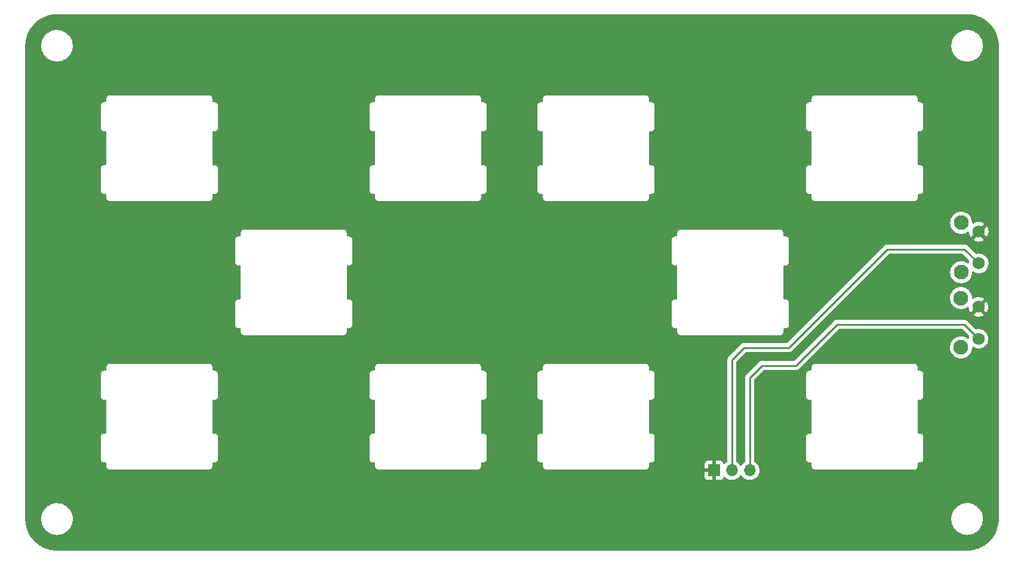
<source format=gbl>
%TF.GenerationSoftware,KiCad,Pcbnew,(6.0.8)*%
%TF.CreationDate,2022-10-27T12:36:15-06:00*%
%TF.ProjectId,plate,706c6174-652e-46b6-9963-61645f706362,rev?*%
%TF.SameCoordinates,Original*%
%TF.FileFunction,Copper,L2,Bot*%
%TF.FilePolarity,Positive*%
%FSLAX46Y46*%
G04 Gerber Fmt 4.6, Leading zero omitted, Abs format (unit mm)*
G04 Created by KiCad (PCBNEW (6.0.8)) date 2022-10-27 12:36:15*
%MOMM*%
%LPD*%
G01*
G04 APERTURE LIST*
%TA.AperFunction,ComponentPad*%
%ADD10R,1.700000X1.700000*%
%TD*%
%TA.AperFunction,ComponentPad*%
%ADD11O,1.700000X1.700000*%
%TD*%
%TA.AperFunction,ComponentPad*%
%ADD12C,2.100000*%
%TD*%
%TA.AperFunction,ComponentPad*%
%ADD13C,1.750000*%
%TD*%
%TA.AperFunction,ViaPad*%
%ADD14C,0.800000*%
%TD*%
%TA.AperFunction,Conductor*%
%ADD15C,0.250000*%
%TD*%
G04 APERTURE END LIST*
D10*
%TO.P,REF\u002A\u002A,1*%
%TO.N,GND*%
X178650000Y-124610000D03*
D11*
%TO.P,REF\u002A\u002A,2*%
%TO.N,SERVICE*%
X181190000Y-124610000D03*
%TO.P,REF\u002A\u002A,3*%
%TO.N,TEST*%
X183730000Y-124610000D03*
%TD*%
D12*
%TO.P,REF\u002A\u002A,*%
%TO.N,*%
X213697500Y-89479000D03*
X213697500Y-96489000D03*
D13*
%TO.P,REF\u002A\u002A,1*%
%TO.N,SERVICE*%
X216187500Y-95239000D03*
%TO.P,REF\u002A\u002A,2*%
%TO.N,GND*%
X216187500Y-90739000D03*
%TD*%
D12*
%TO.P,REF\u002A\u002A,*%
%TO.N,*%
X213664000Y-100158000D03*
X213664000Y-107168000D03*
D13*
%TO.P,REF\u002A\u002A,1*%
%TO.N,TEST*%
X216154000Y-105918000D03*
%TO.P,REF\u002A\u002A,2*%
%TO.N,GND*%
X216154000Y-101418000D03*
%TD*%
D14*
%TO.N,GND*%
X138380000Y-95010000D03*
%TD*%
D15*
%TO.N,SERVICE*%
X189230000Y-107188000D02*
X203200000Y-93218000D01*
X203200000Y-93218000D02*
X214166500Y-93218000D01*
X181190000Y-124610000D02*
X181190000Y-108878000D01*
X182880000Y-107188000D02*
X189230000Y-107188000D01*
X214166500Y-93218000D02*
X216187500Y-95239000D01*
X181190000Y-108878000D02*
X182880000Y-107188000D01*
%TO.N,TEST*%
X214122000Y-103886000D02*
X216154000Y-105918000D01*
X190246000Y-109728000D02*
X196088000Y-103886000D01*
X183730000Y-124610000D02*
X183730000Y-111418000D01*
X185420000Y-109728000D02*
X190246000Y-109728000D01*
X183730000Y-111418000D02*
X185420000Y-109728000D01*
X196088000Y-103886000D02*
X214122000Y-103886000D01*
%TD*%
%TA.AperFunction,Conductor*%
%TO.N,GND*%
G36*
X152062767Y-59872017D02*
G01*
X214523853Y-59872501D01*
X214528670Y-59872593D01*
X214871312Y-59885704D01*
X214878709Y-59886419D01*
X214878712Y-59886376D01*
X214883564Y-59886752D01*
X214888376Y-59887501D01*
X214893244Y-59887501D01*
X214898101Y-59887877D01*
X214898096Y-59887936D01*
X214905457Y-59888368D01*
X215233226Y-59927027D01*
X215243159Y-59928605D01*
X215533228Y-59986617D01*
X215544840Y-59989545D01*
X215552799Y-59993282D01*
X215587764Y-59998726D01*
X215602391Y-60001903D01*
X215892777Y-60083337D01*
X215912297Y-60090600D01*
X215930790Y-60099282D01*
X215939661Y-60100663D01*
X215939663Y-60100664D01*
X215940200Y-60100748D01*
X215964485Y-60107059D01*
X216246990Y-60211459D01*
X216256864Y-60215593D01*
X216294136Y-60233093D01*
X216294150Y-60233098D01*
X216298801Y-60235282D01*
X216300642Y-60235569D01*
X216302310Y-60236203D01*
X216525158Y-60338578D01*
X216570377Y-60359351D01*
X216579460Y-60363977D01*
X216840061Y-60510281D01*
X216851690Y-60518539D01*
X216851710Y-60518508D01*
X216859213Y-60523436D01*
X216865942Y-60529379D01*
X216889228Y-60540312D01*
X216905566Y-60549525D01*
X217156892Y-60717069D01*
X217170403Y-60727463D01*
X217192953Y-60747379D01*
X217201080Y-60751195D01*
X217208581Y-60756122D01*
X217208108Y-60756843D01*
X217217464Y-60762520D01*
X217290679Y-60820284D01*
X217448625Y-60944898D01*
X217456084Y-60951269D01*
X217674670Y-61153214D01*
X217678231Y-61156923D01*
X217680778Y-61160959D01*
X217687503Y-61166898D01*
X217711468Y-61188064D01*
X217720621Y-61197015D01*
X217924829Y-61418120D01*
X217938823Y-61436365D01*
X217946769Y-61448959D01*
X217953499Y-61454903D01*
X217958372Y-61459207D01*
X217974005Y-61475758D01*
X218160721Y-61713189D01*
X218168238Y-61723839D01*
X218189766Y-61757959D01*
X218193968Y-61761670D01*
X218197769Y-61766699D01*
X218362335Y-62012791D01*
X218367542Y-62021287D01*
X218511799Y-62278993D01*
X218516870Y-62289088D01*
X218519577Y-62295140D01*
X218522044Y-62303772D01*
X218530404Y-62317022D01*
X218538832Y-62330380D01*
X218546710Y-62344894D01*
X218671163Y-62615043D01*
X218672646Y-62618263D01*
X218679353Y-62636352D01*
X218686046Y-62659772D01*
X218690836Y-62667364D01*
X218693609Y-62673563D01*
X218701146Y-62688835D01*
X218702506Y-62692514D01*
X218805423Y-62970995D01*
X218808473Y-62980356D01*
X218867465Y-63188765D01*
X218888886Y-63264444D01*
X218889019Y-63265081D01*
X218889015Y-63265722D01*
X218901886Y-63310756D01*
X218904343Y-63320946D01*
X218940691Y-63505067D01*
X218962690Y-63616504D01*
X218965074Y-63641673D01*
X218965019Y-63650722D01*
X218971261Y-63672564D01*
X218975204Y-63692102D01*
X218985108Y-63774283D01*
X219011315Y-63991763D01*
X219012218Y-64007606D01*
X219012016Y-64040722D01*
X219014485Y-64049360D01*
X219014517Y-64049594D01*
X219015590Y-64061888D01*
X219024298Y-64290038D01*
X219027290Y-64368441D01*
X219027380Y-64374016D01*
X219027015Y-64433722D01*
X219027399Y-64435066D01*
X219027491Y-64436411D01*
X219027491Y-131502852D01*
X219027399Y-131507670D01*
X219015577Y-131816638D01*
X219014828Y-131824637D01*
X219012906Y-131831066D01*
X219012851Y-131840034D01*
X219012851Y-131840036D01*
X219012680Y-131868104D01*
X219011777Y-131882406D01*
X218979166Y-132153029D01*
X218975670Y-132182036D01*
X218971292Y-132203063D01*
X218968480Y-132212465D01*
X218968479Y-132212471D01*
X218965909Y-132221065D01*
X218965854Y-132230035D01*
X218965854Y-132230037D01*
X218965830Y-132234031D01*
X218963446Y-132257665D01*
X218958721Y-132281601D01*
X218905085Y-132553295D01*
X218902188Y-132564994D01*
X218892301Y-132598053D01*
X218892299Y-132598062D01*
X218889905Y-132606067D01*
X218889886Y-132609276D01*
X218889211Y-132612409D01*
X218831151Y-132817529D01*
X218808473Y-132897646D01*
X218805423Y-132907007D01*
X218702506Y-133185490D01*
X218696910Y-133196656D01*
X218697292Y-133196833D01*
X218693525Y-133204986D01*
X218688643Y-133212518D01*
X218686070Y-133221122D01*
X218680540Y-133239611D01*
X218674263Y-133256230D01*
X218548330Y-133529591D01*
X218539625Y-133545396D01*
X218524641Y-133568514D01*
X218522068Y-133577117D01*
X218518303Y-133585266D01*
X218517973Y-133585114D01*
X218513003Y-133596856D01*
X218367543Y-133856712D01*
X218362336Y-133865208D01*
X218198125Y-134110769D01*
X218196229Y-134113246D01*
X218193863Y-134115284D01*
X218189415Y-134122146D01*
X218189413Y-134122149D01*
X218169777Y-134152444D01*
X218163092Y-134161795D01*
X217981325Y-134392938D01*
X217976413Y-134399184D01*
X217959615Y-134416751D01*
X217957666Y-134418430D01*
X217957664Y-134418432D01*
X217950866Y-134424290D01*
X217945984Y-134431822D01*
X217945983Y-134431823D01*
X217940636Y-134440072D01*
X217927471Y-134457023D01*
X217723232Y-134678156D01*
X217712920Y-134688118D01*
X217691678Y-134706422D01*
X217684875Y-134712284D01*
X217680959Y-134718326D01*
X217674776Y-134724687D01*
X217456091Y-134926729D01*
X217448640Y-134933095D01*
X217237448Y-135099716D01*
X217216141Y-135116526D01*
X217206277Y-135123545D01*
X217198220Y-135127208D01*
X217187361Y-135136565D01*
X217172452Y-135149411D01*
X217160100Y-135158793D01*
X217156580Y-135161140D01*
X216908802Y-135326321D01*
X216891068Y-135336180D01*
X216871209Y-135345210D01*
X216864411Y-135351067D01*
X216864410Y-135351068D01*
X216864032Y-135351394D01*
X216843467Y-135365810D01*
X216580972Y-135513179D01*
X216571441Y-135518011D01*
X216531653Y-135536102D01*
X216529214Y-135537211D01*
X216528509Y-135537818D01*
X216527701Y-135538259D01*
X216258836Y-135661774D01*
X216249913Y-135665466D01*
X216246988Y-135666547D01*
X215968152Y-135769588D01*
X215954297Y-135773097D01*
X215954306Y-135773127D01*
X215945690Y-135775646D01*
X215936803Y-135776919D01*
X215928630Y-135780635D01*
X215914628Y-135787001D01*
X215896501Y-135793619D01*
X215606115Y-135875054D01*
X215589958Y-135878461D01*
X215567694Y-135881649D01*
X215567693Y-135881649D01*
X215558812Y-135882921D01*
X215550641Y-135886636D01*
X215542237Y-135889094D01*
X215531588Y-135891712D01*
X215243132Y-135949398D01*
X215233199Y-135950974D01*
X214952381Y-135984100D01*
X214904272Y-135989775D01*
X214898466Y-135990324D01*
X214895953Y-135990503D01*
X214891477Y-135990503D01*
X214887050Y-135991137D01*
X214886210Y-135991197D01*
X214874655Y-135992257D01*
X214528196Y-136006396D01*
X214523058Y-136006501D01*
X85485911Y-136006501D01*
X85480786Y-136006397D01*
X85480761Y-136006396D01*
X85137139Y-135992409D01*
X85128769Y-135991589D01*
X85124422Y-135991252D01*
X85119610Y-135990503D01*
X85114742Y-135990503D01*
X85109885Y-135990127D01*
X85109890Y-135990068D01*
X85102529Y-135989635D01*
X85080788Y-135987070D01*
X84774771Y-135950972D01*
X84764840Y-135949395D01*
X84474757Y-135891382D01*
X84463151Y-135888455D01*
X84455196Y-135884720D01*
X84446329Y-135883339D01*
X84446328Y-135883339D01*
X84420228Y-135879275D01*
X84405592Y-135876095D01*
X84115214Y-135794664D01*
X84095690Y-135787400D01*
X84085323Y-135782533D01*
X84085319Y-135782532D01*
X84077196Y-135778718D01*
X84068330Y-135777337D01*
X84068325Y-135777336D01*
X84067785Y-135777252D01*
X84043498Y-135770941D01*
X83947321Y-135735399D01*
X83760994Y-135666543D01*
X83751149Y-135662421D01*
X83709196Y-135642724D01*
X83707577Y-135642472D01*
X83706106Y-135641911D01*
X83438419Y-135518593D01*
X83429603Y-135514105D01*
X83167757Y-135367531D01*
X83156325Y-135359422D01*
X83156277Y-135359495D01*
X83148770Y-135354564D01*
X83142045Y-135348624D01*
X83133923Y-135344811D01*
X83133919Y-135344808D01*
X83119171Y-135337884D01*
X83102683Y-135328571D01*
X82962007Y-135234498D01*
X82852307Y-135161140D01*
X82838941Y-135150843D01*
X82822774Y-135136565D01*
X82816045Y-135130622D01*
X82807918Y-135126806D01*
X82800416Y-135121879D01*
X82800801Y-135121292D01*
X82791224Y-135115384D01*
X82559583Y-134933221D01*
X82551807Y-134926578D01*
X82359956Y-134748713D01*
X82334841Y-134725429D01*
X82330956Y-134721375D01*
X82328220Y-134717039D01*
X82297075Y-134689533D01*
X82288083Y-134680756D01*
X82083000Y-134459546D01*
X82068842Y-134441123D01*
X82066012Y-134436639D01*
X82066010Y-134436637D01*
X82061220Y-134429045D01*
X82049618Y-134418799D01*
X82033983Y-134402246D01*
X82031576Y-134399184D01*
X81847264Y-134164807D01*
X81839747Y-134154156D01*
X81823012Y-134127633D01*
X81823010Y-134127631D01*
X81818220Y-134120039D01*
X81814017Y-134116327D01*
X81810215Y-134111297D01*
X81755978Y-134030191D01*
X81645644Y-133865199D01*
X81640442Y-133856711D01*
X81594027Y-133773791D01*
X81500445Y-133606610D01*
X81496194Y-133599016D01*
X81491125Y-133588923D01*
X81488410Y-133582854D01*
X81485945Y-133574228D01*
X81469157Y-133547620D01*
X81461279Y-133533107D01*
X81335344Y-133259739D01*
X81328637Y-133241648D01*
X81324411Y-133226861D01*
X81321945Y-133218232D01*
X81317156Y-133210641D01*
X81314380Y-133204436D01*
X81306846Y-133189168D01*
X81202833Y-132907720D01*
X81199700Y-132898063D01*
X81120193Y-132614541D01*
X81119965Y-132613441D01*
X81119972Y-132612280D01*
X81119065Y-132609108D01*
X81119064Y-132609101D01*
X81106886Y-132566492D01*
X81104482Y-132556578D01*
X81045367Y-132260999D01*
X81043167Y-132238076D01*
X81042917Y-132236253D01*
X81042972Y-132227278D01*
X81036954Y-132206221D01*
X81032972Y-132186364D01*
X81027916Y-132143494D01*
X81023505Y-132106098D01*
X80997630Y-131886728D01*
X80996765Y-131871200D01*
X80996917Y-131846256D01*
X80996972Y-131837279D01*
X80994506Y-131828648D01*
X80994216Y-131826534D01*
X80993155Y-131814562D01*
X80983641Y-131580908D01*
X83213512Y-131580908D01*
X83214032Y-131582780D01*
X83214020Y-131584722D01*
X83223455Y-131617735D01*
X83226767Y-131632737D01*
X83297622Y-132082871D01*
X83299151Y-132103224D01*
X83299134Y-132106098D01*
X83299020Y-132124723D01*
X83301333Y-132132816D01*
X83301847Y-132136089D01*
X83302123Y-132144499D01*
X83304923Y-132153024D01*
X83304924Y-132153029D01*
X83320994Y-132201955D01*
X83322435Y-132206648D01*
X83339047Y-132264773D01*
X83341809Y-132269150D01*
X83343333Y-132274106D01*
X83348273Y-132281600D01*
X83348274Y-132281601D01*
X83364211Y-132305774D01*
X83371249Y-132317859D01*
X83521546Y-132612415D01*
X83575977Y-132719091D01*
X83584893Y-132741737D01*
X83585578Y-132744133D01*
X83588047Y-132752772D01*
X83592836Y-132760362D01*
X83596329Y-132768172D01*
X83600352Y-132775738D01*
X83603400Y-132784181D01*
X83608695Y-132791429D01*
X83608698Y-132791435D01*
X83633623Y-132825554D01*
X83638438Y-132832637D01*
X83665772Y-132875959D01*
X83672496Y-132881898D01*
X83675246Y-132885129D01*
X83678152Y-132888210D01*
X83683320Y-132895540D01*
X83690337Y-132901125D01*
X83690339Y-132901127D01*
X83712465Y-132918737D01*
X83723094Y-132928228D01*
X84034178Y-133239312D01*
X84041795Y-133248848D01*
X84042165Y-133248533D01*
X84047981Y-133255367D01*
X84052772Y-133262960D01*
X84062683Y-133271713D01*
X84078811Y-133288898D01*
X84086918Y-133299343D01*
X84120940Y-133323956D01*
X84130483Y-133331592D01*
X84161947Y-133359380D01*
X84170074Y-133363195D01*
X84172550Y-133364822D01*
X84187532Y-133373824D01*
X84190112Y-133375236D01*
X84197291Y-133380617D01*
X84232171Y-133393693D01*
X84245206Y-133399440D01*
X84637083Y-133599393D01*
X84637659Y-133599687D01*
X84644807Y-133603841D01*
X84649947Y-133608381D01*
X84658077Y-133612198D01*
X84658080Y-133612200D01*
X84670502Y-133618032D01*
X84687740Y-133627851D01*
X84699102Y-133635567D01*
X84699108Y-133635570D01*
X84706532Y-133640612D01*
X84715072Y-133643368D01*
X84715075Y-133643369D01*
X84737486Y-133650600D01*
X84752343Y-133656457D01*
X84773666Y-133666468D01*
X84773672Y-133666470D01*
X84781796Y-133670284D01*
X84790662Y-133671665D01*
X84790670Y-133671667D01*
X84798725Y-133672921D01*
X84820111Y-133678200D01*
X84827827Y-133680839D01*
X84827829Y-133680839D01*
X84836324Y-133683745D01*
X84845290Y-133684149D01*
X84845293Y-133684150D01*
X84873718Y-133685432D01*
X84887819Y-133686866D01*
X85122072Y-133724102D01*
X85321346Y-133755779D01*
X85322093Y-133755952D01*
X85322796Y-133756282D01*
X85325009Y-133756627D01*
X85325011Y-133756627D01*
X85355030Y-133761301D01*
X85370589Y-133764744D01*
X85391837Y-133770877D01*
X85401931Y-133773791D01*
X85410910Y-133773760D01*
X85410911Y-133773760D01*
X85439531Y-133773661D01*
X85468769Y-133773559D01*
X85471113Y-133773573D01*
X85493106Y-133773912D01*
X85529011Y-133774465D01*
X85529013Y-133774465D01*
X85537987Y-133774603D01*
X85546643Y-133772216D01*
X85569355Y-133765953D01*
X85584985Y-133762692D01*
X85596769Y-133761005D01*
X85608470Y-133759329D01*
X85608471Y-133759329D01*
X85617183Y-133758081D01*
X85620280Y-133756673D01*
X85623627Y-133755920D01*
X85734878Y-133738203D01*
X86053416Y-133687474D01*
X86069092Y-133685974D01*
X86093526Y-133685171D01*
X86093528Y-133685171D01*
X86102494Y-133684876D01*
X86118775Y-133679529D01*
X86140224Y-133674512D01*
X86142437Y-133674195D01*
X86157183Y-133672083D01*
X86186883Y-133658579D01*
X86201775Y-133652915D01*
X86232937Y-133643270D01*
X86240420Y-133638317D01*
X86240423Y-133638316D01*
X86251801Y-133630785D01*
X86269191Y-133621156D01*
X86281608Y-133615510D01*
X86281609Y-133615509D01*
X86289778Y-133611795D01*
X86296576Y-133605937D01*
X86297296Y-133605477D01*
X86307915Y-133599391D01*
X86696348Y-133401193D01*
X86710831Y-133394913D01*
X86710837Y-133394911D01*
X86742177Y-133383597D01*
X86749426Y-133378301D01*
X86752041Y-133376911D01*
X86767114Y-133368103D01*
X86769604Y-133366511D01*
X86777778Y-133362794D01*
X86809578Y-133335393D01*
X86819229Y-133327862D01*
X86824780Y-133323949D01*
X86853535Y-133303678D01*
X86859125Y-133296655D01*
X86859127Y-133296653D01*
X86861768Y-133293334D01*
X86878105Y-133276347D01*
X86888123Y-133267715D01*
X86893004Y-133260185D01*
X86898444Y-133253949D01*
X86908049Y-133242077D01*
X87219171Y-132930954D01*
X87231011Y-132920512D01*
X87247492Y-132907720D01*
X87257337Y-132900079D01*
X87262596Y-132892809D01*
X87265527Y-132889778D01*
X87268321Y-132886575D01*
X87275123Y-132880714D01*
X87302987Y-132837726D01*
X87307890Y-132830698D01*
X87333229Y-132796888D01*
X87333231Y-132796885D01*
X87338612Y-132789705D01*
X87341763Y-132781299D01*
X87345868Y-132773800D01*
X87349461Y-132766026D01*
X87354348Y-132758486D01*
X87358761Y-132743729D01*
X87367245Y-132722562D01*
X87384139Y-132689452D01*
X87571740Y-132321786D01*
X87579758Y-132308238D01*
X87580048Y-132307811D01*
X87598540Y-132280600D01*
X87600275Y-132275228D01*
X87603348Y-132270487D01*
X87620679Y-132212536D01*
X87622164Y-132207902D01*
X87641738Y-132150673D01*
X87642117Y-132142264D01*
X87642670Y-132138998D01*
X87645082Y-132130936D01*
X87645234Y-132106098D01*
X87646800Y-132087052D01*
X87718490Y-131636902D01*
X87722205Y-131620616D01*
X87731082Y-131590935D01*
X87731097Y-131588524D01*
X87731765Y-131586211D01*
X87731745Y-131579991D01*
X212276389Y-131579991D01*
X212277030Y-131582314D01*
X212277015Y-131584722D01*
X212279296Y-131592701D01*
X212279296Y-131592704D01*
X212286607Y-131618285D01*
X212289890Y-131633093D01*
X212320697Y-131826534D01*
X212349525Y-132007547D01*
X212361576Y-132083220D01*
X212363142Y-132103805D01*
X212363014Y-132124723D01*
X212365355Y-132132914D01*
X212365706Y-132135166D01*
X212365972Y-132143677D01*
X212368758Y-132152206D01*
X212384911Y-132201656D01*
X212386288Y-132206156D01*
X212400574Y-132256143D01*
X212400575Y-132256146D01*
X212403041Y-132264773D01*
X212406052Y-132269545D01*
X212407723Y-132274944D01*
X212412676Y-132282427D01*
X212412679Y-132282434D01*
X212428047Y-132305653D01*
X212435303Y-132318109D01*
X212638923Y-132718777D01*
X212647744Y-132741235D01*
X212648572Y-132744133D01*
X212648575Y-132744139D01*
X212651042Y-132752772D01*
X212655834Y-132760367D01*
X212659331Y-132768184D01*
X212663350Y-132775742D01*
X212666398Y-132784186D01*
X212671694Y-132791435D01*
X212671696Y-132791439D01*
X212696617Y-132825552D01*
X212701436Y-132832643D01*
X212723975Y-132868365D01*
X212723977Y-132868367D01*
X212728767Y-132875959D01*
X212735495Y-132881901D01*
X212737963Y-132884801D01*
X212737974Y-132884815D01*
X212740582Y-132887589D01*
X212745742Y-132894933D01*
X212775274Y-132918516D01*
X212785728Y-132927864D01*
X213084731Y-133226861D01*
X213097178Y-133239308D01*
X213104799Y-133248844D01*
X213105167Y-133248531D01*
X213110986Y-133255368D01*
X213115776Y-133262960D01*
X213125686Y-133271713D01*
X213141812Y-133288895D01*
X213149919Y-133299340D01*
X213157190Y-133304600D01*
X213157191Y-133304601D01*
X213183935Y-133323949D01*
X213193488Y-133331593D01*
X213197791Y-133335393D01*
X213224951Y-133359380D01*
X213233078Y-133363196D01*
X213235534Y-133364809D01*
X213250552Y-133373834D01*
X213253119Y-133375239D01*
X213260300Y-133380621D01*
X213268704Y-133383771D01*
X213268709Y-133383774D01*
X213295177Y-133393696D01*
X213308217Y-133399444D01*
X213311639Y-133401190D01*
X213679559Y-133588923D01*
X213700658Y-133599689D01*
X213707803Y-133603842D01*
X213712942Y-133608381D01*
X213721072Y-133612198D01*
X213733497Y-133618032D01*
X213750735Y-133627851D01*
X213762097Y-133635567D01*
X213762103Y-133635570D01*
X213769527Y-133640612D01*
X213778067Y-133643368D01*
X213778070Y-133643369D01*
X213800481Y-133650600D01*
X213815338Y-133656457D01*
X213836666Y-133666470D01*
X213836670Y-133666471D01*
X213844791Y-133670284D01*
X213856344Y-133672083D01*
X213861719Y-133672920D01*
X213883109Y-133678201D01*
X213899315Y-133683744D01*
X213908281Y-133684148D01*
X213908284Y-133684149D01*
X213936711Y-133685431D01*
X213950814Y-133686865D01*
X214384344Y-133755779D01*
X214385087Y-133755951D01*
X214385791Y-133756282D01*
X214417940Y-133761288D01*
X214433519Y-133764737D01*
X214464780Y-133773770D01*
X214473759Y-133773742D01*
X214473762Y-133773742D01*
X214531684Y-133773558D01*
X214534023Y-133773572D01*
X214592005Y-133774465D01*
X214592007Y-133774465D01*
X214600982Y-133774603D01*
X214609638Y-133772216D01*
X214632350Y-133765953D01*
X214647980Y-133762692D01*
X214680178Y-133758081D01*
X214683219Y-133756698D01*
X214686500Y-133755961D01*
X214918880Y-133719021D01*
X215117361Y-133687470D01*
X215132995Y-133685976D01*
X215149596Y-133685431D01*
X215157514Y-133685171D01*
X215157515Y-133685171D01*
X215166487Y-133684876D01*
X215175013Y-133682076D01*
X215175017Y-133682075D01*
X215182758Y-133679532D01*
X215204218Y-133674512D01*
X215212293Y-133673356D01*
X215212296Y-133673355D01*
X215221179Y-133672083D01*
X215229347Y-133668369D01*
X215229354Y-133668367D01*
X215250794Y-133658618D01*
X215265726Y-133652941D01*
X215288223Y-133645985D01*
X215296800Y-133643333D01*
X215315744Y-133630803D01*
X215333098Y-133621196D01*
X215353774Y-133611795D01*
X215360575Y-133605935D01*
X215361291Y-133605477D01*
X215371908Y-133599393D01*
X215760357Y-133401190D01*
X215774838Y-133394911D01*
X215806183Y-133383595D01*
X215813434Y-133378298D01*
X215816044Y-133376910D01*
X215831130Y-133368094D01*
X215833606Y-133366511D01*
X215841780Y-133362794D01*
X215873576Y-133335396D01*
X215883224Y-133327868D01*
X215910200Y-133308851D01*
X215910202Y-133308849D01*
X215917536Y-133303679D01*
X215925770Y-133293334D01*
X215942106Y-133276348D01*
X215945326Y-133273574D01*
X215945329Y-133273571D01*
X215952125Y-133267715D01*
X215957007Y-133260183D01*
X215962441Y-133253954D01*
X215972053Y-133242074D01*
X216283535Y-132930587D01*
X216295211Y-132920273D01*
X216314833Y-132904992D01*
X216314834Y-132904991D01*
X216321913Y-132899478D01*
X216327161Y-132892199D01*
X216329810Y-132889450D01*
X216329814Y-132889446D01*
X216332322Y-132886571D01*
X216339119Y-132880714D01*
X216347124Y-132868365D01*
X216366983Y-132837726D01*
X216371888Y-132830695D01*
X216397227Y-132796885D01*
X216397228Y-132796884D01*
X216402610Y-132789702D01*
X216405760Y-132781299D01*
X216409863Y-132773804D01*
X216413458Y-132766023D01*
X216418344Y-132758486D01*
X216422908Y-132743224D01*
X216431298Y-132722241D01*
X216433059Y-132718777D01*
X216611975Y-132366720D01*
X216634934Y-132321544D01*
X216643046Y-132307811D01*
X216656495Y-132288020D01*
X216656497Y-132288016D01*
X216661538Y-132280598D01*
X216663273Y-132275227D01*
X216666345Y-132270487D01*
X216668916Y-132261890D01*
X216668918Y-132261886D01*
X216683823Y-132212046D01*
X216685255Y-132207565D01*
X216693940Y-132182036D01*
X216704890Y-132149852D01*
X216705260Y-132141344D01*
X216705640Y-132139092D01*
X216708079Y-132130936D01*
X216708231Y-132106098D01*
X216709797Y-132087055D01*
X216781485Y-131636904D01*
X216785200Y-131620618D01*
X216791708Y-131598855D01*
X216794077Y-131590935D01*
X216794092Y-131588526D01*
X216794760Y-131586213D01*
X216794734Y-131577947D01*
X216794548Y-131519350D01*
X216794562Y-131516996D01*
X216795611Y-131450157D01*
X216794952Y-131447764D01*
X216794967Y-131445280D01*
X216792701Y-131437350D01*
X216792700Y-131437346D01*
X216785402Y-131411812D01*
X216782113Y-131396968D01*
X216740145Y-131132953D01*
X216710400Y-130945832D01*
X216708840Y-130925281D01*
X216708914Y-130913251D01*
X216708969Y-130904280D01*
X216706629Y-130896093D01*
X216706277Y-130893837D01*
X216706011Y-130885326D01*
X216687071Y-130827344D01*
X216685694Y-130822845D01*
X216684011Y-130816957D01*
X216668942Y-130764230D01*
X216665970Y-130759520D01*
X216664323Y-130754193D01*
X216659371Y-130746706D01*
X216659369Y-130746702D01*
X216643955Y-130723399D01*
X216636720Y-130710973D01*
X216433060Y-130310226D01*
X216424239Y-130287768D01*
X216423410Y-130284867D01*
X216423408Y-130284862D01*
X216420941Y-130276231D01*
X216416153Y-130268643D01*
X216412656Y-130260825D01*
X216408637Y-130253265D01*
X216405590Y-130244825D01*
X216400297Y-130237579D01*
X216400295Y-130237576D01*
X216375369Y-130203457D01*
X216370556Y-130196376D01*
X216343216Y-130153044D01*
X216336488Y-130147102D01*
X216334021Y-130144204D01*
X216334017Y-130144199D01*
X216334012Y-130144194D01*
X216331404Y-130141420D01*
X216326241Y-130134071D01*
X216296721Y-130110497D01*
X216286260Y-130101142D01*
X215974819Y-129789695D01*
X215967198Y-129780157D01*
X215966830Y-129780471D01*
X215961013Y-129773636D01*
X215956222Y-129766043D01*
X215949493Y-129760100D01*
X215949491Y-129760098D01*
X215946309Y-129757288D01*
X215930181Y-129740103D01*
X215927582Y-129736755D01*
X215927580Y-129736753D01*
X215922073Y-129729658D01*
X215888064Y-129705055D01*
X215878512Y-129697412D01*
X215853775Y-129675565D01*
X215847047Y-129669623D01*
X215838923Y-129665809D01*
X215836439Y-129664177D01*
X215821473Y-129655184D01*
X215818887Y-129653768D01*
X215811707Y-129648387D01*
X215776807Y-129635304D01*
X215763795Y-129629567D01*
X215371317Y-129429309D01*
X215364179Y-129425161D01*
X215359041Y-129420623D01*
X215337960Y-129410725D01*
X215320911Y-129401034D01*
X215309061Y-129393017D01*
X215309059Y-129393016D01*
X215301625Y-129387987D01*
X215271188Y-129378226D01*
X215256117Y-129372300D01*
X215235320Y-129362536D01*
X215227192Y-129358720D01*
X215210263Y-129356084D01*
X215188872Y-129350803D01*
X215181157Y-129348164D01*
X215181156Y-129348164D01*
X215172660Y-129345258D01*
X215163693Y-129344854D01*
X215163690Y-129344853D01*
X215137203Y-129343659D01*
X215134678Y-129343545D01*
X215120799Y-129342146D01*
X214686975Y-129273985D01*
X214686543Y-129273885D01*
X214686191Y-129273720D01*
X214685065Y-129273545D01*
X214685049Y-129273541D01*
X214654609Y-129268801D01*
X214638802Y-129265287D01*
X214627777Y-129262080D01*
X214608118Y-129256361D01*
X214599146Y-129256373D01*
X214599144Y-129256373D01*
X214564690Y-129256421D01*
X214540009Y-129256455D01*
X214538192Y-129256443D01*
X214494398Y-129255848D01*
X214479061Y-129255639D01*
X214479060Y-129255639D01*
X214470083Y-129255517D01*
X214439278Y-129264072D01*
X214423453Y-129267388D01*
X214391804Y-129271921D01*
X214389099Y-129273150D01*
X214386229Y-129273793D01*
X213954979Y-129341550D01*
X213939565Y-129343009D01*
X213923837Y-129343526D01*
X213914462Y-129343834D01*
X213905490Y-129344129D01*
X213855525Y-129360540D01*
X213842138Y-129364937D01*
X213839824Y-129365673D01*
X213776019Y-129385276D01*
X213768528Y-129390212D01*
X213768527Y-129390212D01*
X213744272Y-129406193D01*
X213732220Y-129413209D01*
X213700656Y-129429315D01*
X213311641Y-129627812D01*
X213297158Y-129634091D01*
X213293780Y-129635311D01*
X213274264Y-129642356D01*
X213274263Y-129642357D01*
X213265824Y-129645403D01*
X213258581Y-129650694D01*
X213255986Y-129652074D01*
X213240887Y-129660897D01*
X213238392Y-129662493D01*
X213230218Y-129666209D01*
X213198418Y-129693610D01*
X213188776Y-129701134D01*
X213154458Y-129725327D01*
X213146220Y-129735678D01*
X213129894Y-129752652D01*
X213126673Y-129755427D01*
X213126668Y-129755433D01*
X213119873Y-129761288D01*
X213114991Y-129768819D01*
X213109537Y-129775072D01*
X213099949Y-129786923D01*
X212788457Y-130098409D01*
X212776780Y-130108723D01*
X212757153Y-130124008D01*
X212757149Y-130124012D01*
X212750070Y-130129525D01*
X212744822Y-130136804D01*
X212742174Y-130139552D01*
X212739663Y-130142430D01*
X212732864Y-130148289D01*
X212704995Y-130191286D01*
X212700096Y-130198307D01*
X212674763Y-130232107D01*
X212674761Y-130232111D01*
X212669378Y-130239293D01*
X212666228Y-130247697D01*
X212662108Y-130255222D01*
X212658520Y-130262987D01*
X212653639Y-130270517D01*
X212649075Y-130285779D01*
X212640687Y-130306758D01*
X212534650Y-130515408D01*
X212437007Y-130707542D01*
X212428914Y-130721247D01*
X212415425Y-130741109D01*
X212410381Y-130748536D01*
X212408670Y-130753838D01*
X212405638Y-130758516D01*
X212403067Y-130767113D01*
X212403065Y-130767117D01*
X212388160Y-130816957D01*
X212386729Y-130821434D01*
X212367093Y-130879151D01*
X212366723Y-130887658D01*
X212366344Y-130889906D01*
X212363904Y-130898067D01*
X212363849Y-130907040D01*
X212363849Y-130907041D01*
X212363752Y-130922994D01*
X212362193Y-130942000D01*
X212331838Y-131132953D01*
X212290475Y-131393156D01*
X212286756Y-131409470D01*
X212277905Y-131439067D01*
X212277890Y-131441551D01*
X212277201Y-131443937D01*
X212277414Y-131505266D01*
X212277433Y-131510756D01*
X212277419Y-131513117D01*
X212276389Y-131579991D01*
X87731745Y-131579991D01*
X87731739Y-131577947D01*
X87731553Y-131519373D01*
X87731568Y-131516996D01*
X87732488Y-131458410D01*
X87732488Y-131458407D01*
X87732617Y-131450159D01*
X87731957Y-131447763D01*
X87731972Y-131445280D01*
X87727933Y-131431149D01*
X87722407Y-131411812D01*
X87719118Y-131396969D01*
X87694914Y-131244714D01*
X87647403Y-130945833D01*
X87645843Y-130925283D01*
X87645917Y-130913257D01*
X87645972Y-130904280D01*
X87643658Y-130896185D01*
X87643145Y-130892917D01*
X87642869Y-130884504D01*
X87640069Y-130875979D01*
X87640068Y-130875974D01*
X87623998Y-130827048D01*
X87622557Y-130822355D01*
X87612945Y-130788723D01*
X87605945Y-130764230D01*
X87602972Y-130759518D01*
X87601325Y-130754192D01*
X87596376Y-130746709D01*
X87596374Y-130746706D01*
X87580672Y-130722968D01*
X87573528Y-130710722D01*
X87571906Y-130707542D01*
X87369015Y-130309911D01*
X87360099Y-130287266D01*
X87359412Y-130284863D01*
X87359412Y-130284862D01*
X87356945Y-130276231D01*
X87352155Y-130268638D01*
X87348660Y-130260826D01*
X87344640Y-130253266D01*
X87341592Y-130244822D01*
X87336299Y-130237577D01*
X87336297Y-130237573D01*
X87311381Y-130203468D01*
X87306561Y-130196376D01*
X87284010Y-130160635D01*
X87284008Y-130160633D01*
X87279220Y-130153044D01*
X87272490Y-130147100D01*
X87269733Y-130143861D01*
X87266842Y-130140796D01*
X87261672Y-130133463D01*
X87254654Y-130127877D01*
X87254649Y-130127872D01*
X87232522Y-130110261D01*
X87221892Y-130100771D01*
X86910814Y-129789691D01*
X86903194Y-129780156D01*
X86902826Y-129780469D01*
X86897011Y-129773636D01*
X86892220Y-129766043D01*
X86882307Y-129757288D01*
X86866181Y-129740106D01*
X86863575Y-129736748D01*
X86863574Y-129736747D01*
X86858073Y-129729660D01*
X86850794Y-129724394D01*
X86824062Y-129705055D01*
X86814508Y-129697410D01*
X86789775Y-129675567D01*
X86783045Y-129669623D01*
X86774918Y-129665808D01*
X86772442Y-129664181D01*
X86757471Y-129655185D01*
X86754880Y-129653767D01*
X86747701Y-129648386D01*
X86739298Y-129645236D01*
X86739296Y-129645235D01*
X86712821Y-129635311D01*
X86699781Y-129629562D01*
X86699777Y-129629560D01*
X86307329Y-129429315D01*
X86300183Y-129425161D01*
X86295045Y-129420623D01*
X86274053Y-129410767D01*
X86256972Y-129401055D01*
X86245191Y-129393080D01*
X86245190Y-129393079D01*
X86237760Y-129388050D01*
X86207245Y-129378255D01*
X86192204Y-129372339D01*
X86171322Y-129362535D01*
X86171321Y-129362535D01*
X86163196Y-129358720D01*
X86146273Y-129356085D01*
X86124879Y-129350804D01*
X86108667Y-129345259D01*
X86084060Y-129344149D01*
X86070776Y-129343550D01*
X86056861Y-129342145D01*
X85727982Y-129290377D01*
X85624088Y-129274023D01*
X85623602Y-129273911D01*
X85623196Y-129273720D01*
X85621893Y-129273517D01*
X85621884Y-129273515D01*
X85591614Y-129268801D01*
X85575807Y-129265287D01*
X85564782Y-129262080D01*
X85545123Y-129256361D01*
X85536152Y-129256373D01*
X85536149Y-129256373D01*
X85504816Y-129256417D01*
X85477143Y-129256455D01*
X85475305Y-129256443D01*
X85407233Y-129255498D01*
X85398579Y-129257899D01*
X85398577Y-129257899D01*
X85376346Y-129264066D01*
X85360539Y-129267377D01*
X85328809Y-129271921D01*
X85326104Y-129273151D01*
X85323237Y-129273792D01*
X84891986Y-129341549D01*
X84876573Y-129343008D01*
X84860233Y-129343545D01*
X84851471Y-129343833D01*
X84842499Y-129344128D01*
X84779127Y-129364942D01*
X84776860Y-129365662D01*
X84721611Y-129382637D01*
X84721606Y-129382639D01*
X84713024Y-129385276D01*
X84689107Y-129401034D01*
X84681271Y-129406197D01*
X84669222Y-129413211D01*
X84637661Y-129429315D01*
X84248637Y-129627812D01*
X84234155Y-129634091D01*
X84211259Y-129642357D01*
X84211258Y-129642358D01*
X84202814Y-129645406D01*
X84195567Y-129650700D01*
X84192972Y-129652080D01*
X84177864Y-129660909D01*
X84175388Y-129662493D01*
X84167214Y-129666209D01*
X84160415Y-129672067D01*
X84160414Y-129672068D01*
X84152232Y-129679118D01*
X84135414Y-129693610D01*
X84125782Y-129701127D01*
X84091457Y-129725325D01*
X84085868Y-129732347D01*
X84085867Y-129732348D01*
X84083223Y-129735670D01*
X84066886Y-129752656D01*
X84063674Y-129755423D01*
X84063671Y-129755427D01*
X84056869Y-129761288D01*
X84051986Y-129768821D01*
X84046535Y-129775070D01*
X84036938Y-129786932D01*
X83725821Y-130098049D01*
X83713982Y-130108490D01*
X83687655Y-130128924D01*
X83682392Y-130136199D01*
X83679456Y-130139236D01*
X83676673Y-130142426D01*
X83669869Y-130148289D01*
X83664988Y-130155820D01*
X83664985Y-130155824D01*
X83642007Y-130191274D01*
X83637102Y-130198305D01*
X83635836Y-130199995D01*
X83606380Y-130239298D01*
X83603229Y-130247703D01*
X83599112Y-130255223D01*
X83595525Y-130262986D01*
X83590644Y-130270517D01*
X83588073Y-130279116D01*
X83588072Y-130279117D01*
X83586231Y-130285274D01*
X83577747Y-130306441D01*
X83372955Y-130707798D01*
X83365083Y-130721132D01*
X83351012Y-130741932D01*
X83351011Y-130741935D01*
X83345982Y-130749368D01*
X83344424Y-130754228D01*
X83341644Y-130758516D01*
X83339072Y-130767117D01*
X83339071Y-130767119D01*
X83324317Y-130816454D01*
X83322828Y-130821101D01*
X83303254Y-130878330D01*
X83302875Y-130886736D01*
X83302321Y-130890006D01*
X83299910Y-130898067D01*
X83299758Y-130922994D01*
X83299754Y-130923573D01*
X83298229Y-130942359D01*
X83227350Y-131393484D01*
X83223594Y-131410028D01*
X83217325Y-131430989D01*
X83217324Y-131430994D01*
X83214910Y-131439067D01*
X83214898Y-131441082D01*
X83214335Y-131443018D01*
X83214349Y-131451447D01*
X83214448Y-131511034D01*
X83214436Y-131512956D01*
X83214365Y-131518190D01*
X83213512Y-131580908D01*
X80983641Y-131580908D01*
X80980714Y-131509016D01*
X80980612Y-131503119D01*
X80980948Y-131448216D01*
X80980948Y-131448215D01*
X80980972Y-131444281D01*
X80980589Y-131442938D01*
X80980497Y-131441595D01*
X80980516Y-130199995D01*
X80980586Y-125504669D01*
X177292001Y-125504669D01*
X177292371Y-125511490D01*
X177297895Y-125562352D01*
X177301521Y-125577604D01*
X177346676Y-125698054D01*
X177355214Y-125713649D01*
X177431715Y-125815724D01*
X177444276Y-125828285D01*
X177546351Y-125904786D01*
X177561946Y-125913324D01*
X177682394Y-125958478D01*
X177697649Y-125962105D01*
X177748514Y-125967631D01*
X177755328Y-125968000D01*
X178377885Y-125968000D01*
X178393124Y-125963525D01*
X178394329Y-125962135D01*
X178396000Y-125954452D01*
X178396000Y-125949884D01*
X178904000Y-125949884D01*
X178908475Y-125965123D01*
X178909865Y-125966328D01*
X178917548Y-125967999D01*
X179544669Y-125967999D01*
X179551490Y-125967629D01*
X179602352Y-125962105D01*
X179617604Y-125958479D01*
X179738054Y-125913324D01*
X179753649Y-125904786D01*
X179855724Y-125828285D01*
X179868285Y-125815724D01*
X179944786Y-125713649D01*
X179953324Y-125698054D01*
X179994225Y-125588952D01*
X180036867Y-125532188D01*
X180103428Y-125507488D01*
X180172777Y-125522696D01*
X180207444Y-125550684D01*
X180232865Y-125580031D01*
X180232869Y-125580035D01*
X180236250Y-125583938D01*
X180408126Y-125726632D01*
X180601000Y-125839338D01*
X180809692Y-125919030D01*
X180814760Y-125920061D01*
X180814763Y-125920062D01*
X180922017Y-125941883D01*
X181028597Y-125963567D01*
X181033772Y-125963757D01*
X181033774Y-125963757D01*
X181246673Y-125971564D01*
X181246677Y-125971564D01*
X181251837Y-125971753D01*
X181256957Y-125971097D01*
X181256959Y-125971097D01*
X181468288Y-125944025D01*
X181468289Y-125944025D01*
X181473416Y-125943368D01*
X181478366Y-125941883D01*
X181682429Y-125880661D01*
X181682434Y-125880659D01*
X181687384Y-125879174D01*
X181887994Y-125780896D01*
X182069860Y-125651173D01*
X182228096Y-125493489D01*
X182358453Y-125312077D01*
X182359776Y-125313028D01*
X182406645Y-125269857D01*
X182476580Y-125257625D01*
X182542026Y-125285144D01*
X182569875Y-125316994D01*
X182629987Y-125415088D01*
X182776250Y-125583938D01*
X182948126Y-125726632D01*
X183141000Y-125839338D01*
X183349692Y-125919030D01*
X183354760Y-125920061D01*
X183354763Y-125920062D01*
X183462017Y-125941883D01*
X183568597Y-125963567D01*
X183573772Y-125963757D01*
X183573774Y-125963757D01*
X183786673Y-125971564D01*
X183786677Y-125971564D01*
X183791837Y-125971753D01*
X183796957Y-125971097D01*
X183796959Y-125971097D01*
X184008288Y-125944025D01*
X184008289Y-125944025D01*
X184013416Y-125943368D01*
X184018366Y-125941883D01*
X184222429Y-125880661D01*
X184222434Y-125880659D01*
X184227384Y-125879174D01*
X184427994Y-125780896D01*
X184609860Y-125651173D01*
X184768096Y-125493489D01*
X184898453Y-125312077D01*
X184919320Y-125269857D01*
X184995136Y-125116453D01*
X184995137Y-125116451D01*
X184997430Y-125111811D01*
X185062370Y-124898069D01*
X185091529Y-124676590D01*
X185093156Y-124610000D01*
X185074852Y-124387361D01*
X185020431Y-124170702D01*
X184931354Y-123965840D01*
X184810014Y-123778277D01*
X184659670Y-123613051D01*
X184655619Y-123609852D01*
X184655615Y-123609848D01*
X184488414Y-123477800D01*
X184488410Y-123477798D01*
X184484359Y-123474598D01*
X184479835Y-123472101D01*
X184479831Y-123472098D01*
X184428608Y-123443822D01*
X184378636Y-123393390D01*
X184363500Y-123333513D01*
X184363500Y-123058721D01*
X191701019Y-123058721D01*
X191703486Y-123067352D01*
X191709145Y-123087153D01*
X191712723Y-123103915D01*
X191716915Y-123133187D01*
X191720629Y-123141355D01*
X191720629Y-123141356D01*
X191727543Y-123156562D01*
X191733991Y-123174086D01*
X191741046Y-123198771D01*
X191745838Y-123206365D01*
X191745839Y-123206368D01*
X191756825Y-123223780D01*
X191764964Y-123238863D01*
X191777203Y-123265782D01*
X191783064Y-123272584D01*
X191793965Y-123285235D01*
X191805068Y-123300239D01*
X191818771Y-123321958D01*
X191825496Y-123327897D01*
X191825499Y-123327901D01*
X191840933Y-123341532D01*
X191852977Y-123353724D01*
X191866422Y-123369327D01*
X191866425Y-123369329D01*
X191872282Y-123376127D01*
X191879811Y-123381007D01*
X191879812Y-123381008D01*
X191893830Y-123390094D01*
X191908704Y-123401385D01*
X191921212Y-123412431D01*
X191927946Y-123418378D01*
X191954706Y-123430942D01*
X191969686Y-123439263D01*
X191986978Y-123450471D01*
X191986983Y-123450473D01*
X191994510Y-123455352D01*
X192003103Y-123457922D01*
X192003108Y-123457924D01*
X192019115Y-123462711D01*
X192036559Y-123469372D01*
X192051671Y-123476467D01*
X192051673Y-123476468D01*
X192059795Y-123480281D01*
X192068662Y-123481662D01*
X192068663Y-123481662D01*
X192071348Y-123482080D01*
X192089012Y-123484830D01*
X192105727Y-123488613D01*
X192125461Y-123494515D01*
X192125467Y-123494516D01*
X192134061Y-123497086D01*
X192143032Y-123497141D01*
X192143033Y-123497141D01*
X192153092Y-123497202D01*
X192168501Y-123497296D01*
X192169284Y-123497329D01*
X192170381Y-123497500D01*
X192201372Y-123497500D01*
X192202142Y-123497502D01*
X192275780Y-123497952D01*
X192275781Y-123497952D01*
X192279716Y-123497976D01*
X192281060Y-123497592D01*
X192282405Y-123497500D01*
X192375498Y-123497500D01*
X192443619Y-123517502D01*
X192490112Y-123571158D01*
X192501498Y-123623500D01*
X192501498Y-123980377D01*
X192501496Y-123981147D01*
X192501022Y-124058721D01*
X192503489Y-124067352D01*
X192509148Y-124087153D01*
X192512726Y-124103915D01*
X192516918Y-124133187D01*
X192520632Y-124141355D01*
X192520632Y-124141356D01*
X192527546Y-124156562D01*
X192533994Y-124174086D01*
X192541049Y-124198771D01*
X192545841Y-124206365D01*
X192545842Y-124206368D01*
X192556828Y-124223780D01*
X192564967Y-124238863D01*
X192577206Y-124265782D01*
X192583067Y-124272584D01*
X192593968Y-124285235D01*
X192605071Y-124300239D01*
X192618774Y-124321958D01*
X192625499Y-124327897D01*
X192625502Y-124327901D01*
X192640936Y-124341532D01*
X192652980Y-124353724D01*
X192666425Y-124369327D01*
X192666428Y-124369329D01*
X192672285Y-124376127D01*
X192679814Y-124381007D01*
X192679815Y-124381008D01*
X192693833Y-124390094D01*
X192708707Y-124401385D01*
X192721215Y-124412431D01*
X192727949Y-124418378D01*
X192754709Y-124430942D01*
X192769689Y-124439263D01*
X192786981Y-124450471D01*
X192786986Y-124450473D01*
X192794513Y-124455352D01*
X192803106Y-124457922D01*
X192803111Y-124457924D01*
X192819118Y-124462711D01*
X192836562Y-124469372D01*
X192851674Y-124476467D01*
X192851676Y-124476468D01*
X192859798Y-124480281D01*
X192868665Y-124481662D01*
X192868666Y-124481662D01*
X192871351Y-124482080D01*
X192889015Y-124484830D01*
X192905730Y-124488613D01*
X192925464Y-124494515D01*
X192925470Y-124494516D01*
X192934064Y-124497086D01*
X192943035Y-124497141D01*
X192943036Y-124497141D01*
X192953095Y-124497202D01*
X192968504Y-124497296D01*
X192969287Y-124497329D01*
X192970384Y-124497500D01*
X193001375Y-124497500D01*
X193002145Y-124497502D01*
X193075783Y-124497952D01*
X193075784Y-124497952D01*
X193079719Y-124497976D01*
X193081063Y-124497592D01*
X193082408Y-124497500D01*
X207001367Y-124497500D01*
X207002138Y-124497502D01*
X207079711Y-124497976D01*
X207108142Y-124489850D01*
X207124905Y-124486272D01*
X207125743Y-124486152D01*
X207154177Y-124482080D01*
X207177554Y-124471451D01*
X207195077Y-124465004D01*
X207219761Y-124457949D01*
X207227355Y-124453157D01*
X207227358Y-124453156D01*
X207244770Y-124442170D01*
X207259855Y-124434030D01*
X207286772Y-124421792D01*
X207306225Y-124405030D01*
X207321229Y-124393927D01*
X207342948Y-124380224D01*
X207348887Y-124373499D01*
X207348891Y-124373496D01*
X207362522Y-124358062D01*
X207374714Y-124346018D01*
X207390317Y-124332573D01*
X207390319Y-124332570D01*
X207397117Y-124326713D01*
X207411084Y-124305165D01*
X207422375Y-124290291D01*
X207433421Y-124277783D01*
X207433422Y-124277782D01*
X207439368Y-124271049D01*
X207451933Y-124244287D01*
X207460253Y-124229309D01*
X207471461Y-124212017D01*
X207471463Y-124212012D01*
X207476342Y-124204485D01*
X207478912Y-124195892D01*
X207478914Y-124195887D01*
X207483701Y-124179880D01*
X207490362Y-124162436D01*
X207497457Y-124147324D01*
X207497458Y-124147322D01*
X207501271Y-124139200D01*
X207505820Y-124109983D01*
X207509603Y-124093268D01*
X207515505Y-124073534D01*
X207515506Y-124073528D01*
X207518076Y-124064934D01*
X207518286Y-124030494D01*
X207518319Y-124029711D01*
X207518490Y-124028614D01*
X207518490Y-123997623D01*
X207518492Y-123996853D01*
X207518942Y-123923215D01*
X207518942Y-123923214D01*
X207518966Y-123919279D01*
X207518582Y-123917935D01*
X207518490Y-123916590D01*
X207518490Y-123623500D01*
X207538492Y-123555379D01*
X207592148Y-123508886D01*
X207644490Y-123497500D01*
X207801370Y-123497500D01*
X207802141Y-123497502D01*
X207879714Y-123497976D01*
X207908145Y-123489850D01*
X207924908Y-123486272D01*
X207925746Y-123486152D01*
X207954180Y-123482080D01*
X207963594Y-123477800D01*
X207977555Y-123471452D01*
X207995080Y-123465004D01*
X208019764Y-123457949D01*
X208027358Y-123453157D01*
X208027361Y-123453156D01*
X208044773Y-123442170D01*
X208059858Y-123434030D01*
X208086775Y-123421792D01*
X208106228Y-123405030D01*
X208121232Y-123393927D01*
X208142951Y-123380224D01*
X208148890Y-123373499D01*
X208148894Y-123373496D01*
X208162525Y-123358062D01*
X208174717Y-123346018D01*
X208190320Y-123332573D01*
X208190322Y-123332570D01*
X208197120Y-123326713D01*
X208204574Y-123315214D01*
X208211087Y-123305165D01*
X208222378Y-123290291D01*
X208233424Y-123277783D01*
X208233425Y-123277782D01*
X208239371Y-123271049D01*
X208251936Y-123244287D01*
X208260256Y-123229309D01*
X208271464Y-123212017D01*
X208271466Y-123212012D01*
X208276345Y-123204485D01*
X208278915Y-123195892D01*
X208278917Y-123195887D01*
X208283704Y-123179880D01*
X208290365Y-123162436D01*
X208297460Y-123147324D01*
X208297461Y-123147322D01*
X208301274Y-123139200D01*
X208305823Y-123109983D01*
X208309606Y-123093268D01*
X208315508Y-123073534D01*
X208315509Y-123073528D01*
X208318079Y-123064934D01*
X208318289Y-123030494D01*
X208318322Y-123029711D01*
X208318493Y-123028614D01*
X208318493Y-122997623D01*
X208318495Y-122996853D01*
X208318945Y-122923215D01*
X208318945Y-122923214D01*
X208318969Y-122919279D01*
X208318585Y-122917935D01*
X208318493Y-122916590D01*
X208318493Y-119897625D01*
X208318495Y-119896855D01*
X208318793Y-119848104D01*
X208318969Y-119819281D01*
X208310843Y-119790849D01*
X208307265Y-119774087D01*
X208304345Y-119753700D01*
X208303073Y-119744815D01*
X208292444Y-119721438D01*
X208285997Y-119703915D01*
X208281409Y-119687864D01*
X208278942Y-119679231D01*
X208274149Y-119671634D01*
X208263163Y-119654222D01*
X208255023Y-119639137D01*
X208252557Y-119633713D01*
X208242785Y-119612220D01*
X208226023Y-119592767D01*
X208214920Y-119577763D01*
X208201217Y-119556044D01*
X208194492Y-119550105D01*
X208194489Y-119550101D01*
X208179055Y-119536470D01*
X208167011Y-119524278D01*
X208153566Y-119508675D01*
X208153563Y-119508673D01*
X208147706Y-119501875D01*
X208134002Y-119492992D01*
X208126158Y-119487908D01*
X208111284Y-119476617D01*
X208098776Y-119465571D01*
X208098775Y-119465570D01*
X208092042Y-119459624D01*
X208065280Y-119447059D01*
X208050302Y-119438739D01*
X208033010Y-119427531D01*
X208033005Y-119427529D01*
X208025478Y-119422650D01*
X208016885Y-119420080D01*
X208016880Y-119420078D01*
X208000873Y-119415291D01*
X207983429Y-119408630D01*
X207968317Y-119401535D01*
X207968315Y-119401534D01*
X207960193Y-119397721D01*
X207951326Y-119396340D01*
X207951325Y-119396340D01*
X207940471Y-119394650D01*
X207930976Y-119393172D01*
X207914261Y-119389389D01*
X207894527Y-119383487D01*
X207894521Y-119383486D01*
X207885927Y-119380916D01*
X207876956Y-119380861D01*
X207876955Y-119380861D01*
X207866896Y-119380800D01*
X207851487Y-119380706D01*
X207850704Y-119380673D01*
X207849607Y-119380502D01*
X207818616Y-119380502D01*
X207817846Y-119380500D01*
X207744208Y-119380050D01*
X207744207Y-119380050D01*
X207740272Y-119380026D01*
X207738928Y-119380410D01*
X207737583Y-119380502D01*
X207644490Y-119380502D01*
X207576369Y-119360500D01*
X207529876Y-119306844D01*
X207518490Y-119254502D01*
X207518490Y-114723503D01*
X207538492Y-114655382D01*
X207592148Y-114608889D01*
X207644490Y-114597503D01*
X207801370Y-114597503D01*
X207802141Y-114597505D01*
X207879714Y-114597979D01*
X207908145Y-114589853D01*
X207924908Y-114586275D01*
X207925746Y-114586155D01*
X207954180Y-114582083D01*
X207977557Y-114571454D01*
X207995080Y-114565007D01*
X208019764Y-114557952D01*
X208027358Y-114553160D01*
X208027361Y-114553159D01*
X208044773Y-114542173D01*
X208059858Y-114534033D01*
X208086775Y-114521795D01*
X208106228Y-114505033D01*
X208121232Y-114493930D01*
X208142951Y-114480227D01*
X208148890Y-114473502D01*
X208148894Y-114473499D01*
X208162525Y-114458065D01*
X208174717Y-114446021D01*
X208190320Y-114432576D01*
X208190322Y-114432573D01*
X208197120Y-114426716D01*
X208211087Y-114405168D01*
X208222378Y-114390294D01*
X208233424Y-114377786D01*
X208233425Y-114377785D01*
X208239371Y-114371052D01*
X208251936Y-114344290D01*
X208260256Y-114329312D01*
X208271464Y-114312020D01*
X208271466Y-114312015D01*
X208276345Y-114304488D01*
X208278915Y-114295895D01*
X208278917Y-114295890D01*
X208283704Y-114279883D01*
X208290365Y-114262439D01*
X208297460Y-114247327D01*
X208297461Y-114247325D01*
X208301274Y-114239203D01*
X208305823Y-114209986D01*
X208309606Y-114193271D01*
X208315508Y-114173537D01*
X208315509Y-114173531D01*
X208318079Y-114164937D01*
X208318289Y-114130497D01*
X208318322Y-114129714D01*
X208318493Y-114128617D01*
X208318493Y-114097626D01*
X208318495Y-114096856D01*
X208318945Y-114023218D01*
X208318945Y-114023217D01*
X208318969Y-114019282D01*
X208318585Y-114017938D01*
X208318493Y-114016593D01*
X208318493Y-110997623D01*
X208318495Y-110996853D01*
X208318793Y-110948102D01*
X208318969Y-110919279D01*
X208310843Y-110890847D01*
X208307265Y-110874085D01*
X208304345Y-110853698D01*
X208303073Y-110844813D01*
X208292444Y-110821436D01*
X208285997Y-110803913D01*
X208281409Y-110787862D01*
X208278942Y-110779229D01*
X208274149Y-110771632D01*
X208263163Y-110754220D01*
X208255023Y-110739135D01*
X208252557Y-110733711D01*
X208242785Y-110712218D01*
X208226023Y-110692765D01*
X208214920Y-110677761D01*
X208201217Y-110656042D01*
X208194492Y-110650103D01*
X208194489Y-110650099D01*
X208179055Y-110636468D01*
X208167011Y-110624276D01*
X208153566Y-110608673D01*
X208153563Y-110608671D01*
X208147706Y-110601873D01*
X208134002Y-110592990D01*
X208126158Y-110587906D01*
X208111284Y-110576615D01*
X208098776Y-110565569D01*
X208098775Y-110565568D01*
X208092042Y-110559622D01*
X208065280Y-110547057D01*
X208050302Y-110538737D01*
X208033010Y-110527529D01*
X208033005Y-110527527D01*
X208025478Y-110522648D01*
X208016885Y-110520078D01*
X208016880Y-110520076D01*
X208000873Y-110515289D01*
X207983429Y-110508628D01*
X207968317Y-110501533D01*
X207968315Y-110501532D01*
X207960193Y-110497719D01*
X207951326Y-110496338D01*
X207951325Y-110496338D01*
X207940471Y-110494648D01*
X207930976Y-110493170D01*
X207914261Y-110489387D01*
X207894527Y-110483485D01*
X207894521Y-110483484D01*
X207885927Y-110480914D01*
X207876956Y-110480859D01*
X207876955Y-110480859D01*
X207866896Y-110480798D01*
X207851487Y-110480704D01*
X207850704Y-110480671D01*
X207849607Y-110480500D01*
X207818616Y-110480500D01*
X207817846Y-110480498D01*
X207744208Y-110480048D01*
X207744207Y-110480048D01*
X207740272Y-110480024D01*
X207738928Y-110480408D01*
X207737583Y-110480500D01*
X207644490Y-110480500D01*
X207576369Y-110460498D01*
X207529876Y-110406842D01*
X207518490Y-110354500D01*
X207518490Y-109997623D01*
X207518492Y-109996853D01*
X207518790Y-109948102D01*
X207518966Y-109919279D01*
X207510840Y-109890847D01*
X207507262Y-109874085D01*
X207504342Y-109853698D01*
X207503070Y-109844813D01*
X207492441Y-109821436D01*
X207485994Y-109803913D01*
X207481406Y-109787862D01*
X207478939Y-109779229D01*
X207474146Y-109771632D01*
X207463160Y-109754220D01*
X207455020Y-109739135D01*
X207452554Y-109733711D01*
X207442782Y-109712218D01*
X207426020Y-109692765D01*
X207414917Y-109677761D01*
X207401214Y-109656042D01*
X207394489Y-109650103D01*
X207394486Y-109650099D01*
X207379052Y-109636468D01*
X207367008Y-109624276D01*
X207353563Y-109608673D01*
X207353560Y-109608671D01*
X207347703Y-109601873D01*
X207333999Y-109592990D01*
X207326155Y-109587906D01*
X207311281Y-109576615D01*
X207298773Y-109565569D01*
X207298772Y-109565568D01*
X207292039Y-109559622D01*
X207265277Y-109547057D01*
X207250299Y-109538737D01*
X207233007Y-109527529D01*
X207233002Y-109527527D01*
X207225475Y-109522648D01*
X207216882Y-109520078D01*
X207216877Y-109520076D01*
X207200870Y-109515289D01*
X207183426Y-109508628D01*
X207168314Y-109501533D01*
X207168312Y-109501532D01*
X207160190Y-109497719D01*
X207151323Y-109496338D01*
X207151322Y-109496338D01*
X207140468Y-109494648D01*
X207130973Y-109493170D01*
X207114258Y-109489387D01*
X207094524Y-109483485D01*
X207094518Y-109483484D01*
X207085924Y-109480914D01*
X207076953Y-109480859D01*
X207076952Y-109480859D01*
X207066893Y-109480798D01*
X207051484Y-109480704D01*
X207050701Y-109480671D01*
X207049604Y-109480500D01*
X207018613Y-109480500D01*
X207017843Y-109480498D01*
X206944205Y-109480048D01*
X206944204Y-109480048D01*
X206940269Y-109480024D01*
X206938925Y-109480408D01*
X206937580Y-109480500D01*
X193018621Y-109480500D01*
X193017851Y-109480498D01*
X193017035Y-109480493D01*
X192940277Y-109480024D01*
X192917916Y-109486415D01*
X192911845Y-109488150D01*
X192895083Y-109491728D01*
X192865811Y-109495920D01*
X192857643Y-109499634D01*
X192857642Y-109499634D01*
X192842436Y-109506548D01*
X192824912Y-109512996D01*
X192800227Y-109520051D01*
X192792633Y-109524843D01*
X192792630Y-109524844D01*
X192775218Y-109535830D01*
X192760135Y-109543969D01*
X192733216Y-109556208D01*
X192726414Y-109562069D01*
X192713763Y-109572970D01*
X192698759Y-109584073D01*
X192677040Y-109597776D01*
X192671101Y-109604501D01*
X192671097Y-109604504D01*
X192657466Y-109619938D01*
X192645274Y-109631982D01*
X192629671Y-109645427D01*
X192629669Y-109645430D01*
X192622871Y-109651287D01*
X192617991Y-109658816D01*
X192617990Y-109658817D01*
X192608904Y-109672835D01*
X192597613Y-109687709D01*
X192586567Y-109700217D01*
X192580620Y-109706951D01*
X192574310Y-109720391D01*
X192568056Y-109733711D01*
X192559735Y-109748691D01*
X192548527Y-109765983D01*
X192548525Y-109765988D01*
X192543646Y-109773515D01*
X192541076Y-109782108D01*
X192541074Y-109782113D01*
X192536287Y-109798120D01*
X192529626Y-109815564D01*
X192522531Y-109830676D01*
X192518717Y-109838800D01*
X192517336Y-109847667D01*
X192517336Y-109847668D01*
X192514168Y-109868015D01*
X192510385Y-109884732D01*
X192504483Y-109904466D01*
X192504482Y-109904472D01*
X192501912Y-109913066D01*
X192501857Y-109922037D01*
X192501857Y-109922038D01*
X192501702Y-109947497D01*
X192501669Y-109948289D01*
X192501498Y-109949386D01*
X192501498Y-109980377D01*
X192501496Y-109981147D01*
X192501022Y-110058721D01*
X192501406Y-110060065D01*
X192501498Y-110061410D01*
X192501498Y-110354500D01*
X192481496Y-110422621D01*
X192427840Y-110469114D01*
X192375498Y-110480500D01*
X192218618Y-110480500D01*
X192217848Y-110480498D01*
X192217032Y-110480493D01*
X192140274Y-110480024D01*
X192117913Y-110486415D01*
X192111842Y-110488150D01*
X192095080Y-110491728D01*
X192065808Y-110495920D01*
X192057640Y-110499634D01*
X192057639Y-110499634D01*
X192042433Y-110506548D01*
X192024909Y-110512996D01*
X192000224Y-110520051D01*
X191992630Y-110524843D01*
X191992627Y-110524844D01*
X191975215Y-110535830D01*
X191960132Y-110543969D01*
X191933213Y-110556208D01*
X191926411Y-110562069D01*
X191913760Y-110572970D01*
X191898756Y-110584073D01*
X191877037Y-110597776D01*
X191871098Y-110604501D01*
X191871094Y-110604504D01*
X191857463Y-110619938D01*
X191845271Y-110631982D01*
X191829668Y-110645427D01*
X191829666Y-110645430D01*
X191822868Y-110651287D01*
X191817988Y-110658816D01*
X191817987Y-110658817D01*
X191808901Y-110672835D01*
X191797610Y-110687709D01*
X191786564Y-110700217D01*
X191780617Y-110706951D01*
X191774307Y-110720391D01*
X191768053Y-110733711D01*
X191759732Y-110748691D01*
X191748524Y-110765983D01*
X191748522Y-110765988D01*
X191743643Y-110773515D01*
X191741073Y-110782108D01*
X191741071Y-110782113D01*
X191736284Y-110798120D01*
X191729623Y-110815564D01*
X191722528Y-110830676D01*
X191718714Y-110838800D01*
X191717333Y-110847667D01*
X191717333Y-110847668D01*
X191714165Y-110868015D01*
X191710382Y-110884732D01*
X191704480Y-110904466D01*
X191704479Y-110904472D01*
X191701909Y-110913066D01*
X191701854Y-110922037D01*
X191701854Y-110922038D01*
X191701699Y-110947497D01*
X191701666Y-110948289D01*
X191701495Y-110949386D01*
X191701495Y-110980377D01*
X191701493Y-110981147D01*
X191701019Y-111058721D01*
X191701403Y-111060065D01*
X191701495Y-111061410D01*
X191701495Y-114080380D01*
X191701493Y-114081150D01*
X191701019Y-114158724D01*
X191703486Y-114167355D01*
X191709145Y-114187156D01*
X191712723Y-114203918D01*
X191716915Y-114233190D01*
X191720629Y-114241358D01*
X191720629Y-114241359D01*
X191727543Y-114256565D01*
X191733991Y-114274089D01*
X191741046Y-114298774D01*
X191745838Y-114306368D01*
X191745839Y-114306371D01*
X191756825Y-114323783D01*
X191764964Y-114338866D01*
X191777203Y-114365785D01*
X191783064Y-114372587D01*
X191793965Y-114385238D01*
X191805068Y-114400242D01*
X191818771Y-114421961D01*
X191825496Y-114427900D01*
X191825499Y-114427904D01*
X191840933Y-114441535D01*
X191852977Y-114453727D01*
X191866422Y-114469330D01*
X191866425Y-114469332D01*
X191872282Y-114476130D01*
X191879811Y-114481010D01*
X191879812Y-114481011D01*
X191893830Y-114490097D01*
X191908704Y-114501388D01*
X191921212Y-114512434D01*
X191927946Y-114518381D01*
X191954706Y-114530945D01*
X191969686Y-114539266D01*
X191986978Y-114550474D01*
X191986983Y-114550476D01*
X191994510Y-114555355D01*
X192003103Y-114557925D01*
X192003108Y-114557927D01*
X192019115Y-114562714D01*
X192036559Y-114569375D01*
X192051671Y-114576470D01*
X192051673Y-114576471D01*
X192059795Y-114580284D01*
X192068662Y-114581665D01*
X192068663Y-114581665D01*
X192071348Y-114582083D01*
X192089012Y-114584833D01*
X192105727Y-114588616D01*
X192125461Y-114594518D01*
X192125467Y-114594519D01*
X192134061Y-114597089D01*
X192143032Y-114597144D01*
X192143033Y-114597144D01*
X192153092Y-114597205D01*
X192168501Y-114597299D01*
X192169284Y-114597332D01*
X192170381Y-114597503D01*
X192201372Y-114597503D01*
X192202142Y-114597505D01*
X192275780Y-114597955D01*
X192275781Y-114597955D01*
X192279716Y-114597979D01*
X192281060Y-114597595D01*
X192282405Y-114597503D01*
X192375498Y-114597503D01*
X192443619Y-114617505D01*
X192490112Y-114671161D01*
X192501498Y-114723503D01*
X192501498Y-119254502D01*
X192481496Y-119322623D01*
X192427840Y-119369116D01*
X192375498Y-119380502D01*
X192218618Y-119380502D01*
X192217848Y-119380500D01*
X192217032Y-119380495D01*
X192140274Y-119380026D01*
X192117913Y-119386417D01*
X192111842Y-119388152D01*
X192095080Y-119391730D01*
X192065808Y-119395922D01*
X192057640Y-119399636D01*
X192057639Y-119399636D01*
X192042433Y-119406550D01*
X192024909Y-119412998D01*
X192000224Y-119420053D01*
X191992630Y-119424845D01*
X191992627Y-119424846D01*
X191975215Y-119435832D01*
X191960132Y-119443971D01*
X191933213Y-119456210D01*
X191926411Y-119462071D01*
X191913760Y-119472972D01*
X191898756Y-119484075D01*
X191877037Y-119497778D01*
X191871098Y-119504503D01*
X191871094Y-119504506D01*
X191857463Y-119519940D01*
X191845271Y-119531984D01*
X191829668Y-119545429D01*
X191829666Y-119545432D01*
X191822868Y-119551289D01*
X191817988Y-119558818D01*
X191817987Y-119558819D01*
X191808901Y-119572837D01*
X191797610Y-119587711D01*
X191786564Y-119600219D01*
X191780617Y-119606953D01*
X191774307Y-119620393D01*
X191768053Y-119633713D01*
X191759732Y-119648693D01*
X191748524Y-119665985D01*
X191748522Y-119665990D01*
X191743643Y-119673517D01*
X191741073Y-119682110D01*
X191741071Y-119682115D01*
X191736284Y-119698122D01*
X191729623Y-119715566D01*
X191722528Y-119730678D01*
X191718714Y-119738802D01*
X191717333Y-119747669D01*
X191717333Y-119747670D01*
X191714165Y-119768017D01*
X191710382Y-119784734D01*
X191704480Y-119804468D01*
X191704479Y-119804474D01*
X191701909Y-119813068D01*
X191701854Y-119822039D01*
X191701854Y-119822040D01*
X191701699Y-119847499D01*
X191701666Y-119848291D01*
X191701495Y-119849388D01*
X191701495Y-119880379D01*
X191701493Y-119881149D01*
X191701019Y-119958723D01*
X191701403Y-119960067D01*
X191701495Y-119961412D01*
X191701495Y-122980377D01*
X191701493Y-122981147D01*
X191701019Y-123058721D01*
X184363500Y-123058721D01*
X184363500Y-111732594D01*
X184383502Y-111664473D01*
X184400405Y-111643499D01*
X185645500Y-110398405D01*
X185707812Y-110364379D01*
X185734595Y-110361500D01*
X190167233Y-110361500D01*
X190178416Y-110362027D01*
X190185909Y-110363702D01*
X190193835Y-110363453D01*
X190193836Y-110363453D01*
X190253986Y-110361562D01*
X190257945Y-110361500D01*
X190285856Y-110361500D01*
X190289791Y-110361003D01*
X190289856Y-110360995D01*
X190301693Y-110360062D01*
X190333951Y-110359048D01*
X190337970Y-110358922D01*
X190345889Y-110358673D01*
X190365343Y-110353021D01*
X190384700Y-110349013D01*
X190396930Y-110347468D01*
X190396931Y-110347468D01*
X190404797Y-110346474D01*
X190412168Y-110343555D01*
X190412170Y-110343555D01*
X190445912Y-110330196D01*
X190457142Y-110326351D01*
X190491983Y-110316229D01*
X190491984Y-110316229D01*
X190499593Y-110314018D01*
X190506412Y-110309985D01*
X190506417Y-110309983D01*
X190517028Y-110303707D01*
X190534776Y-110295012D01*
X190553617Y-110287552D01*
X190589387Y-110261564D01*
X190599307Y-110255048D01*
X190630535Y-110236580D01*
X190630538Y-110236578D01*
X190637362Y-110232542D01*
X190651683Y-110218221D01*
X190666717Y-110205380D01*
X190676694Y-110198131D01*
X190683107Y-110193472D01*
X190711298Y-110159395D01*
X190719288Y-110150616D01*
X196313499Y-104556405D01*
X196375811Y-104522379D01*
X196402594Y-104519500D01*
X213807405Y-104519500D01*
X213875526Y-104539502D01*
X213896501Y-104556405D01*
X214783465Y-105443370D01*
X214817490Y-105505682D01*
X214815787Y-105566136D01*
X214791728Y-105652891D01*
X214791727Y-105652897D01*
X214790348Y-105657869D01*
X214789800Y-105662997D01*
X214789799Y-105663002D01*
X214774163Y-105809311D01*
X214747035Y-105874920D01*
X214688742Y-105915448D01*
X214617792Y-105918027D01*
X214583653Y-105902012D01*
X214582896Y-105903248D01*
X214373732Y-105775073D01*
X214229033Y-105715136D01*
X214151665Y-105683089D01*
X214151663Y-105683088D01*
X214147092Y-105681195D01*
X214029197Y-105652891D01*
X213913370Y-105625083D01*
X213913364Y-105625082D01*
X213908557Y-105623928D01*
X213664000Y-105604681D01*
X213419443Y-105623928D01*
X213414636Y-105625082D01*
X213414630Y-105625083D01*
X213298803Y-105652891D01*
X213180908Y-105681195D01*
X213176337Y-105683088D01*
X213176335Y-105683089D01*
X213098967Y-105715136D01*
X212954268Y-105775073D01*
X212818515Y-105858262D01*
X212749330Y-105900658D01*
X212749327Y-105900660D01*
X212745104Y-105903248D01*
X212741340Y-105906463D01*
X212741337Y-105906465D01*
X212727800Y-105918027D01*
X212558567Y-106062567D01*
X212555359Y-106066323D01*
X212427254Y-106216314D01*
X212399248Y-106249104D01*
X212271073Y-106458268D01*
X212218246Y-106585802D01*
X212198651Y-106633110D01*
X212177195Y-106684908D01*
X212176040Y-106689720D01*
X212146312Y-106813547D01*
X212119928Y-106923443D01*
X212100681Y-107168000D01*
X212119928Y-107412557D01*
X212177195Y-107651092D01*
X212179088Y-107655663D01*
X212179089Y-107655665D01*
X212183113Y-107665380D01*
X212271073Y-107877732D01*
X212399248Y-108086896D01*
X212558567Y-108273433D01*
X212745104Y-108432752D01*
X212749327Y-108435340D01*
X212749330Y-108435342D01*
X212799556Y-108466120D01*
X212954268Y-108560927D01*
X213058733Y-108604198D01*
X213176335Y-108652911D01*
X213176337Y-108652912D01*
X213180908Y-108654805D01*
X213253222Y-108672166D01*
X213414630Y-108710917D01*
X213414636Y-108710918D01*
X213419443Y-108712072D01*
X213664000Y-108731319D01*
X213908557Y-108712072D01*
X213913364Y-108710918D01*
X213913370Y-108710917D01*
X214074778Y-108672166D01*
X214147092Y-108654805D01*
X214151663Y-108652912D01*
X214151665Y-108652911D01*
X214269267Y-108604198D01*
X214373732Y-108560927D01*
X214528444Y-108466120D01*
X214578670Y-108435342D01*
X214578673Y-108435340D01*
X214582896Y-108432752D01*
X214769433Y-108273433D01*
X214928752Y-108086896D01*
X215056927Y-107877732D01*
X215144887Y-107665380D01*
X215148911Y-107655665D01*
X215148912Y-107655663D01*
X215150805Y-107651092D01*
X215208072Y-107412557D01*
X215225782Y-107187524D01*
X215251067Y-107121184D01*
X215308205Y-107079044D01*
X215379055Y-107074485D01*
X215414964Y-107088623D01*
X215549696Y-107167354D01*
X215549701Y-107167357D01*
X215554160Y-107169962D01*
X215766693Y-107251120D01*
X215771759Y-107252151D01*
X215771760Y-107252151D01*
X215870861Y-107272313D01*
X215989627Y-107296476D01*
X216117437Y-107301163D01*
X216211811Y-107304624D01*
X216211815Y-107304624D01*
X216216975Y-107304813D01*
X216222095Y-107304157D01*
X216222097Y-107304157D01*
X216437504Y-107276563D01*
X216437505Y-107276563D01*
X216442632Y-107275906D01*
X216525248Y-107251120D01*
X216655591Y-107212015D01*
X216655592Y-107212014D01*
X216660537Y-107210531D01*
X216864839Y-107110444D01*
X216869043Y-107107446D01*
X216869047Y-107107443D01*
X217045847Y-106981333D01*
X217045849Y-106981331D01*
X217050051Y-106978334D01*
X217211199Y-106817747D01*
X217275234Y-106728634D01*
X217340938Y-106637198D01*
X217340942Y-106637192D01*
X217343956Y-106632997D01*
X217400991Y-106517595D01*
X217442461Y-106433688D01*
X217442462Y-106433686D01*
X217444755Y-106429046D01*
X217510890Y-106211370D01*
X217529986Y-106066323D01*
X217540148Y-105989136D01*
X217540148Y-105989132D01*
X217540585Y-105985815D01*
X217542242Y-105918000D01*
X217523601Y-105691264D01*
X217468178Y-105470617D01*
X217392782Y-105297219D01*
X217379522Y-105266722D01*
X217379520Y-105266719D01*
X217377462Y-105261985D01*
X217282429Y-105115086D01*
X217256698Y-105075311D01*
X217256696Y-105075308D01*
X217253890Y-105070971D01*
X217100779Y-104902704D01*
X216922241Y-104761704D01*
X216723072Y-104651757D01*
X216718203Y-104650033D01*
X216718199Y-104650031D01*
X216513496Y-104577541D01*
X216513492Y-104577540D01*
X216508621Y-104575815D01*
X216503528Y-104574908D01*
X216503525Y-104574907D01*
X216289734Y-104536825D01*
X216289728Y-104536824D01*
X216284645Y-104535919D01*
X216211196Y-104535022D01*
X216062331Y-104533203D01*
X216062329Y-104533203D01*
X216057161Y-104533140D01*
X215906415Y-104556207D01*
X215837387Y-104566770D01*
X215837385Y-104566771D01*
X215832278Y-104567552D01*
X215809776Y-104574907D01*
X215805713Y-104576235D01*
X215734749Y-104578388D01*
X215677470Y-104545566D01*
X215175174Y-104043269D01*
X214625652Y-103493747D01*
X214618112Y-103485461D01*
X214614000Y-103478982D01*
X214604491Y-103470052D01*
X214564349Y-103432357D01*
X214561507Y-103429602D01*
X214541770Y-103409865D01*
X214538573Y-103407385D01*
X214529551Y-103399680D01*
X214525397Y-103395779D01*
X214497321Y-103369414D01*
X214490375Y-103365595D01*
X214490372Y-103365593D01*
X214479566Y-103359652D01*
X214463047Y-103348801D01*
X214462583Y-103348441D01*
X214447041Y-103336386D01*
X214439772Y-103333241D01*
X214439768Y-103333238D01*
X214406463Y-103318826D01*
X214395813Y-103313609D01*
X214357060Y-103292305D01*
X214337437Y-103287267D01*
X214318734Y-103280863D01*
X214307420Y-103275967D01*
X214307419Y-103275967D01*
X214300145Y-103272819D01*
X214292322Y-103271580D01*
X214292312Y-103271577D01*
X214256476Y-103265901D01*
X214244856Y-103263495D01*
X214209711Y-103254472D01*
X214209710Y-103254472D01*
X214202030Y-103252500D01*
X214181776Y-103252500D01*
X214162065Y-103250949D01*
X214149886Y-103249020D01*
X214142057Y-103247780D01*
X214112786Y-103250547D01*
X214098039Y-103251941D01*
X214086181Y-103252500D01*
X196166768Y-103252500D01*
X196155585Y-103251973D01*
X196148092Y-103250298D01*
X196140166Y-103250547D01*
X196140165Y-103250547D01*
X196080002Y-103252438D01*
X196076044Y-103252500D01*
X196048144Y-103252500D01*
X196044154Y-103253004D01*
X196032320Y-103253936D01*
X195988111Y-103255326D01*
X195980495Y-103257539D01*
X195980493Y-103257539D01*
X195968652Y-103260979D01*
X195949293Y-103264988D01*
X195947983Y-103265154D01*
X195929203Y-103267526D01*
X195921837Y-103270442D01*
X195921831Y-103270444D01*
X195888098Y-103283800D01*
X195876868Y-103287645D01*
X195860828Y-103292305D01*
X195834407Y-103299981D01*
X195827584Y-103304016D01*
X195816966Y-103310295D01*
X195799213Y-103318992D01*
X195791568Y-103322019D01*
X195780383Y-103326448D01*
X195766705Y-103336386D01*
X195744612Y-103352437D01*
X195734695Y-103358951D01*
X195696638Y-103381458D01*
X195682317Y-103395779D01*
X195667284Y-103408619D01*
X195650893Y-103420528D01*
X195642643Y-103430501D01*
X195622702Y-103454605D01*
X195614712Y-103463384D01*
X190020500Y-109057595D01*
X189958188Y-109091621D01*
X189931405Y-109094500D01*
X185498767Y-109094500D01*
X185487584Y-109093973D01*
X185480091Y-109092298D01*
X185472165Y-109092547D01*
X185472164Y-109092547D01*
X185412001Y-109094438D01*
X185408043Y-109094500D01*
X185380144Y-109094500D01*
X185376154Y-109095004D01*
X185364320Y-109095936D01*
X185320111Y-109097326D01*
X185312497Y-109099538D01*
X185312492Y-109099539D01*
X185300659Y-109102977D01*
X185281296Y-109106988D01*
X185261203Y-109109526D01*
X185253836Y-109112443D01*
X185253831Y-109112444D01*
X185220092Y-109125802D01*
X185208865Y-109129646D01*
X185166407Y-109141982D01*
X185159581Y-109146019D01*
X185148972Y-109152293D01*
X185131224Y-109160988D01*
X185112383Y-109168448D01*
X185105967Y-109173110D01*
X185105966Y-109173110D01*
X185076613Y-109194436D01*
X185066693Y-109200952D01*
X185035465Y-109219420D01*
X185035462Y-109219422D01*
X185028638Y-109223458D01*
X185014317Y-109237779D01*
X184999284Y-109250619D01*
X184982893Y-109262528D01*
X184977842Y-109268634D01*
X184954702Y-109296605D01*
X184946712Y-109305384D01*
X183337747Y-110914348D01*
X183329461Y-110921888D01*
X183322982Y-110926000D01*
X183317557Y-110931777D01*
X183276357Y-110975651D01*
X183273602Y-110978493D01*
X183253865Y-110998230D01*
X183251385Y-111001427D01*
X183243682Y-111010447D01*
X183213414Y-111042679D01*
X183209595Y-111049625D01*
X183209593Y-111049628D01*
X183203652Y-111060434D01*
X183192801Y-111076953D01*
X183180386Y-111092959D01*
X183177241Y-111100228D01*
X183177238Y-111100232D01*
X183162826Y-111133537D01*
X183157609Y-111144187D01*
X183136305Y-111182940D01*
X183134334Y-111190615D01*
X183134334Y-111190616D01*
X183131267Y-111202562D01*
X183124863Y-111221266D01*
X183116819Y-111239855D01*
X183115580Y-111247678D01*
X183115577Y-111247688D01*
X183109901Y-111283524D01*
X183107495Y-111295144D01*
X183100611Y-111321958D01*
X183096500Y-111337970D01*
X183096500Y-111358224D01*
X183094949Y-111377934D01*
X183091780Y-111397943D01*
X183095528Y-111437587D01*
X183095941Y-111441961D01*
X183096500Y-111453819D01*
X183096500Y-123331692D01*
X183076498Y-123399813D01*
X183028683Y-123443453D01*
X183003607Y-123456507D01*
X182999474Y-123459610D01*
X182999471Y-123459612D01*
X182829100Y-123587530D01*
X182824965Y-123590635D01*
X182670629Y-123752138D01*
X182563201Y-123909621D01*
X182508293Y-123954621D01*
X182437768Y-123962792D01*
X182374021Y-123931538D01*
X182353324Y-123907054D01*
X182272822Y-123782617D01*
X182272820Y-123782614D01*
X182270014Y-123778277D01*
X182119670Y-123613051D01*
X182115619Y-123609852D01*
X182115615Y-123609848D01*
X181948414Y-123477800D01*
X181948410Y-123477798D01*
X181944359Y-123474598D01*
X181939835Y-123472101D01*
X181939831Y-123472098D01*
X181888608Y-123443822D01*
X181838636Y-123393390D01*
X181823500Y-123333513D01*
X181823500Y-109192594D01*
X181843502Y-109124473D01*
X181860405Y-109103499D01*
X183105500Y-107858405D01*
X183167812Y-107824379D01*
X183194595Y-107821500D01*
X189151233Y-107821500D01*
X189162416Y-107822027D01*
X189169909Y-107823702D01*
X189177835Y-107823453D01*
X189177836Y-107823453D01*
X189237986Y-107821562D01*
X189241945Y-107821500D01*
X189269856Y-107821500D01*
X189273791Y-107821003D01*
X189273856Y-107820995D01*
X189285693Y-107820062D01*
X189317951Y-107819048D01*
X189321970Y-107818922D01*
X189329889Y-107818673D01*
X189349343Y-107813021D01*
X189368700Y-107809013D01*
X189380930Y-107807468D01*
X189380931Y-107807468D01*
X189388797Y-107806474D01*
X189396168Y-107803555D01*
X189396170Y-107803555D01*
X189429912Y-107790196D01*
X189441142Y-107786351D01*
X189475983Y-107776229D01*
X189475984Y-107776229D01*
X189483593Y-107774018D01*
X189490412Y-107769985D01*
X189490417Y-107769983D01*
X189501028Y-107763707D01*
X189518776Y-107755012D01*
X189537617Y-107747552D01*
X189573387Y-107721564D01*
X189583307Y-107715048D01*
X189614535Y-107696580D01*
X189614538Y-107696578D01*
X189621362Y-107692542D01*
X189635683Y-107678221D01*
X189650717Y-107665380D01*
X189660694Y-107658131D01*
X189667107Y-107653472D01*
X189695298Y-107619395D01*
X189703288Y-107610616D01*
X194752774Y-102561130D01*
X215375700Y-102561130D01*
X215380981Y-102568184D01*
X215549919Y-102666904D01*
X215559202Y-102671351D01*
X215762002Y-102748793D01*
X215771900Y-102751669D01*
X215984625Y-102794948D01*
X215994853Y-102796167D01*
X216211788Y-102804122D01*
X216222074Y-102803655D01*
X216437400Y-102776072D01*
X216447477Y-102773930D01*
X216655401Y-102711549D01*
X216664999Y-102707788D01*
X216859947Y-102612284D01*
X216868785Y-102607015D01*
X216921172Y-102569648D01*
X216929572Y-102558948D01*
X216922585Y-102545795D01*
X216166812Y-101790022D01*
X216152868Y-101782408D01*
X216151035Y-101782539D01*
X216144420Y-101786790D01*
X215382460Y-102548750D01*
X215375700Y-102561130D01*
X194752774Y-102561130D01*
X197155904Y-100158000D01*
X212100681Y-100158000D01*
X212119928Y-100402557D01*
X212121082Y-100407364D01*
X212121083Y-100407370D01*
X212144773Y-100506045D01*
X212177195Y-100641092D01*
X212179088Y-100645663D01*
X212179089Y-100645665D01*
X212196065Y-100686647D01*
X212271073Y-100867732D01*
X212399248Y-101076896D01*
X212402463Y-101080660D01*
X212402465Y-101080663D01*
X212459389Y-101147312D01*
X212558567Y-101263433D01*
X212562323Y-101266641D01*
X212740866Y-101419132D01*
X212745104Y-101422752D01*
X212749327Y-101425340D01*
X212749330Y-101425342D01*
X212818515Y-101467738D01*
X212954268Y-101550927D01*
X213087148Y-101605968D01*
X213176335Y-101642911D01*
X213176337Y-101642912D01*
X213180908Y-101644805D01*
X213263563Y-101664649D01*
X213414630Y-101700917D01*
X213414636Y-101700918D01*
X213419443Y-101702072D01*
X213664000Y-101721319D01*
X213908557Y-101702072D01*
X213913364Y-101700918D01*
X213913370Y-101700917D01*
X214064437Y-101664649D01*
X214147092Y-101644805D01*
X214151663Y-101642912D01*
X214151665Y-101642911D01*
X214240852Y-101605968D01*
X214373732Y-101550927D01*
X214582896Y-101422752D01*
X214584130Y-101424766D01*
X214641924Y-101404267D01*
X214711046Y-101420477D01*
X214760431Y-101471484D01*
X214774673Y-101522822D01*
X214779467Y-101605968D01*
X214780903Y-101616188D01*
X214828627Y-101827948D01*
X214831706Y-101837777D01*
X214913379Y-102038914D01*
X214918022Y-102048105D01*
X215002279Y-102185601D01*
X215012735Y-102195061D01*
X215021513Y-102191277D01*
X215793658Y-101419132D01*
X216518408Y-101419132D01*
X216518539Y-101420965D01*
X216522790Y-101427580D01*
X217282388Y-102187178D01*
X217294398Y-102193736D01*
X217306138Y-102184768D01*
X217340507Y-102136940D01*
X217345816Y-102128103D01*
X217441994Y-101933503D01*
X217445792Y-101923910D01*
X217508897Y-101716208D01*
X217511074Y-101706138D01*
X217539646Y-101489113D01*
X217540165Y-101482438D01*
X217541658Y-101421364D01*
X217541464Y-101414646D01*
X217523530Y-101196507D01*
X217521845Y-101186327D01*
X217468962Y-100975791D01*
X217465642Y-100966040D01*
X217379080Y-100766959D01*
X217374213Y-100757884D01*
X217305144Y-100651118D01*
X217294458Y-100641915D01*
X217284891Y-100646319D01*
X216526022Y-101405188D01*
X216518408Y-101419132D01*
X215793658Y-101419132D01*
X216925190Y-100287600D01*
X216932211Y-100274744D01*
X216924718Y-100264461D01*
X216917435Y-100259622D01*
X216727398Y-100154715D01*
X216717989Y-100150487D01*
X216513364Y-100078026D01*
X216503401Y-100075394D01*
X216289687Y-100037326D01*
X216279434Y-100036356D01*
X216062366Y-100033703D01*
X216052082Y-100034423D01*
X215837507Y-100067258D01*
X215827479Y-100069647D01*
X215621147Y-100137087D01*
X215611637Y-100141084D01*
X215419100Y-100241312D01*
X215419031Y-100241356D01*
X215418999Y-100241365D01*
X215414506Y-100243704D01*
X215414023Y-100242777D01*
X215350731Y-100260737D01*
X215282795Y-100240115D01*
X215236793Y-100186038D01*
X215226267Y-100144628D01*
X215208460Y-99918377D01*
X215208072Y-99913443D01*
X215150805Y-99674908D01*
X215056927Y-99448268D01*
X214928752Y-99239104D01*
X214769433Y-99052567D01*
X214582896Y-98893248D01*
X214578673Y-98890660D01*
X214578670Y-98890658D01*
X214509485Y-98848262D01*
X214373732Y-98765073D01*
X214229033Y-98705136D01*
X214151665Y-98673089D01*
X214151663Y-98673088D01*
X214147092Y-98671195D01*
X214064437Y-98651351D01*
X213913370Y-98615083D01*
X213913364Y-98615082D01*
X213908557Y-98613928D01*
X213664000Y-98594681D01*
X213419443Y-98613928D01*
X213414636Y-98615082D01*
X213414630Y-98615083D01*
X213263563Y-98651351D01*
X213180908Y-98671195D01*
X213176337Y-98673088D01*
X213176335Y-98673089D01*
X213098967Y-98705136D01*
X212954268Y-98765073D01*
X212818515Y-98848262D01*
X212749330Y-98890658D01*
X212749327Y-98890660D01*
X212745104Y-98893248D01*
X212558567Y-99052567D01*
X212399248Y-99239104D01*
X212271073Y-99448268D01*
X212177195Y-99674908D01*
X212119928Y-99913443D01*
X212100681Y-100158000D01*
X197155904Y-100158000D01*
X203425499Y-93888405D01*
X203487811Y-93854379D01*
X203514594Y-93851500D01*
X213851906Y-93851500D01*
X213920027Y-93871502D01*
X213941001Y-93888405D01*
X214816966Y-94764370D01*
X214850992Y-94826682D01*
X214849288Y-94887137D01*
X214823848Y-94978869D01*
X214823299Y-94984006D01*
X214807663Y-95130311D01*
X214780535Y-95195920D01*
X214722242Y-95236448D01*
X214651292Y-95239027D01*
X214617153Y-95223012D01*
X214616396Y-95224248D01*
X214407232Y-95096073D01*
X214248629Y-95030377D01*
X214185165Y-95004089D01*
X214185163Y-95004088D01*
X214180592Y-95002195D01*
X214083432Y-94978869D01*
X213946870Y-94946083D01*
X213946864Y-94946082D01*
X213942057Y-94944928D01*
X213697500Y-94925681D01*
X213452943Y-94944928D01*
X213448136Y-94946082D01*
X213448130Y-94946083D01*
X213311568Y-94978869D01*
X213214408Y-95002195D01*
X213209837Y-95004088D01*
X213209835Y-95004089D01*
X213146371Y-95030377D01*
X212987768Y-95096073D01*
X212860109Y-95174302D01*
X212782830Y-95221658D01*
X212782827Y-95221660D01*
X212778604Y-95224248D01*
X212774840Y-95227463D01*
X212774837Y-95227465D01*
X212634519Y-95347309D01*
X212592067Y-95383567D01*
X212588859Y-95387323D01*
X212451668Y-95547952D01*
X212432748Y-95570104D01*
X212430160Y-95574327D01*
X212430158Y-95574330D01*
X212401462Y-95621158D01*
X212304573Y-95779268D01*
X212210695Y-96005908D01*
X212209540Y-96010720D01*
X212179812Y-96134547D01*
X212153428Y-96244443D01*
X212134181Y-96489000D01*
X212153428Y-96733557D01*
X212210695Y-96972092D01*
X212304573Y-97198732D01*
X212432748Y-97407896D01*
X212592067Y-97594433D01*
X212778604Y-97753752D01*
X212782827Y-97756340D01*
X212782830Y-97756342D01*
X212852015Y-97798738D01*
X212987768Y-97881927D01*
X213132467Y-97941864D01*
X213209835Y-97973911D01*
X213209837Y-97973912D01*
X213214408Y-97975805D01*
X213297063Y-97995649D01*
X213448130Y-98031917D01*
X213448136Y-98031918D01*
X213452943Y-98033072D01*
X213697500Y-98052319D01*
X213942057Y-98033072D01*
X213946864Y-98031918D01*
X213946870Y-98031917D01*
X214097937Y-97995649D01*
X214180592Y-97975805D01*
X214185163Y-97973912D01*
X214185165Y-97973911D01*
X214262533Y-97941864D01*
X214407232Y-97881927D01*
X214542985Y-97798738D01*
X214612170Y-97756342D01*
X214612173Y-97756340D01*
X214616396Y-97753752D01*
X214802933Y-97594433D01*
X214962252Y-97407896D01*
X215090427Y-97198732D01*
X215184305Y-96972092D01*
X215241572Y-96733557D01*
X215259282Y-96508524D01*
X215284567Y-96442184D01*
X215341705Y-96400044D01*
X215412555Y-96395485D01*
X215448464Y-96409623D01*
X215583196Y-96488354D01*
X215583201Y-96488357D01*
X215587660Y-96490962D01*
X215800193Y-96572120D01*
X215805259Y-96573151D01*
X215805260Y-96573151D01*
X215904361Y-96593313D01*
X216023127Y-96617476D01*
X216150937Y-96622163D01*
X216245311Y-96625624D01*
X216245315Y-96625624D01*
X216250475Y-96625813D01*
X216255595Y-96625157D01*
X216255597Y-96625157D01*
X216471004Y-96597563D01*
X216471005Y-96597563D01*
X216476132Y-96596906D01*
X216558748Y-96572120D01*
X216689091Y-96533015D01*
X216689092Y-96533014D01*
X216694037Y-96531531D01*
X216898339Y-96431444D01*
X216902543Y-96428446D01*
X216902547Y-96428443D01*
X217079347Y-96302333D01*
X217079349Y-96302331D01*
X217083551Y-96299334D01*
X217244699Y-96138747D01*
X217251233Y-96129654D01*
X217374438Y-95958198D01*
X217374442Y-95958192D01*
X217377456Y-95953997D01*
X217431327Y-95844998D01*
X217475961Y-95754688D01*
X217475962Y-95754686D01*
X217478255Y-95750046D01*
X217540700Y-95544515D01*
X217542888Y-95537314D01*
X217542888Y-95537313D01*
X217544390Y-95532370D01*
X217545167Y-95526467D01*
X217573648Y-95310136D01*
X217573648Y-95310132D01*
X217574085Y-95306815D01*
X217575742Y-95239000D01*
X217557101Y-95012264D01*
X217501678Y-94791617D01*
X217410962Y-94582985D01*
X217287390Y-94391971D01*
X217134279Y-94223704D01*
X216955741Y-94082704D01*
X216756572Y-93972757D01*
X216751703Y-93971033D01*
X216751699Y-93971031D01*
X216546996Y-93898541D01*
X216546992Y-93898540D01*
X216542121Y-93896815D01*
X216537028Y-93895908D01*
X216537025Y-93895907D01*
X216323234Y-93857825D01*
X216323228Y-93857824D01*
X216318145Y-93856919D01*
X216244696Y-93856022D01*
X216095831Y-93854203D01*
X216095829Y-93854203D01*
X216090661Y-93854140D01*
X215939915Y-93877207D01*
X215870887Y-93887770D01*
X215870885Y-93887771D01*
X215865778Y-93888552D01*
X215843276Y-93895907D01*
X215839213Y-93897235D01*
X215768249Y-93899388D01*
X215710970Y-93866566D01*
X214670152Y-92825747D01*
X214662612Y-92817461D01*
X214658500Y-92810982D01*
X214608848Y-92764356D01*
X214606007Y-92761602D01*
X214586270Y-92741865D01*
X214583073Y-92739385D01*
X214574051Y-92731680D01*
X214560616Y-92719064D01*
X214541821Y-92701414D01*
X214534875Y-92697595D01*
X214534872Y-92697593D01*
X214524066Y-92691652D01*
X214507547Y-92680801D01*
X214507083Y-92680441D01*
X214491541Y-92668386D01*
X214484272Y-92665241D01*
X214484268Y-92665238D01*
X214450963Y-92650826D01*
X214440313Y-92645609D01*
X214401560Y-92624305D01*
X214381937Y-92619267D01*
X214363234Y-92612863D01*
X214351920Y-92607967D01*
X214351919Y-92607967D01*
X214344645Y-92604819D01*
X214336822Y-92603580D01*
X214336812Y-92603577D01*
X214300976Y-92597901D01*
X214289356Y-92595495D01*
X214254211Y-92586472D01*
X214254210Y-92586472D01*
X214246530Y-92584500D01*
X214226276Y-92584500D01*
X214206565Y-92582949D01*
X214204034Y-92582548D01*
X214186557Y-92579780D01*
X214178665Y-92580526D01*
X214142539Y-92583941D01*
X214130681Y-92584500D01*
X203278763Y-92584500D01*
X203267579Y-92583973D01*
X203260091Y-92582299D01*
X203252168Y-92582548D01*
X203192033Y-92584438D01*
X203188075Y-92584500D01*
X203160144Y-92584500D01*
X203156229Y-92584995D01*
X203156225Y-92584995D01*
X203156167Y-92585003D01*
X203156138Y-92585006D01*
X203144296Y-92585939D01*
X203100110Y-92587327D01*
X203082744Y-92592372D01*
X203080658Y-92592978D01*
X203061306Y-92596986D01*
X203049068Y-92598532D01*
X203049066Y-92598533D01*
X203041203Y-92599526D01*
X203000086Y-92615806D01*
X202988885Y-92619641D01*
X202946406Y-92631982D01*
X202939587Y-92636015D01*
X202939582Y-92636017D01*
X202928971Y-92642293D01*
X202911221Y-92650990D01*
X202892383Y-92658448D01*
X202885967Y-92663109D01*
X202885966Y-92663110D01*
X202856625Y-92684428D01*
X202846701Y-92690947D01*
X202815460Y-92709422D01*
X202815455Y-92709426D01*
X202808637Y-92713458D01*
X202794313Y-92727782D01*
X202779281Y-92740621D01*
X202762893Y-92752528D01*
X202734712Y-92786593D01*
X202726722Y-92795373D01*
X189004500Y-106517595D01*
X188942188Y-106551621D01*
X188915405Y-106554500D01*
X182958767Y-106554500D01*
X182947584Y-106553973D01*
X182940091Y-106552298D01*
X182932165Y-106552547D01*
X182932164Y-106552547D01*
X182872001Y-106554438D01*
X182868043Y-106554500D01*
X182840144Y-106554500D01*
X182836154Y-106555004D01*
X182824320Y-106555936D01*
X182780111Y-106557326D01*
X182772497Y-106559538D01*
X182772492Y-106559539D01*
X182760659Y-106562977D01*
X182741296Y-106566988D01*
X182721203Y-106569526D01*
X182713836Y-106572443D01*
X182713831Y-106572444D01*
X182680092Y-106585802D01*
X182668865Y-106589646D01*
X182626407Y-106601982D01*
X182619581Y-106606019D01*
X182608972Y-106612293D01*
X182591224Y-106620988D01*
X182572383Y-106628448D01*
X182565967Y-106633110D01*
X182565966Y-106633110D01*
X182536613Y-106654436D01*
X182526693Y-106660952D01*
X182495465Y-106679420D01*
X182495462Y-106679422D01*
X182488638Y-106683458D01*
X182474317Y-106697779D01*
X182459284Y-106710619D01*
X182442893Y-106722528D01*
X182437842Y-106728634D01*
X182414702Y-106756605D01*
X182406712Y-106765384D01*
X180797747Y-108374348D01*
X180789461Y-108381888D01*
X180782982Y-108386000D01*
X180777557Y-108391777D01*
X180736357Y-108435651D01*
X180733602Y-108438493D01*
X180713865Y-108458230D01*
X180711385Y-108461427D01*
X180703682Y-108470447D01*
X180673414Y-108502679D01*
X180669595Y-108509625D01*
X180669593Y-108509628D01*
X180663652Y-108520434D01*
X180652801Y-108536953D01*
X180640386Y-108552959D01*
X180637241Y-108560228D01*
X180637238Y-108560232D01*
X180622826Y-108593537D01*
X180617609Y-108604187D01*
X180596305Y-108642940D01*
X180594334Y-108650615D01*
X180594334Y-108650616D01*
X180591267Y-108662562D01*
X180584863Y-108681266D01*
X180576819Y-108699855D01*
X180575580Y-108707678D01*
X180575577Y-108707688D01*
X180569901Y-108743524D01*
X180567495Y-108755144D01*
X180556500Y-108797970D01*
X180556500Y-108818224D01*
X180554949Y-108837934D01*
X180551780Y-108857943D01*
X180552526Y-108865835D01*
X180555941Y-108901961D01*
X180556500Y-108913819D01*
X180556500Y-123331692D01*
X180536498Y-123399813D01*
X180488683Y-123443453D01*
X180463607Y-123456507D01*
X180459474Y-123459610D01*
X180459471Y-123459612D01*
X180289100Y-123587530D01*
X180284965Y-123590635D01*
X180281393Y-123594373D01*
X180203898Y-123675466D01*
X180142374Y-123710895D01*
X180071462Y-123707438D01*
X180013676Y-123666192D01*
X179994823Y-123632644D01*
X179953324Y-123521946D01*
X179944786Y-123506351D01*
X179868285Y-123404276D01*
X179855724Y-123391715D01*
X179753649Y-123315214D01*
X179738054Y-123306676D01*
X179617606Y-123261522D01*
X179602351Y-123257895D01*
X179551486Y-123252369D01*
X179544672Y-123252000D01*
X178922115Y-123252000D01*
X178906876Y-123256475D01*
X178905671Y-123257865D01*
X178904000Y-123265548D01*
X178904000Y-125949884D01*
X178396000Y-125949884D01*
X178396000Y-124882115D01*
X178391525Y-124866876D01*
X178390135Y-124865671D01*
X178382452Y-124864000D01*
X177310116Y-124864000D01*
X177294877Y-124868475D01*
X177293672Y-124869865D01*
X177292001Y-124877548D01*
X177292001Y-125504669D01*
X80980586Y-125504669D01*
X80980622Y-123058721D01*
X91688020Y-123058721D01*
X91690487Y-123067352D01*
X91696146Y-123087153D01*
X91699724Y-123103915D01*
X91703916Y-123133187D01*
X91707630Y-123141355D01*
X91707630Y-123141356D01*
X91714544Y-123156562D01*
X91720992Y-123174086D01*
X91728047Y-123198771D01*
X91732839Y-123206365D01*
X91732840Y-123206368D01*
X91743826Y-123223780D01*
X91751965Y-123238863D01*
X91764204Y-123265782D01*
X91770065Y-123272584D01*
X91780966Y-123285235D01*
X91792069Y-123300239D01*
X91805772Y-123321958D01*
X91812497Y-123327897D01*
X91812500Y-123327901D01*
X91827934Y-123341532D01*
X91839978Y-123353724D01*
X91853423Y-123369327D01*
X91853426Y-123369329D01*
X91859283Y-123376127D01*
X91866812Y-123381007D01*
X91866813Y-123381008D01*
X91880831Y-123390094D01*
X91895705Y-123401385D01*
X91908213Y-123412431D01*
X91914947Y-123418378D01*
X91941707Y-123430942D01*
X91956687Y-123439263D01*
X91973979Y-123450471D01*
X91973984Y-123450473D01*
X91981511Y-123455352D01*
X91990104Y-123457922D01*
X91990109Y-123457924D01*
X92006116Y-123462711D01*
X92023560Y-123469372D01*
X92038672Y-123476467D01*
X92038674Y-123476468D01*
X92046796Y-123480281D01*
X92055663Y-123481662D01*
X92055664Y-123481662D01*
X92058349Y-123482080D01*
X92076013Y-123484830D01*
X92092728Y-123488613D01*
X92112462Y-123494515D01*
X92112468Y-123494516D01*
X92121062Y-123497086D01*
X92130033Y-123497141D01*
X92130034Y-123497141D01*
X92140093Y-123497202D01*
X92155502Y-123497296D01*
X92156285Y-123497329D01*
X92157382Y-123497500D01*
X92188373Y-123497500D01*
X92189143Y-123497502D01*
X92262781Y-123497952D01*
X92262782Y-123497952D01*
X92266717Y-123497976D01*
X92268061Y-123497592D01*
X92269406Y-123497500D01*
X92363495Y-123497500D01*
X92431616Y-123517502D01*
X92478109Y-123571158D01*
X92489495Y-123623500D01*
X92489495Y-123980377D01*
X92489493Y-123981147D01*
X92489019Y-124058721D01*
X92491486Y-124067352D01*
X92497145Y-124087153D01*
X92500723Y-124103915D01*
X92504915Y-124133187D01*
X92508629Y-124141355D01*
X92508629Y-124141356D01*
X92515543Y-124156562D01*
X92521991Y-124174086D01*
X92529046Y-124198771D01*
X92533838Y-124206365D01*
X92533839Y-124206368D01*
X92544825Y-124223780D01*
X92552964Y-124238863D01*
X92565203Y-124265782D01*
X92571064Y-124272584D01*
X92581965Y-124285235D01*
X92593068Y-124300239D01*
X92606771Y-124321958D01*
X92613496Y-124327897D01*
X92613499Y-124327901D01*
X92628933Y-124341532D01*
X92640977Y-124353724D01*
X92654422Y-124369327D01*
X92654425Y-124369329D01*
X92660282Y-124376127D01*
X92667811Y-124381007D01*
X92667812Y-124381008D01*
X92681830Y-124390094D01*
X92696704Y-124401385D01*
X92709212Y-124412431D01*
X92715946Y-124418378D01*
X92742706Y-124430942D01*
X92757686Y-124439263D01*
X92774978Y-124450471D01*
X92774983Y-124450473D01*
X92782510Y-124455352D01*
X92791103Y-124457922D01*
X92791108Y-124457924D01*
X92807115Y-124462711D01*
X92824559Y-124469372D01*
X92839671Y-124476467D01*
X92839673Y-124476468D01*
X92847795Y-124480281D01*
X92856662Y-124481662D01*
X92856663Y-124481662D01*
X92859348Y-124482080D01*
X92877012Y-124484830D01*
X92893727Y-124488613D01*
X92913461Y-124494515D01*
X92913467Y-124494516D01*
X92922061Y-124497086D01*
X92931032Y-124497141D01*
X92931033Y-124497141D01*
X92941092Y-124497202D01*
X92956501Y-124497296D01*
X92957284Y-124497329D01*
X92958381Y-124497500D01*
X92989372Y-124497500D01*
X92990142Y-124497502D01*
X93063780Y-124497952D01*
X93063781Y-124497952D01*
X93067716Y-124497976D01*
X93069060Y-124497592D01*
X93070405Y-124497500D01*
X106989372Y-124497500D01*
X106990143Y-124497502D01*
X107067716Y-124497976D01*
X107096147Y-124489850D01*
X107112910Y-124486272D01*
X107113748Y-124486152D01*
X107142182Y-124482080D01*
X107165559Y-124471451D01*
X107183082Y-124465004D01*
X107207766Y-124457949D01*
X107215360Y-124453157D01*
X107215363Y-124453156D01*
X107232775Y-124442170D01*
X107247860Y-124434030D01*
X107274777Y-124421792D01*
X107294230Y-124405030D01*
X107309234Y-124393927D01*
X107330953Y-124380224D01*
X107336892Y-124373499D01*
X107336896Y-124373496D01*
X107350527Y-124358062D01*
X107362719Y-124346018D01*
X107378322Y-124332573D01*
X107378324Y-124332570D01*
X107385122Y-124326713D01*
X107399089Y-124305165D01*
X107410380Y-124290291D01*
X107421426Y-124277783D01*
X107421427Y-124277782D01*
X107427373Y-124271049D01*
X107439938Y-124244287D01*
X107448258Y-124229309D01*
X107459466Y-124212017D01*
X107459468Y-124212012D01*
X107464347Y-124204485D01*
X107466917Y-124195892D01*
X107466919Y-124195887D01*
X107471706Y-124179880D01*
X107478367Y-124162436D01*
X107485462Y-124147324D01*
X107485463Y-124147322D01*
X107489276Y-124139200D01*
X107493825Y-124109983D01*
X107497608Y-124093268D01*
X107503510Y-124073534D01*
X107503511Y-124073528D01*
X107506081Y-124064934D01*
X107506291Y-124030494D01*
X107506324Y-124029711D01*
X107506495Y-124028614D01*
X107506495Y-123997623D01*
X107506497Y-123996853D01*
X107506947Y-123923215D01*
X107506947Y-123923214D01*
X107506971Y-123919279D01*
X107506587Y-123917935D01*
X107506495Y-123916590D01*
X107506495Y-123623500D01*
X107526497Y-123555379D01*
X107580153Y-123508886D01*
X107632495Y-123497500D01*
X107787374Y-123497500D01*
X107788145Y-123497502D01*
X107865718Y-123497976D01*
X107894149Y-123489850D01*
X107910912Y-123486272D01*
X107911750Y-123486152D01*
X107940184Y-123482080D01*
X107949598Y-123477800D01*
X107963559Y-123471452D01*
X107981084Y-123465004D01*
X108005768Y-123457949D01*
X108013362Y-123453157D01*
X108013365Y-123453156D01*
X108030777Y-123442170D01*
X108045862Y-123434030D01*
X108072779Y-123421792D01*
X108092232Y-123405030D01*
X108107236Y-123393927D01*
X108128955Y-123380224D01*
X108134894Y-123373499D01*
X108134898Y-123373496D01*
X108148529Y-123358062D01*
X108160721Y-123346018D01*
X108176324Y-123332573D01*
X108176326Y-123332570D01*
X108183124Y-123326713D01*
X108190578Y-123315214D01*
X108197091Y-123305165D01*
X108208382Y-123290291D01*
X108219428Y-123277783D01*
X108219429Y-123277782D01*
X108225375Y-123271049D01*
X108237940Y-123244287D01*
X108246260Y-123229309D01*
X108257468Y-123212017D01*
X108257470Y-123212012D01*
X108262349Y-123204485D01*
X108264919Y-123195892D01*
X108264921Y-123195887D01*
X108269708Y-123179880D01*
X108276369Y-123162436D01*
X108283464Y-123147324D01*
X108283465Y-123147322D01*
X108287278Y-123139200D01*
X108291827Y-123109983D01*
X108295610Y-123093268D01*
X108301512Y-123073534D01*
X108301513Y-123073528D01*
X108304083Y-123064934D01*
X108304121Y-123058721D01*
X129789020Y-123058721D01*
X129791487Y-123067352D01*
X129797146Y-123087153D01*
X129800724Y-123103915D01*
X129804916Y-123133187D01*
X129808630Y-123141355D01*
X129808630Y-123141356D01*
X129815544Y-123156562D01*
X129821992Y-123174086D01*
X129829047Y-123198771D01*
X129833839Y-123206365D01*
X129833840Y-123206368D01*
X129844826Y-123223780D01*
X129852965Y-123238863D01*
X129865204Y-123265782D01*
X129871065Y-123272584D01*
X129881966Y-123285235D01*
X129893069Y-123300239D01*
X129906772Y-123321958D01*
X129913497Y-123327897D01*
X129913500Y-123327901D01*
X129928934Y-123341532D01*
X129940978Y-123353724D01*
X129954423Y-123369327D01*
X129954426Y-123369329D01*
X129960283Y-123376127D01*
X129967812Y-123381007D01*
X129967813Y-123381008D01*
X129981831Y-123390094D01*
X129996705Y-123401385D01*
X130009213Y-123412431D01*
X130015947Y-123418378D01*
X130042707Y-123430942D01*
X130057687Y-123439263D01*
X130074979Y-123450471D01*
X130074984Y-123450473D01*
X130082511Y-123455352D01*
X130091104Y-123457922D01*
X130091109Y-123457924D01*
X130107116Y-123462711D01*
X130124560Y-123469372D01*
X130139672Y-123476467D01*
X130139674Y-123476468D01*
X130147796Y-123480281D01*
X130156663Y-123481662D01*
X130156664Y-123481662D01*
X130159349Y-123482080D01*
X130177013Y-123484830D01*
X130193728Y-123488613D01*
X130213462Y-123494515D01*
X130213468Y-123494516D01*
X130222062Y-123497086D01*
X130231033Y-123497141D01*
X130231034Y-123497141D01*
X130241093Y-123497202D01*
X130256502Y-123497296D01*
X130257285Y-123497329D01*
X130258382Y-123497500D01*
X130289373Y-123497500D01*
X130290143Y-123497502D01*
X130363781Y-123497952D01*
X130363782Y-123497952D01*
X130367717Y-123497976D01*
X130369061Y-123497592D01*
X130370406Y-123497500D01*
X130463495Y-123497500D01*
X130531616Y-123517502D01*
X130578109Y-123571158D01*
X130589495Y-123623500D01*
X130589495Y-123980377D01*
X130589493Y-123981147D01*
X130589019Y-124058721D01*
X130591486Y-124067352D01*
X130597145Y-124087153D01*
X130600723Y-124103915D01*
X130604915Y-124133187D01*
X130608629Y-124141355D01*
X130608629Y-124141356D01*
X130615543Y-124156562D01*
X130621991Y-124174086D01*
X130629046Y-124198771D01*
X130633838Y-124206365D01*
X130633839Y-124206368D01*
X130644825Y-124223780D01*
X130652964Y-124238863D01*
X130665203Y-124265782D01*
X130671064Y-124272584D01*
X130681965Y-124285235D01*
X130693068Y-124300239D01*
X130706771Y-124321958D01*
X130713496Y-124327897D01*
X130713499Y-124327901D01*
X130728933Y-124341532D01*
X130740977Y-124353724D01*
X130754422Y-124369327D01*
X130754425Y-124369329D01*
X130760282Y-124376127D01*
X130767811Y-124381007D01*
X130767812Y-124381008D01*
X130781830Y-124390094D01*
X130796704Y-124401385D01*
X130809212Y-124412431D01*
X130815946Y-124418378D01*
X130842706Y-124430942D01*
X130857686Y-124439263D01*
X130874978Y-124450471D01*
X130874983Y-124450473D01*
X130882510Y-124455352D01*
X130891103Y-124457922D01*
X130891108Y-124457924D01*
X130907115Y-124462711D01*
X130924559Y-124469372D01*
X130939671Y-124476467D01*
X130939673Y-124476468D01*
X130947795Y-124480281D01*
X130956662Y-124481662D01*
X130956663Y-124481662D01*
X130959348Y-124482080D01*
X130977012Y-124484830D01*
X130993727Y-124488613D01*
X131013461Y-124494515D01*
X131013467Y-124494516D01*
X131022061Y-124497086D01*
X131031032Y-124497141D01*
X131031033Y-124497141D01*
X131041092Y-124497202D01*
X131056501Y-124497296D01*
X131057284Y-124497329D01*
X131058381Y-124497500D01*
X131089372Y-124497500D01*
X131090142Y-124497502D01*
X131163780Y-124497952D01*
X131163781Y-124497952D01*
X131167716Y-124497976D01*
X131169060Y-124497592D01*
X131170405Y-124497500D01*
X145089372Y-124497500D01*
X145090143Y-124497502D01*
X145167716Y-124497976D01*
X145196147Y-124489850D01*
X145212910Y-124486272D01*
X145213748Y-124486152D01*
X145242182Y-124482080D01*
X145265559Y-124471451D01*
X145283082Y-124465004D01*
X145307766Y-124457949D01*
X145315360Y-124453157D01*
X145315363Y-124453156D01*
X145332775Y-124442170D01*
X145347860Y-124434030D01*
X145374777Y-124421792D01*
X145394230Y-124405030D01*
X145409234Y-124393927D01*
X145430953Y-124380224D01*
X145436892Y-124373499D01*
X145436896Y-124373496D01*
X145450527Y-124358062D01*
X145462719Y-124346018D01*
X145478322Y-124332573D01*
X145478324Y-124332570D01*
X145485122Y-124326713D01*
X145499089Y-124305165D01*
X145510380Y-124290291D01*
X145521426Y-124277783D01*
X145521427Y-124277782D01*
X145527373Y-124271049D01*
X145539938Y-124244287D01*
X145548258Y-124229309D01*
X145559466Y-124212017D01*
X145559468Y-124212012D01*
X145564347Y-124204485D01*
X145566917Y-124195892D01*
X145566919Y-124195887D01*
X145571706Y-124179880D01*
X145578367Y-124162436D01*
X145585462Y-124147324D01*
X145585463Y-124147322D01*
X145589276Y-124139200D01*
X145593825Y-124109983D01*
X145597608Y-124093268D01*
X145603510Y-124073534D01*
X145603511Y-124073528D01*
X145606081Y-124064934D01*
X145606291Y-124030494D01*
X145606324Y-124029711D01*
X145606495Y-124028614D01*
X145606495Y-123997623D01*
X145606497Y-123996853D01*
X145606947Y-123923215D01*
X145606947Y-123923214D01*
X145606971Y-123919279D01*
X145606587Y-123917935D01*
X145606495Y-123916590D01*
X145606495Y-123623500D01*
X145626497Y-123555379D01*
X145680153Y-123508886D01*
X145732495Y-123497500D01*
X145889376Y-123497500D01*
X145890147Y-123497502D01*
X145967720Y-123497976D01*
X145996151Y-123489850D01*
X146012914Y-123486272D01*
X146013752Y-123486152D01*
X146042186Y-123482080D01*
X146051600Y-123477800D01*
X146065561Y-123471452D01*
X146083086Y-123465004D01*
X146107770Y-123457949D01*
X146115364Y-123453157D01*
X146115367Y-123453156D01*
X146132779Y-123442170D01*
X146147864Y-123434030D01*
X146174781Y-123421792D01*
X146194234Y-123405030D01*
X146209238Y-123393927D01*
X146230957Y-123380224D01*
X146236896Y-123373499D01*
X146236900Y-123373496D01*
X146250531Y-123358062D01*
X146262723Y-123346018D01*
X146278326Y-123332573D01*
X146278328Y-123332570D01*
X146285126Y-123326713D01*
X146292580Y-123315214D01*
X146299093Y-123305165D01*
X146310384Y-123290291D01*
X146321430Y-123277783D01*
X146321431Y-123277782D01*
X146327377Y-123271049D01*
X146339942Y-123244287D01*
X146348262Y-123229309D01*
X146359470Y-123212017D01*
X146359472Y-123212012D01*
X146364351Y-123204485D01*
X146366921Y-123195892D01*
X146366923Y-123195887D01*
X146371710Y-123179880D01*
X146378371Y-123162436D01*
X146385466Y-123147324D01*
X146385467Y-123147322D01*
X146389280Y-123139200D01*
X146393829Y-123109983D01*
X146397612Y-123093268D01*
X146403514Y-123073534D01*
X146403515Y-123073528D01*
X146406085Y-123064934D01*
X146406123Y-123058721D01*
X153601020Y-123058721D01*
X153603487Y-123067352D01*
X153609146Y-123087153D01*
X153612724Y-123103915D01*
X153616916Y-123133187D01*
X153620630Y-123141355D01*
X153620630Y-123141356D01*
X153627544Y-123156562D01*
X153633992Y-123174086D01*
X153641047Y-123198771D01*
X153645839Y-123206365D01*
X153645840Y-123206368D01*
X153656826Y-123223780D01*
X153664965Y-123238863D01*
X153677204Y-123265782D01*
X153683065Y-123272584D01*
X153693966Y-123285235D01*
X153705069Y-123300239D01*
X153718772Y-123321958D01*
X153725497Y-123327897D01*
X153725500Y-123327901D01*
X153740934Y-123341532D01*
X153752978Y-123353724D01*
X153766423Y-123369327D01*
X153766426Y-123369329D01*
X153772283Y-123376127D01*
X153779812Y-123381007D01*
X153779813Y-123381008D01*
X153793831Y-123390094D01*
X153808705Y-123401385D01*
X153821213Y-123412431D01*
X153827947Y-123418378D01*
X153854707Y-123430942D01*
X153869687Y-123439263D01*
X153886979Y-123450471D01*
X153886984Y-123450473D01*
X153894511Y-123455352D01*
X153903104Y-123457922D01*
X153903109Y-123457924D01*
X153919116Y-123462711D01*
X153936560Y-123469372D01*
X153951672Y-123476467D01*
X153951674Y-123476468D01*
X153959796Y-123480281D01*
X153968663Y-123481662D01*
X153968664Y-123481662D01*
X153971349Y-123482080D01*
X153989013Y-123484830D01*
X154005728Y-123488613D01*
X154025462Y-123494515D01*
X154025468Y-123494516D01*
X154034062Y-123497086D01*
X154043033Y-123497141D01*
X154043034Y-123497141D01*
X154053093Y-123497202D01*
X154068502Y-123497296D01*
X154069285Y-123497329D01*
X154070382Y-123497500D01*
X154101373Y-123497500D01*
X154102143Y-123497502D01*
X154175781Y-123497952D01*
X154175782Y-123497952D01*
X154179717Y-123497976D01*
X154181061Y-123497592D01*
X154182406Y-123497500D01*
X154275500Y-123497500D01*
X154343621Y-123517502D01*
X154390114Y-123571158D01*
X154401500Y-123623500D01*
X154401500Y-123980377D01*
X154401498Y-123981147D01*
X154401024Y-124058721D01*
X154403491Y-124067352D01*
X154409150Y-124087153D01*
X154412728Y-124103915D01*
X154416920Y-124133187D01*
X154420634Y-124141355D01*
X154420634Y-124141356D01*
X154427548Y-124156562D01*
X154433996Y-124174086D01*
X154441051Y-124198771D01*
X154445843Y-124206365D01*
X154445844Y-124206368D01*
X154456830Y-124223780D01*
X154464969Y-124238863D01*
X154477208Y-124265782D01*
X154483069Y-124272584D01*
X154493970Y-124285235D01*
X154505073Y-124300239D01*
X154518776Y-124321958D01*
X154525501Y-124327897D01*
X154525504Y-124327901D01*
X154540938Y-124341532D01*
X154552982Y-124353724D01*
X154566427Y-124369327D01*
X154566430Y-124369329D01*
X154572287Y-124376127D01*
X154579816Y-124381007D01*
X154579817Y-124381008D01*
X154593835Y-124390094D01*
X154608709Y-124401385D01*
X154621217Y-124412431D01*
X154627951Y-124418378D01*
X154654711Y-124430942D01*
X154669691Y-124439263D01*
X154686983Y-124450471D01*
X154686988Y-124450473D01*
X154694515Y-124455352D01*
X154703108Y-124457922D01*
X154703113Y-124457924D01*
X154719120Y-124462711D01*
X154736564Y-124469372D01*
X154751676Y-124476467D01*
X154751678Y-124476468D01*
X154759800Y-124480281D01*
X154768667Y-124481662D01*
X154768668Y-124481662D01*
X154771353Y-124482080D01*
X154789017Y-124484830D01*
X154805732Y-124488613D01*
X154825466Y-124494515D01*
X154825472Y-124494516D01*
X154834066Y-124497086D01*
X154843037Y-124497141D01*
X154843038Y-124497141D01*
X154853097Y-124497202D01*
X154868506Y-124497296D01*
X154869289Y-124497329D01*
X154870386Y-124497500D01*
X154901377Y-124497500D01*
X154902147Y-124497502D01*
X154975785Y-124497952D01*
X154975786Y-124497952D01*
X154979721Y-124497976D01*
X154981065Y-124497592D01*
X154982410Y-124497500D01*
X168901377Y-124497500D01*
X168902148Y-124497502D01*
X168979721Y-124497976D01*
X169008152Y-124489850D01*
X169024915Y-124486272D01*
X169025753Y-124486152D01*
X169054187Y-124482080D01*
X169077564Y-124471451D01*
X169095087Y-124465004D01*
X169119771Y-124457949D01*
X169127365Y-124453157D01*
X169127368Y-124453156D01*
X169144780Y-124442170D01*
X169159865Y-124434030D01*
X169186782Y-124421792D01*
X169206235Y-124405030D01*
X169221239Y-124393927D01*
X169242958Y-124380224D01*
X169248897Y-124373499D01*
X169248901Y-124373496D01*
X169262532Y-124358062D01*
X169274724Y-124346018D01*
X169284162Y-124337885D01*
X177292000Y-124337885D01*
X177296475Y-124353124D01*
X177297865Y-124354329D01*
X177305548Y-124356000D01*
X178377885Y-124356000D01*
X178393124Y-124351525D01*
X178394329Y-124350135D01*
X178396000Y-124342452D01*
X178396000Y-123270116D01*
X178391525Y-123254877D01*
X178390135Y-123253672D01*
X178382452Y-123252001D01*
X177755331Y-123252001D01*
X177748510Y-123252371D01*
X177697648Y-123257895D01*
X177682396Y-123261521D01*
X177561946Y-123306676D01*
X177546351Y-123315214D01*
X177444276Y-123391715D01*
X177431715Y-123404276D01*
X177355214Y-123506351D01*
X177346676Y-123521946D01*
X177301522Y-123642394D01*
X177297895Y-123657649D01*
X177292369Y-123708514D01*
X177292000Y-123715328D01*
X177292000Y-124337885D01*
X169284162Y-124337885D01*
X169290327Y-124332573D01*
X169290329Y-124332570D01*
X169297127Y-124326713D01*
X169311094Y-124305165D01*
X169322385Y-124290291D01*
X169333431Y-124277783D01*
X169333432Y-124277782D01*
X169339378Y-124271049D01*
X169351943Y-124244287D01*
X169360263Y-124229309D01*
X169371471Y-124212017D01*
X169371473Y-124212012D01*
X169376352Y-124204485D01*
X169378922Y-124195892D01*
X169378924Y-124195887D01*
X169383711Y-124179880D01*
X169390372Y-124162436D01*
X169397467Y-124147324D01*
X169397468Y-124147322D01*
X169401281Y-124139200D01*
X169405830Y-124109983D01*
X169409613Y-124093268D01*
X169415515Y-124073534D01*
X169415516Y-124073528D01*
X169418086Y-124064934D01*
X169418296Y-124030494D01*
X169418329Y-124029711D01*
X169418500Y-124028614D01*
X169418500Y-123997623D01*
X169418502Y-123996853D01*
X169418952Y-123923215D01*
X169418952Y-123923214D01*
X169418976Y-123919279D01*
X169418592Y-123917935D01*
X169418500Y-123916590D01*
X169418500Y-123623500D01*
X169438502Y-123555379D01*
X169492158Y-123508886D01*
X169544500Y-123497500D01*
X169701372Y-123497500D01*
X169702143Y-123497502D01*
X169779716Y-123497976D01*
X169808147Y-123489850D01*
X169824910Y-123486272D01*
X169825748Y-123486152D01*
X169854182Y-123482080D01*
X169863596Y-123477800D01*
X169877557Y-123471452D01*
X169895082Y-123465004D01*
X169919766Y-123457949D01*
X169927360Y-123453157D01*
X169927363Y-123453156D01*
X169944775Y-123442170D01*
X169959860Y-123434030D01*
X169986777Y-123421792D01*
X170006230Y-123405030D01*
X170021234Y-123393927D01*
X170042953Y-123380224D01*
X170048892Y-123373499D01*
X170048896Y-123373496D01*
X170062527Y-123358062D01*
X170074719Y-123346018D01*
X170090322Y-123332573D01*
X170090324Y-123332570D01*
X170097122Y-123326713D01*
X170104576Y-123315214D01*
X170111089Y-123305165D01*
X170122380Y-123290291D01*
X170133426Y-123277783D01*
X170133427Y-123277782D01*
X170139373Y-123271049D01*
X170151938Y-123244287D01*
X170160258Y-123229309D01*
X170171466Y-123212017D01*
X170171468Y-123212012D01*
X170176347Y-123204485D01*
X170178917Y-123195892D01*
X170178919Y-123195887D01*
X170183706Y-123179880D01*
X170190367Y-123162436D01*
X170197462Y-123147324D01*
X170197463Y-123147322D01*
X170201276Y-123139200D01*
X170205825Y-123109983D01*
X170209608Y-123093268D01*
X170215510Y-123073534D01*
X170215511Y-123073528D01*
X170218081Y-123064934D01*
X170218291Y-123030494D01*
X170218324Y-123029711D01*
X170218495Y-123028614D01*
X170218495Y-122997623D01*
X170218497Y-122996853D01*
X170218947Y-122923215D01*
X170218947Y-122923214D01*
X170218971Y-122919279D01*
X170218587Y-122917935D01*
X170218495Y-122916590D01*
X170218495Y-119897625D01*
X170218497Y-119896855D01*
X170218795Y-119848104D01*
X170218971Y-119819281D01*
X170210845Y-119790849D01*
X170207267Y-119774087D01*
X170204347Y-119753700D01*
X170203075Y-119744815D01*
X170192446Y-119721438D01*
X170185999Y-119703915D01*
X170181411Y-119687864D01*
X170178944Y-119679231D01*
X170174151Y-119671634D01*
X170163165Y-119654222D01*
X170155025Y-119639137D01*
X170152559Y-119633713D01*
X170142787Y-119612220D01*
X170126025Y-119592767D01*
X170114922Y-119577763D01*
X170101219Y-119556044D01*
X170094494Y-119550105D01*
X170094491Y-119550101D01*
X170079057Y-119536470D01*
X170067013Y-119524278D01*
X170053568Y-119508675D01*
X170053565Y-119508673D01*
X170047708Y-119501875D01*
X170034004Y-119492992D01*
X170026160Y-119487908D01*
X170011286Y-119476617D01*
X169998778Y-119465571D01*
X169998777Y-119465570D01*
X169992044Y-119459624D01*
X169965282Y-119447059D01*
X169950304Y-119438739D01*
X169933012Y-119427531D01*
X169933007Y-119427529D01*
X169925480Y-119422650D01*
X169916887Y-119420080D01*
X169916882Y-119420078D01*
X169900875Y-119415291D01*
X169883431Y-119408630D01*
X169868319Y-119401535D01*
X169868317Y-119401534D01*
X169860195Y-119397721D01*
X169851328Y-119396340D01*
X169851327Y-119396340D01*
X169840473Y-119394650D01*
X169830978Y-119393172D01*
X169814263Y-119389389D01*
X169794529Y-119383487D01*
X169794523Y-119383486D01*
X169785929Y-119380916D01*
X169776958Y-119380861D01*
X169776957Y-119380861D01*
X169766898Y-119380800D01*
X169751489Y-119380706D01*
X169750706Y-119380673D01*
X169749609Y-119380502D01*
X169718618Y-119380502D01*
X169717848Y-119380500D01*
X169644210Y-119380050D01*
X169644209Y-119380050D01*
X169640274Y-119380026D01*
X169638930Y-119380410D01*
X169637585Y-119380502D01*
X169544500Y-119380502D01*
X169476379Y-119360500D01*
X169429886Y-119306844D01*
X169418500Y-119254502D01*
X169418500Y-114723503D01*
X169438502Y-114655382D01*
X169492158Y-114608889D01*
X169544500Y-114597503D01*
X169701372Y-114597503D01*
X169702143Y-114597505D01*
X169779716Y-114597979D01*
X169808147Y-114589853D01*
X169824910Y-114586275D01*
X169825748Y-114586155D01*
X169854182Y-114582083D01*
X169877559Y-114571454D01*
X169895082Y-114565007D01*
X169919766Y-114557952D01*
X169927360Y-114553160D01*
X169927363Y-114553159D01*
X169944775Y-114542173D01*
X169959860Y-114534033D01*
X169986777Y-114521795D01*
X170006230Y-114505033D01*
X170021234Y-114493930D01*
X170042953Y-114480227D01*
X170048892Y-114473502D01*
X170048896Y-114473499D01*
X170062527Y-114458065D01*
X170074719Y-114446021D01*
X170090322Y-114432576D01*
X170090324Y-114432573D01*
X170097122Y-114426716D01*
X170111089Y-114405168D01*
X170122380Y-114390294D01*
X170133426Y-114377786D01*
X170133427Y-114377785D01*
X170139373Y-114371052D01*
X170151938Y-114344290D01*
X170160258Y-114329312D01*
X170171466Y-114312020D01*
X170171468Y-114312015D01*
X170176347Y-114304488D01*
X170178917Y-114295895D01*
X170178919Y-114295890D01*
X170183706Y-114279883D01*
X170190367Y-114262439D01*
X170197462Y-114247327D01*
X170197463Y-114247325D01*
X170201276Y-114239203D01*
X170205825Y-114209986D01*
X170209608Y-114193271D01*
X170215510Y-114173537D01*
X170215511Y-114173531D01*
X170218081Y-114164937D01*
X170218291Y-114130497D01*
X170218324Y-114129714D01*
X170218495Y-114128617D01*
X170218495Y-114097626D01*
X170218497Y-114096856D01*
X170218947Y-114023218D01*
X170218947Y-114023217D01*
X170218971Y-114019282D01*
X170218587Y-114017938D01*
X170218495Y-114016593D01*
X170218495Y-110997623D01*
X170218497Y-110996853D01*
X170218795Y-110948102D01*
X170218971Y-110919279D01*
X170210845Y-110890847D01*
X170207267Y-110874085D01*
X170204347Y-110853698D01*
X170203075Y-110844813D01*
X170192446Y-110821436D01*
X170185999Y-110803913D01*
X170181411Y-110787862D01*
X170178944Y-110779229D01*
X170174151Y-110771632D01*
X170163165Y-110754220D01*
X170155025Y-110739135D01*
X170152559Y-110733711D01*
X170142787Y-110712218D01*
X170126025Y-110692765D01*
X170114922Y-110677761D01*
X170101219Y-110656042D01*
X170094494Y-110650103D01*
X170094491Y-110650099D01*
X170079057Y-110636468D01*
X170067013Y-110624276D01*
X170053568Y-110608673D01*
X170053565Y-110608671D01*
X170047708Y-110601873D01*
X170034004Y-110592990D01*
X170026160Y-110587906D01*
X170011286Y-110576615D01*
X169998778Y-110565569D01*
X169998777Y-110565568D01*
X169992044Y-110559622D01*
X169965282Y-110547057D01*
X169950304Y-110538737D01*
X169933012Y-110527529D01*
X169933007Y-110527527D01*
X169925480Y-110522648D01*
X169916887Y-110520078D01*
X169916882Y-110520076D01*
X169900875Y-110515289D01*
X169883431Y-110508628D01*
X169868319Y-110501533D01*
X169868317Y-110501532D01*
X169860195Y-110497719D01*
X169851328Y-110496338D01*
X169851327Y-110496338D01*
X169840473Y-110494648D01*
X169830978Y-110493170D01*
X169814263Y-110489387D01*
X169794529Y-110483485D01*
X169794523Y-110483484D01*
X169785929Y-110480914D01*
X169776958Y-110480859D01*
X169776957Y-110480859D01*
X169766898Y-110480798D01*
X169751489Y-110480704D01*
X169750706Y-110480671D01*
X169749609Y-110480500D01*
X169718618Y-110480500D01*
X169717848Y-110480498D01*
X169644210Y-110480048D01*
X169644209Y-110480048D01*
X169640274Y-110480024D01*
X169638930Y-110480408D01*
X169637585Y-110480500D01*
X169544500Y-110480500D01*
X169476379Y-110460498D01*
X169429886Y-110406842D01*
X169418500Y-110354500D01*
X169418500Y-109997623D01*
X169418502Y-109996853D01*
X169418800Y-109948102D01*
X169418976Y-109919279D01*
X169410850Y-109890847D01*
X169407272Y-109874085D01*
X169404352Y-109853698D01*
X169403080Y-109844813D01*
X169392451Y-109821436D01*
X169386004Y-109803913D01*
X169381416Y-109787862D01*
X169378949Y-109779229D01*
X169374156Y-109771632D01*
X169363170Y-109754220D01*
X169355030Y-109739135D01*
X169352564Y-109733711D01*
X169342792Y-109712218D01*
X169326030Y-109692765D01*
X169314927Y-109677761D01*
X169301224Y-109656042D01*
X169294499Y-109650103D01*
X169294496Y-109650099D01*
X169279062Y-109636468D01*
X169267018Y-109624276D01*
X169253573Y-109608673D01*
X169253570Y-109608671D01*
X169247713Y-109601873D01*
X169234009Y-109592990D01*
X169226165Y-109587906D01*
X169211291Y-109576615D01*
X169198783Y-109565569D01*
X169198782Y-109565568D01*
X169192049Y-109559622D01*
X169165287Y-109547057D01*
X169150309Y-109538737D01*
X169133017Y-109527529D01*
X169133012Y-109527527D01*
X169125485Y-109522648D01*
X169116892Y-109520078D01*
X169116887Y-109520076D01*
X169100880Y-109515289D01*
X169083436Y-109508628D01*
X169068324Y-109501533D01*
X169068322Y-109501532D01*
X169060200Y-109497719D01*
X169051333Y-109496338D01*
X169051332Y-109496338D01*
X169040478Y-109494648D01*
X169030983Y-109493170D01*
X169014268Y-109489387D01*
X168994534Y-109483485D01*
X168994528Y-109483484D01*
X168985934Y-109480914D01*
X168976963Y-109480859D01*
X168976962Y-109480859D01*
X168966903Y-109480798D01*
X168951494Y-109480704D01*
X168950711Y-109480671D01*
X168949614Y-109480500D01*
X168918623Y-109480500D01*
X168917853Y-109480498D01*
X168844215Y-109480048D01*
X168844214Y-109480048D01*
X168840279Y-109480024D01*
X168838935Y-109480408D01*
X168837590Y-109480500D01*
X154918623Y-109480500D01*
X154917853Y-109480498D01*
X154917037Y-109480493D01*
X154840279Y-109480024D01*
X154817918Y-109486415D01*
X154811847Y-109488150D01*
X154795085Y-109491728D01*
X154765813Y-109495920D01*
X154757645Y-109499634D01*
X154757644Y-109499634D01*
X154742438Y-109506548D01*
X154724914Y-109512996D01*
X154700229Y-109520051D01*
X154692635Y-109524843D01*
X154692632Y-109524844D01*
X154675220Y-109535830D01*
X154660137Y-109543969D01*
X154633218Y-109556208D01*
X154626416Y-109562069D01*
X154613765Y-109572970D01*
X154598761Y-109584073D01*
X154577042Y-109597776D01*
X154571103Y-109604501D01*
X154571099Y-109604504D01*
X154557468Y-109619938D01*
X154545276Y-109631982D01*
X154529673Y-109645427D01*
X154529671Y-109645430D01*
X154522873Y-109651287D01*
X154517993Y-109658816D01*
X154517992Y-109658817D01*
X154508906Y-109672835D01*
X154497615Y-109687709D01*
X154486569Y-109700217D01*
X154480622Y-109706951D01*
X154474312Y-109720391D01*
X154468058Y-109733711D01*
X154459737Y-109748691D01*
X154448529Y-109765983D01*
X154448527Y-109765988D01*
X154443648Y-109773515D01*
X154441078Y-109782108D01*
X154441076Y-109782113D01*
X154436289Y-109798120D01*
X154429628Y-109815564D01*
X154422533Y-109830676D01*
X154418719Y-109838800D01*
X154417338Y-109847667D01*
X154417338Y-109847668D01*
X154414170Y-109868015D01*
X154410387Y-109884732D01*
X154404485Y-109904466D01*
X154404484Y-109904472D01*
X154401914Y-109913066D01*
X154401859Y-109922037D01*
X154401859Y-109922038D01*
X154401704Y-109947497D01*
X154401671Y-109948289D01*
X154401500Y-109949386D01*
X154401500Y-109980377D01*
X154401498Y-109981147D01*
X154401024Y-110058721D01*
X154401408Y-110060065D01*
X154401500Y-110061410D01*
X154401500Y-110354500D01*
X154381498Y-110422621D01*
X154327842Y-110469114D01*
X154275500Y-110480500D01*
X154118619Y-110480500D01*
X154117849Y-110480498D01*
X154117033Y-110480493D01*
X154040275Y-110480024D01*
X154017914Y-110486415D01*
X154011843Y-110488150D01*
X153995081Y-110491728D01*
X153965809Y-110495920D01*
X153957641Y-110499634D01*
X153957640Y-110499634D01*
X153942434Y-110506548D01*
X153924910Y-110512996D01*
X153900225Y-110520051D01*
X153892631Y-110524843D01*
X153892628Y-110524844D01*
X153875216Y-110535830D01*
X153860133Y-110543969D01*
X153833214Y-110556208D01*
X153826412Y-110562069D01*
X153813761Y-110572970D01*
X153798757Y-110584073D01*
X153777038Y-110597776D01*
X153771099Y-110604501D01*
X153771095Y-110604504D01*
X153757464Y-110619938D01*
X153745272Y-110631982D01*
X153729669Y-110645427D01*
X153729667Y-110645430D01*
X153722869Y-110651287D01*
X153717989Y-110658816D01*
X153717988Y-110658817D01*
X153708902Y-110672835D01*
X153697611Y-110687709D01*
X153686565Y-110700217D01*
X153680618Y-110706951D01*
X153674308Y-110720391D01*
X153668054Y-110733711D01*
X153659733Y-110748691D01*
X153648525Y-110765983D01*
X153648523Y-110765988D01*
X153643644Y-110773515D01*
X153641074Y-110782108D01*
X153641072Y-110782113D01*
X153636285Y-110798120D01*
X153629624Y-110815564D01*
X153622529Y-110830676D01*
X153618715Y-110838800D01*
X153617334Y-110847667D01*
X153617334Y-110847668D01*
X153614166Y-110868015D01*
X153610383Y-110884732D01*
X153604481Y-110904466D01*
X153604480Y-110904472D01*
X153601910Y-110913066D01*
X153601855Y-110922037D01*
X153601855Y-110922038D01*
X153601700Y-110947497D01*
X153601667Y-110948289D01*
X153601496Y-110949386D01*
X153601496Y-110980377D01*
X153601494Y-110981147D01*
X153601020Y-111058721D01*
X153601404Y-111060065D01*
X153601496Y-111061410D01*
X153601496Y-114080380D01*
X153601494Y-114081150D01*
X153601020Y-114158724D01*
X153603487Y-114167355D01*
X153609146Y-114187156D01*
X153612724Y-114203918D01*
X153616916Y-114233190D01*
X153620630Y-114241358D01*
X153620630Y-114241359D01*
X153627544Y-114256565D01*
X153633992Y-114274089D01*
X153641047Y-114298774D01*
X153645839Y-114306368D01*
X153645840Y-114306371D01*
X153656826Y-114323783D01*
X153664965Y-114338866D01*
X153677204Y-114365785D01*
X153683065Y-114372587D01*
X153693966Y-114385238D01*
X153705069Y-114400242D01*
X153718772Y-114421961D01*
X153725497Y-114427900D01*
X153725500Y-114427904D01*
X153740934Y-114441535D01*
X153752978Y-114453727D01*
X153766423Y-114469330D01*
X153766426Y-114469332D01*
X153772283Y-114476130D01*
X153779812Y-114481010D01*
X153779813Y-114481011D01*
X153793831Y-114490097D01*
X153808705Y-114501388D01*
X153821213Y-114512434D01*
X153827947Y-114518381D01*
X153854707Y-114530945D01*
X153869687Y-114539266D01*
X153886979Y-114550474D01*
X153886984Y-114550476D01*
X153894511Y-114555355D01*
X153903104Y-114557925D01*
X153903109Y-114557927D01*
X153919116Y-114562714D01*
X153936560Y-114569375D01*
X153951672Y-114576470D01*
X153951674Y-114576471D01*
X153959796Y-114580284D01*
X153968663Y-114581665D01*
X153968664Y-114581665D01*
X153971349Y-114582083D01*
X153989013Y-114584833D01*
X154005728Y-114588616D01*
X154025462Y-114594518D01*
X154025468Y-114594519D01*
X154034062Y-114597089D01*
X154043033Y-114597144D01*
X154043034Y-114597144D01*
X154053093Y-114597205D01*
X154068502Y-114597299D01*
X154069285Y-114597332D01*
X154070382Y-114597503D01*
X154101373Y-114597503D01*
X154102143Y-114597505D01*
X154175781Y-114597955D01*
X154175782Y-114597955D01*
X154179717Y-114597979D01*
X154181061Y-114597595D01*
X154182406Y-114597503D01*
X154275500Y-114597503D01*
X154343621Y-114617505D01*
X154390114Y-114671161D01*
X154401500Y-114723503D01*
X154401500Y-119254502D01*
X154381498Y-119322623D01*
X154327842Y-119369116D01*
X154275500Y-119380502D01*
X154118619Y-119380502D01*
X154117849Y-119380500D01*
X154117033Y-119380495D01*
X154040275Y-119380026D01*
X154017914Y-119386417D01*
X154011843Y-119388152D01*
X153995081Y-119391730D01*
X153965809Y-119395922D01*
X153957641Y-119399636D01*
X153957640Y-119399636D01*
X153942434Y-119406550D01*
X153924910Y-119412998D01*
X153900225Y-119420053D01*
X153892631Y-119424845D01*
X153892628Y-119424846D01*
X153875216Y-119435832D01*
X153860133Y-119443971D01*
X153833214Y-119456210D01*
X153826412Y-119462071D01*
X153813761Y-119472972D01*
X153798757Y-119484075D01*
X153777038Y-119497778D01*
X153771099Y-119504503D01*
X153771095Y-119504506D01*
X153757464Y-119519940D01*
X153745272Y-119531984D01*
X153729669Y-119545429D01*
X153729667Y-119545432D01*
X153722869Y-119551289D01*
X153717989Y-119558818D01*
X153717988Y-119558819D01*
X153708902Y-119572837D01*
X153697611Y-119587711D01*
X153686565Y-119600219D01*
X153680618Y-119606953D01*
X153674308Y-119620393D01*
X153668054Y-119633713D01*
X153659733Y-119648693D01*
X153648525Y-119665985D01*
X153648523Y-119665990D01*
X153643644Y-119673517D01*
X153641074Y-119682110D01*
X153641072Y-119682115D01*
X153636285Y-119698122D01*
X153629624Y-119715566D01*
X153622529Y-119730678D01*
X153618715Y-119738802D01*
X153617334Y-119747669D01*
X153617334Y-119747670D01*
X153614166Y-119768017D01*
X153610383Y-119784734D01*
X153604481Y-119804468D01*
X153604480Y-119804474D01*
X153601910Y-119813068D01*
X153601855Y-119822039D01*
X153601855Y-119822040D01*
X153601700Y-119847499D01*
X153601667Y-119848291D01*
X153601496Y-119849388D01*
X153601496Y-119880379D01*
X153601494Y-119881149D01*
X153601020Y-119958723D01*
X153601404Y-119960067D01*
X153601496Y-119961412D01*
X153601496Y-122980377D01*
X153601494Y-122981147D01*
X153601020Y-123058721D01*
X146406123Y-123058721D01*
X146406295Y-123030494D01*
X146406328Y-123029711D01*
X146406499Y-123028614D01*
X146406499Y-122997623D01*
X146406501Y-122996853D01*
X146406951Y-122923215D01*
X146406951Y-122923214D01*
X146406975Y-122919279D01*
X146406591Y-122917935D01*
X146406499Y-122916590D01*
X146406499Y-119897625D01*
X146406501Y-119896855D01*
X146406799Y-119848104D01*
X146406975Y-119819281D01*
X146398849Y-119790849D01*
X146395271Y-119774087D01*
X146392351Y-119753700D01*
X146391079Y-119744815D01*
X146380450Y-119721438D01*
X146374003Y-119703915D01*
X146369415Y-119687864D01*
X146366948Y-119679231D01*
X146362155Y-119671634D01*
X146351169Y-119654222D01*
X146343029Y-119639137D01*
X146340563Y-119633713D01*
X146330791Y-119612220D01*
X146314029Y-119592767D01*
X146302926Y-119577763D01*
X146289223Y-119556044D01*
X146282498Y-119550105D01*
X146282495Y-119550101D01*
X146267061Y-119536470D01*
X146255017Y-119524278D01*
X146241572Y-119508675D01*
X146241569Y-119508673D01*
X146235712Y-119501875D01*
X146222008Y-119492992D01*
X146214164Y-119487908D01*
X146199290Y-119476617D01*
X146186782Y-119465571D01*
X146186781Y-119465570D01*
X146180048Y-119459624D01*
X146153286Y-119447059D01*
X146138308Y-119438739D01*
X146121016Y-119427531D01*
X146121011Y-119427529D01*
X146113484Y-119422650D01*
X146104891Y-119420080D01*
X146104886Y-119420078D01*
X146088879Y-119415291D01*
X146071435Y-119408630D01*
X146056323Y-119401535D01*
X146056321Y-119401534D01*
X146048199Y-119397721D01*
X146039332Y-119396340D01*
X146039331Y-119396340D01*
X146028477Y-119394650D01*
X146018982Y-119393172D01*
X146002267Y-119389389D01*
X145982533Y-119383487D01*
X145982527Y-119383486D01*
X145973933Y-119380916D01*
X145964962Y-119380861D01*
X145964961Y-119380861D01*
X145954902Y-119380800D01*
X145939493Y-119380706D01*
X145938710Y-119380673D01*
X145937613Y-119380502D01*
X145906622Y-119380502D01*
X145905852Y-119380500D01*
X145832214Y-119380050D01*
X145832213Y-119380050D01*
X145828278Y-119380026D01*
X145826934Y-119380410D01*
X145825589Y-119380502D01*
X145732495Y-119380502D01*
X145664374Y-119360500D01*
X145617881Y-119306844D01*
X145606495Y-119254502D01*
X145606495Y-114723503D01*
X145626497Y-114655382D01*
X145680153Y-114608889D01*
X145732495Y-114597503D01*
X145889376Y-114597503D01*
X145890147Y-114597505D01*
X145967720Y-114597979D01*
X145996151Y-114589853D01*
X146012914Y-114586275D01*
X146013752Y-114586155D01*
X146042186Y-114582083D01*
X146065563Y-114571454D01*
X146083086Y-114565007D01*
X146107770Y-114557952D01*
X146115364Y-114553160D01*
X146115367Y-114553159D01*
X146132779Y-114542173D01*
X146147864Y-114534033D01*
X146174781Y-114521795D01*
X146194234Y-114505033D01*
X146209238Y-114493930D01*
X146230957Y-114480227D01*
X146236896Y-114473502D01*
X146236900Y-114473499D01*
X146250531Y-114458065D01*
X146262723Y-114446021D01*
X146278326Y-114432576D01*
X146278328Y-114432573D01*
X146285126Y-114426716D01*
X146299093Y-114405168D01*
X146310384Y-114390294D01*
X146321430Y-114377786D01*
X146321431Y-114377785D01*
X146327377Y-114371052D01*
X146339942Y-114344290D01*
X146348262Y-114329312D01*
X146359470Y-114312020D01*
X146359472Y-114312015D01*
X146364351Y-114304488D01*
X146366921Y-114295895D01*
X146366923Y-114295890D01*
X146371710Y-114279883D01*
X146378371Y-114262439D01*
X146385466Y-114247327D01*
X146385467Y-114247325D01*
X146389280Y-114239203D01*
X146393829Y-114209986D01*
X146397612Y-114193271D01*
X146403514Y-114173537D01*
X146403515Y-114173531D01*
X146406085Y-114164937D01*
X146406295Y-114130497D01*
X146406328Y-114129714D01*
X146406499Y-114128617D01*
X146406499Y-114097626D01*
X146406501Y-114096856D01*
X146406951Y-114023218D01*
X146406951Y-114023217D01*
X146406975Y-114019282D01*
X146406591Y-114017938D01*
X146406499Y-114016593D01*
X146406499Y-110997623D01*
X146406501Y-110996853D01*
X146406799Y-110948102D01*
X146406975Y-110919279D01*
X146398849Y-110890847D01*
X146395271Y-110874085D01*
X146392351Y-110853698D01*
X146391079Y-110844813D01*
X146380450Y-110821436D01*
X146374003Y-110803913D01*
X146369415Y-110787862D01*
X146366948Y-110779229D01*
X146362155Y-110771632D01*
X146351169Y-110754220D01*
X146343029Y-110739135D01*
X146340563Y-110733711D01*
X146330791Y-110712218D01*
X146314029Y-110692765D01*
X146302926Y-110677761D01*
X146289223Y-110656042D01*
X146282498Y-110650103D01*
X146282495Y-110650099D01*
X146267061Y-110636468D01*
X146255017Y-110624276D01*
X146241572Y-110608673D01*
X146241569Y-110608671D01*
X146235712Y-110601873D01*
X146222008Y-110592990D01*
X146214164Y-110587906D01*
X146199290Y-110576615D01*
X146186782Y-110565569D01*
X146186781Y-110565568D01*
X146180048Y-110559622D01*
X146153286Y-110547057D01*
X146138308Y-110538737D01*
X146121016Y-110527529D01*
X146121011Y-110527527D01*
X146113484Y-110522648D01*
X146104891Y-110520078D01*
X146104886Y-110520076D01*
X146088879Y-110515289D01*
X146071435Y-110508628D01*
X146056323Y-110501533D01*
X146056321Y-110501532D01*
X146048199Y-110497719D01*
X146039332Y-110496338D01*
X146039331Y-110496338D01*
X146028477Y-110494648D01*
X146018982Y-110493170D01*
X146002267Y-110489387D01*
X145982533Y-110483485D01*
X145982527Y-110483484D01*
X145973933Y-110480914D01*
X145964962Y-110480859D01*
X145964961Y-110480859D01*
X145954902Y-110480798D01*
X145939493Y-110480704D01*
X145938710Y-110480671D01*
X145937613Y-110480500D01*
X145906622Y-110480500D01*
X145905852Y-110480498D01*
X145832214Y-110480048D01*
X145832213Y-110480048D01*
X145828278Y-110480024D01*
X145826934Y-110480408D01*
X145825589Y-110480500D01*
X145732495Y-110480500D01*
X145664374Y-110460498D01*
X145617881Y-110406842D01*
X145606495Y-110354500D01*
X145606495Y-109997623D01*
X145606497Y-109996853D01*
X145606795Y-109948102D01*
X145606971Y-109919279D01*
X145598845Y-109890847D01*
X145595267Y-109874085D01*
X145592347Y-109853698D01*
X145591075Y-109844813D01*
X145580446Y-109821436D01*
X145573999Y-109803913D01*
X145569411Y-109787862D01*
X145566944Y-109779229D01*
X145562151Y-109771632D01*
X145551165Y-109754220D01*
X145543025Y-109739135D01*
X145540559Y-109733711D01*
X145530787Y-109712218D01*
X145514025Y-109692765D01*
X145502922Y-109677761D01*
X145489219Y-109656042D01*
X145482494Y-109650103D01*
X145482491Y-109650099D01*
X145467057Y-109636468D01*
X145455013Y-109624276D01*
X145441568Y-109608673D01*
X145441565Y-109608671D01*
X145435708Y-109601873D01*
X145422004Y-109592990D01*
X145414160Y-109587906D01*
X145399286Y-109576615D01*
X145386778Y-109565569D01*
X145386777Y-109565568D01*
X145380044Y-109559622D01*
X145353282Y-109547057D01*
X145338304Y-109538737D01*
X145321012Y-109527529D01*
X145321007Y-109527527D01*
X145313480Y-109522648D01*
X145304887Y-109520078D01*
X145304882Y-109520076D01*
X145288875Y-109515289D01*
X145271431Y-109508628D01*
X145256319Y-109501533D01*
X145256317Y-109501532D01*
X145248195Y-109497719D01*
X145239328Y-109496338D01*
X145239327Y-109496338D01*
X145228473Y-109494648D01*
X145218978Y-109493170D01*
X145202263Y-109489387D01*
X145182529Y-109483485D01*
X145182523Y-109483484D01*
X145173929Y-109480914D01*
X145164958Y-109480859D01*
X145164957Y-109480859D01*
X145154898Y-109480798D01*
X145139489Y-109480704D01*
X145138706Y-109480671D01*
X145137609Y-109480500D01*
X145106618Y-109480500D01*
X145105848Y-109480498D01*
X145032210Y-109480048D01*
X145032209Y-109480048D01*
X145028274Y-109480024D01*
X145026930Y-109480408D01*
X145025585Y-109480500D01*
X131106618Y-109480500D01*
X131105848Y-109480498D01*
X131105032Y-109480493D01*
X131028274Y-109480024D01*
X131005913Y-109486415D01*
X130999842Y-109488150D01*
X130983080Y-109491728D01*
X130953808Y-109495920D01*
X130945640Y-109499634D01*
X130945639Y-109499634D01*
X130930433Y-109506548D01*
X130912909Y-109512996D01*
X130888224Y-109520051D01*
X130880630Y-109524843D01*
X130880627Y-109524844D01*
X130863215Y-109535830D01*
X130848132Y-109543969D01*
X130821213Y-109556208D01*
X130814411Y-109562069D01*
X130801760Y-109572970D01*
X130786756Y-109584073D01*
X130765037Y-109597776D01*
X130759098Y-109604501D01*
X130759094Y-109604504D01*
X130745463Y-109619938D01*
X130733271Y-109631982D01*
X130717668Y-109645427D01*
X130717666Y-109645430D01*
X130710868Y-109651287D01*
X130705988Y-109658816D01*
X130705987Y-109658817D01*
X130696901Y-109672835D01*
X130685610Y-109687709D01*
X130674564Y-109700217D01*
X130668617Y-109706951D01*
X130662307Y-109720391D01*
X130656053Y-109733711D01*
X130647732Y-109748691D01*
X130636524Y-109765983D01*
X130636522Y-109765988D01*
X130631643Y-109773515D01*
X130629073Y-109782108D01*
X130629071Y-109782113D01*
X130624284Y-109798120D01*
X130617623Y-109815564D01*
X130610528Y-109830676D01*
X130606714Y-109838800D01*
X130605333Y-109847667D01*
X130605333Y-109847668D01*
X130602165Y-109868015D01*
X130598382Y-109884732D01*
X130592480Y-109904466D01*
X130592479Y-109904472D01*
X130589909Y-109913066D01*
X130589854Y-109922037D01*
X130589854Y-109922038D01*
X130589699Y-109947497D01*
X130589666Y-109948289D01*
X130589495Y-109949386D01*
X130589495Y-109980377D01*
X130589493Y-109981147D01*
X130589019Y-110058721D01*
X130589403Y-110060065D01*
X130589495Y-110061410D01*
X130589495Y-110354500D01*
X130569493Y-110422621D01*
X130515837Y-110469114D01*
X130463495Y-110480500D01*
X130306619Y-110480500D01*
X130305849Y-110480498D01*
X130305033Y-110480493D01*
X130228275Y-110480024D01*
X130205914Y-110486415D01*
X130199843Y-110488150D01*
X130183081Y-110491728D01*
X130153809Y-110495920D01*
X130145641Y-110499634D01*
X130145640Y-110499634D01*
X130130434Y-110506548D01*
X130112910Y-110512996D01*
X130088225Y-110520051D01*
X130080631Y-110524843D01*
X130080628Y-110524844D01*
X130063216Y-110535830D01*
X130048133Y-110543969D01*
X130021214Y-110556208D01*
X130014412Y-110562069D01*
X130001761Y-110572970D01*
X129986757Y-110584073D01*
X129965038Y-110597776D01*
X129959099Y-110604501D01*
X129959095Y-110604504D01*
X129945464Y-110619938D01*
X129933272Y-110631982D01*
X129917669Y-110645427D01*
X129917667Y-110645430D01*
X129910869Y-110651287D01*
X129905989Y-110658816D01*
X129905988Y-110658817D01*
X129896902Y-110672835D01*
X129885611Y-110687709D01*
X129874565Y-110700217D01*
X129868618Y-110706951D01*
X129862308Y-110720391D01*
X129856054Y-110733711D01*
X129847733Y-110748691D01*
X129836525Y-110765983D01*
X129836523Y-110765988D01*
X129831644Y-110773515D01*
X129829074Y-110782108D01*
X129829072Y-110782113D01*
X129824285Y-110798120D01*
X129817624Y-110815564D01*
X129810529Y-110830676D01*
X129806715Y-110838800D01*
X129805334Y-110847667D01*
X129805334Y-110847668D01*
X129802166Y-110868015D01*
X129798383Y-110884732D01*
X129792481Y-110904466D01*
X129792480Y-110904472D01*
X129789910Y-110913066D01*
X129789855Y-110922037D01*
X129789855Y-110922038D01*
X129789700Y-110947497D01*
X129789667Y-110948289D01*
X129789496Y-110949386D01*
X129789496Y-110980377D01*
X129789494Y-110981147D01*
X129789020Y-111058721D01*
X129789404Y-111060065D01*
X129789496Y-111061410D01*
X129789496Y-114080380D01*
X129789494Y-114081150D01*
X129789020Y-114158724D01*
X129791487Y-114167355D01*
X129797146Y-114187156D01*
X129800724Y-114203918D01*
X129804916Y-114233190D01*
X129808630Y-114241358D01*
X129808630Y-114241359D01*
X129815544Y-114256565D01*
X129821992Y-114274089D01*
X129829047Y-114298774D01*
X129833839Y-114306368D01*
X129833840Y-114306371D01*
X129844826Y-114323783D01*
X129852965Y-114338866D01*
X129865204Y-114365785D01*
X129871065Y-114372587D01*
X129881966Y-114385238D01*
X129893069Y-114400242D01*
X129906772Y-114421961D01*
X129913497Y-114427900D01*
X129913500Y-114427904D01*
X129928934Y-114441535D01*
X129940978Y-114453727D01*
X129954423Y-114469330D01*
X129954426Y-114469332D01*
X129960283Y-114476130D01*
X129967812Y-114481010D01*
X129967813Y-114481011D01*
X129981831Y-114490097D01*
X129996705Y-114501388D01*
X130009213Y-114512434D01*
X130015947Y-114518381D01*
X130042707Y-114530945D01*
X130057687Y-114539266D01*
X130074979Y-114550474D01*
X130074984Y-114550476D01*
X130082511Y-114555355D01*
X130091104Y-114557925D01*
X130091109Y-114557927D01*
X130107116Y-114562714D01*
X130124560Y-114569375D01*
X130139672Y-114576470D01*
X130139674Y-114576471D01*
X130147796Y-114580284D01*
X130156663Y-114581665D01*
X130156664Y-114581665D01*
X130159349Y-114582083D01*
X130177013Y-114584833D01*
X130193728Y-114588616D01*
X130213462Y-114594518D01*
X130213468Y-114594519D01*
X130222062Y-114597089D01*
X130231033Y-114597144D01*
X130231034Y-114597144D01*
X130241093Y-114597205D01*
X130256502Y-114597299D01*
X130257285Y-114597332D01*
X130258382Y-114597503D01*
X130289373Y-114597503D01*
X130290143Y-114597505D01*
X130363781Y-114597955D01*
X130363782Y-114597955D01*
X130367717Y-114597979D01*
X130369061Y-114597595D01*
X130370406Y-114597503D01*
X130463495Y-114597503D01*
X130531616Y-114617505D01*
X130578109Y-114671161D01*
X130589495Y-114723503D01*
X130589495Y-119254502D01*
X130569493Y-119322623D01*
X130515837Y-119369116D01*
X130463495Y-119380502D01*
X130306619Y-119380502D01*
X130305849Y-119380500D01*
X130305033Y-119380495D01*
X130228275Y-119380026D01*
X130205914Y-119386417D01*
X130199843Y-119388152D01*
X130183081Y-119391730D01*
X130153809Y-119395922D01*
X130145641Y-119399636D01*
X130145640Y-119399636D01*
X130130434Y-119406550D01*
X130112910Y-119412998D01*
X130088225Y-119420053D01*
X130080631Y-119424845D01*
X130080628Y-119424846D01*
X130063216Y-119435832D01*
X130048133Y-119443971D01*
X130021214Y-119456210D01*
X130014412Y-119462071D01*
X130001761Y-119472972D01*
X129986757Y-119484075D01*
X129965038Y-119497778D01*
X129959099Y-119504503D01*
X129959095Y-119504506D01*
X129945464Y-119519940D01*
X129933272Y-119531984D01*
X129917669Y-119545429D01*
X129917667Y-119545432D01*
X129910869Y-119551289D01*
X129905989Y-119558818D01*
X129905988Y-119558819D01*
X129896902Y-119572837D01*
X129885611Y-119587711D01*
X129874565Y-119600219D01*
X129868618Y-119606953D01*
X129862308Y-119620393D01*
X129856054Y-119633713D01*
X129847733Y-119648693D01*
X129836525Y-119665985D01*
X129836523Y-119665990D01*
X129831644Y-119673517D01*
X129829074Y-119682110D01*
X129829072Y-119682115D01*
X129824285Y-119698122D01*
X129817624Y-119715566D01*
X129810529Y-119730678D01*
X129806715Y-119738802D01*
X129805334Y-119747669D01*
X129805334Y-119747670D01*
X129802166Y-119768017D01*
X129798383Y-119784734D01*
X129792481Y-119804468D01*
X129792480Y-119804474D01*
X129789910Y-119813068D01*
X129789855Y-119822039D01*
X129789855Y-119822040D01*
X129789700Y-119847499D01*
X129789667Y-119848291D01*
X129789496Y-119849388D01*
X129789496Y-119880379D01*
X129789494Y-119881149D01*
X129789020Y-119958723D01*
X129789404Y-119960067D01*
X129789496Y-119961412D01*
X129789496Y-122980377D01*
X129789494Y-122981147D01*
X129789020Y-123058721D01*
X108304121Y-123058721D01*
X108304293Y-123030494D01*
X108304326Y-123029711D01*
X108304497Y-123028614D01*
X108304497Y-122997623D01*
X108304499Y-122996853D01*
X108304949Y-122923215D01*
X108304949Y-122923214D01*
X108304973Y-122919279D01*
X108304589Y-122917935D01*
X108304497Y-122916590D01*
X108304497Y-119897625D01*
X108304499Y-119896855D01*
X108304797Y-119848104D01*
X108304973Y-119819281D01*
X108296847Y-119790849D01*
X108293269Y-119774087D01*
X108290349Y-119753700D01*
X108289077Y-119744815D01*
X108278448Y-119721438D01*
X108272001Y-119703915D01*
X108267413Y-119687864D01*
X108264946Y-119679231D01*
X108260153Y-119671634D01*
X108249167Y-119654222D01*
X108241027Y-119639137D01*
X108238561Y-119633713D01*
X108228789Y-119612220D01*
X108212027Y-119592767D01*
X108200924Y-119577763D01*
X108187221Y-119556044D01*
X108180496Y-119550105D01*
X108180493Y-119550101D01*
X108165059Y-119536470D01*
X108153015Y-119524278D01*
X108139570Y-119508675D01*
X108139567Y-119508673D01*
X108133710Y-119501875D01*
X108120006Y-119492992D01*
X108112162Y-119487908D01*
X108097288Y-119476617D01*
X108084780Y-119465571D01*
X108084779Y-119465570D01*
X108078046Y-119459624D01*
X108051284Y-119447059D01*
X108036306Y-119438739D01*
X108019014Y-119427531D01*
X108019009Y-119427529D01*
X108011482Y-119422650D01*
X108002889Y-119420080D01*
X108002884Y-119420078D01*
X107986877Y-119415291D01*
X107969433Y-119408630D01*
X107954321Y-119401535D01*
X107954319Y-119401534D01*
X107946197Y-119397721D01*
X107937330Y-119396340D01*
X107937329Y-119396340D01*
X107926475Y-119394650D01*
X107916980Y-119393172D01*
X107900265Y-119389389D01*
X107880531Y-119383487D01*
X107880525Y-119383486D01*
X107871931Y-119380916D01*
X107862960Y-119380861D01*
X107862959Y-119380861D01*
X107852900Y-119380800D01*
X107837491Y-119380706D01*
X107836708Y-119380673D01*
X107835611Y-119380502D01*
X107804620Y-119380502D01*
X107803850Y-119380500D01*
X107730212Y-119380050D01*
X107730211Y-119380050D01*
X107726276Y-119380026D01*
X107724932Y-119380410D01*
X107723587Y-119380502D01*
X107632495Y-119380502D01*
X107564374Y-119360500D01*
X107517881Y-119306844D01*
X107506495Y-119254502D01*
X107506495Y-114723503D01*
X107526497Y-114655382D01*
X107580153Y-114608889D01*
X107632495Y-114597503D01*
X107787374Y-114597503D01*
X107788145Y-114597505D01*
X107865718Y-114597979D01*
X107894149Y-114589853D01*
X107910912Y-114586275D01*
X107911750Y-114586155D01*
X107940184Y-114582083D01*
X107963561Y-114571454D01*
X107981084Y-114565007D01*
X108005768Y-114557952D01*
X108013362Y-114553160D01*
X108013365Y-114553159D01*
X108030777Y-114542173D01*
X108045862Y-114534033D01*
X108072779Y-114521795D01*
X108092232Y-114505033D01*
X108107236Y-114493930D01*
X108128955Y-114480227D01*
X108134894Y-114473502D01*
X108134898Y-114473499D01*
X108148529Y-114458065D01*
X108160721Y-114446021D01*
X108176324Y-114432576D01*
X108176326Y-114432573D01*
X108183124Y-114426716D01*
X108197091Y-114405168D01*
X108208382Y-114390294D01*
X108219428Y-114377786D01*
X108219429Y-114377785D01*
X108225375Y-114371052D01*
X108237940Y-114344290D01*
X108246260Y-114329312D01*
X108257468Y-114312020D01*
X108257470Y-114312015D01*
X108262349Y-114304488D01*
X108264919Y-114295895D01*
X108264921Y-114295890D01*
X108269708Y-114279883D01*
X108276369Y-114262439D01*
X108283464Y-114247327D01*
X108283465Y-114247325D01*
X108287278Y-114239203D01*
X108291827Y-114209986D01*
X108295610Y-114193271D01*
X108301512Y-114173537D01*
X108301513Y-114173531D01*
X108304083Y-114164937D01*
X108304293Y-114130497D01*
X108304326Y-114129714D01*
X108304497Y-114128617D01*
X108304497Y-114097626D01*
X108304499Y-114096856D01*
X108304949Y-114023218D01*
X108304949Y-114023217D01*
X108304973Y-114019282D01*
X108304589Y-114017938D01*
X108304497Y-114016593D01*
X108304497Y-110997623D01*
X108304499Y-110996853D01*
X108304797Y-110948102D01*
X108304973Y-110919279D01*
X108296847Y-110890847D01*
X108293269Y-110874085D01*
X108290349Y-110853698D01*
X108289077Y-110844813D01*
X108278448Y-110821436D01*
X108272001Y-110803913D01*
X108267413Y-110787862D01*
X108264946Y-110779229D01*
X108260153Y-110771632D01*
X108249167Y-110754220D01*
X108241027Y-110739135D01*
X108238561Y-110733711D01*
X108228789Y-110712218D01*
X108212027Y-110692765D01*
X108200924Y-110677761D01*
X108187221Y-110656042D01*
X108180496Y-110650103D01*
X108180493Y-110650099D01*
X108165059Y-110636468D01*
X108153015Y-110624276D01*
X108139570Y-110608673D01*
X108139567Y-110608671D01*
X108133710Y-110601873D01*
X108120006Y-110592990D01*
X108112162Y-110587906D01*
X108097288Y-110576615D01*
X108084780Y-110565569D01*
X108084779Y-110565568D01*
X108078046Y-110559622D01*
X108051284Y-110547057D01*
X108036306Y-110538737D01*
X108019014Y-110527529D01*
X108019009Y-110527527D01*
X108011482Y-110522648D01*
X108002889Y-110520078D01*
X108002884Y-110520076D01*
X107986877Y-110515289D01*
X107969433Y-110508628D01*
X107954321Y-110501533D01*
X107954319Y-110501532D01*
X107946197Y-110497719D01*
X107937330Y-110496338D01*
X107937329Y-110496338D01*
X107926475Y-110494648D01*
X107916980Y-110493170D01*
X107900265Y-110489387D01*
X107880531Y-110483485D01*
X107880525Y-110483484D01*
X107871931Y-110480914D01*
X107862960Y-110480859D01*
X107862959Y-110480859D01*
X107852900Y-110480798D01*
X107837491Y-110480704D01*
X107836708Y-110480671D01*
X107835611Y-110480500D01*
X107804620Y-110480500D01*
X107803850Y-110480498D01*
X107730212Y-110480048D01*
X107730211Y-110480048D01*
X107726276Y-110480024D01*
X107724932Y-110480408D01*
X107723587Y-110480500D01*
X107632495Y-110480500D01*
X107564374Y-110460498D01*
X107517881Y-110406842D01*
X107506495Y-110354500D01*
X107506495Y-109997623D01*
X107506497Y-109996853D01*
X107506795Y-109948102D01*
X107506971Y-109919279D01*
X107498845Y-109890847D01*
X107495267Y-109874085D01*
X107492347Y-109853698D01*
X107491075Y-109844813D01*
X107480446Y-109821436D01*
X107473999Y-109803913D01*
X107469411Y-109787862D01*
X107466944Y-109779229D01*
X107462151Y-109771632D01*
X107451165Y-109754220D01*
X107443025Y-109739135D01*
X107440559Y-109733711D01*
X107430787Y-109712218D01*
X107414025Y-109692765D01*
X107402922Y-109677761D01*
X107389219Y-109656042D01*
X107382494Y-109650103D01*
X107382491Y-109650099D01*
X107367057Y-109636468D01*
X107355013Y-109624276D01*
X107341568Y-109608673D01*
X107341565Y-109608671D01*
X107335708Y-109601873D01*
X107322004Y-109592990D01*
X107314160Y-109587906D01*
X107299286Y-109576615D01*
X107286778Y-109565569D01*
X107286777Y-109565568D01*
X107280044Y-109559622D01*
X107253282Y-109547057D01*
X107238304Y-109538737D01*
X107221012Y-109527529D01*
X107221007Y-109527527D01*
X107213480Y-109522648D01*
X107204887Y-109520078D01*
X107204882Y-109520076D01*
X107188875Y-109515289D01*
X107171431Y-109508628D01*
X107156319Y-109501533D01*
X107156317Y-109501532D01*
X107148195Y-109497719D01*
X107139328Y-109496338D01*
X107139327Y-109496338D01*
X107128473Y-109494648D01*
X107118978Y-109493170D01*
X107102263Y-109489387D01*
X107082529Y-109483485D01*
X107082523Y-109483484D01*
X107073929Y-109480914D01*
X107064958Y-109480859D01*
X107064957Y-109480859D01*
X107054898Y-109480798D01*
X107039489Y-109480704D01*
X107038706Y-109480671D01*
X107037609Y-109480500D01*
X107006618Y-109480500D01*
X107005848Y-109480498D01*
X106932210Y-109480048D01*
X106932209Y-109480048D01*
X106928274Y-109480024D01*
X106926930Y-109480408D01*
X106925585Y-109480500D01*
X93006618Y-109480500D01*
X93005848Y-109480498D01*
X93005032Y-109480493D01*
X92928274Y-109480024D01*
X92905913Y-109486415D01*
X92899842Y-109488150D01*
X92883080Y-109491728D01*
X92853808Y-109495920D01*
X92845640Y-109499634D01*
X92845639Y-109499634D01*
X92830433Y-109506548D01*
X92812909Y-109512996D01*
X92788224Y-109520051D01*
X92780630Y-109524843D01*
X92780627Y-109524844D01*
X92763215Y-109535830D01*
X92748132Y-109543969D01*
X92721213Y-109556208D01*
X92714411Y-109562069D01*
X92701760Y-109572970D01*
X92686756Y-109584073D01*
X92665037Y-109597776D01*
X92659098Y-109604501D01*
X92659094Y-109604504D01*
X92645463Y-109619938D01*
X92633271Y-109631982D01*
X92617668Y-109645427D01*
X92617666Y-109645430D01*
X92610868Y-109651287D01*
X92605988Y-109658816D01*
X92605987Y-109658817D01*
X92596901Y-109672835D01*
X92585610Y-109687709D01*
X92574564Y-109700217D01*
X92568617Y-109706951D01*
X92562307Y-109720391D01*
X92556053Y-109733711D01*
X92547732Y-109748691D01*
X92536524Y-109765983D01*
X92536522Y-109765988D01*
X92531643Y-109773515D01*
X92529073Y-109782108D01*
X92529071Y-109782113D01*
X92524284Y-109798120D01*
X92517623Y-109815564D01*
X92510528Y-109830676D01*
X92506714Y-109838800D01*
X92505333Y-109847667D01*
X92505333Y-109847668D01*
X92502165Y-109868015D01*
X92498382Y-109884732D01*
X92492480Y-109904466D01*
X92492479Y-109904472D01*
X92489909Y-109913066D01*
X92489854Y-109922037D01*
X92489854Y-109922038D01*
X92489699Y-109947497D01*
X92489666Y-109948289D01*
X92489495Y-109949386D01*
X92489495Y-109980377D01*
X92489493Y-109981147D01*
X92489019Y-110058721D01*
X92489403Y-110060065D01*
X92489495Y-110061410D01*
X92489495Y-110354500D01*
X92469493Y-110422621D01*
X92415837Y-110469114D01*
X92363495Y-110480500D01*
X92205619Y-110480500D01*
X92204849Y-110480498D01*
X92204033Y-110480493D01*
X92127275Y-110480024D01*
X92104914Y-110486415D01*
X92098843Y-110488150D01*
X92082081Y-110491728D01*
X92052809Y-110495920D01*
X92044641Y-110499634D01*
X92044640Y-110499634D01*
X92029434Y-110506548D01*
X92011910Y-110512996D01*
X91987225Y-110520051D01*
X91979631Y-110524843D01*
X91979628Y-110524844D01*
X91962216Y-110535830D01*
X91947133Y-110543969D01*
X91920214Y-110556208D01*
X91913412Y-110562069D01*
X91900761Y-110572970D01*
X91885757Y-110584073D01*
X91864038Y-110597776D01*
X91858099Y-110604501D01*
X91858095Y-110604504D01*
X91844464Y-110619938D01*
X91832272Y-110631982D01*
X91816669Y-110645427D01*
X91816667Y-110645430D01*
X91809869Y-110651287D01*
X91804989Y-110658816D01*
X91804988Y-110658817D01*
X91795902Y-110672835D01*
X91784611Y-110687709D01*
X91773565Y-110700217D01*
X91767618Y-110706951D01*
X91761308Y-110720391D01*
X91755054Y-110733711D01*
X91746733Y-110748691D01*
X91735525Y-110765983D01*
X91735523Y-110765988D01*
X91730644Y-110773515D01*
X91728074Y-110782108D01*
X91728072Y-110782113D01*
X91723285Y-110798120D01*
X91716624Y-110815564D01*
X91709529Y-110830676D01*
X91705715Y-110838800D01*
X91704334Y-110847667D01*
X91704334Y-110847668D01*
X91701166Y-110868015D01*
X91697383Y-110884732D01*
X91691481Y-110904466D01*
X91691480Y-110904472D01*
X91688910Y-110913066D01*
X91688855Y-110922037D01*
X91688855Y-110922038D01*
X91688700Y-110947497D01*
X91688667Y-110948289D01*
X91688496Y-110949386D01*
X91688496Y-110980377D01*
X91688494Y-110981147D01*
X91688020Y-111058721D01*
X91688404Y-111060065D01*
X91688496Y-111061410D01*
X91688496Y-114080380D01*
X91688494Y-114081150D01*
X91688020Y-114158724D01*
X91690487Y-114167355D01*
X91696146Y-114187156D01*
X91699724Y-114203918D01*
X91703916Y-114233190D01*
X91707630Y-114241358D01*
X91707630Y-114241359D01*
X91714544Y-114256565D01*
X91720992Y-114274089D01*
X91728047Y-114298774D01*
X91732839Y-114306368D01*
X91732840Y-114306371D01*
X91743826Y-114323783D01*
X91751965Y-114338866D01*
X91764204Y-114365785D01*
X91770065Y-114372587D01*
X91780966Y-114385238D01*
X91792069Y-114400242D01*
X91805772Y-114421961D01*
X91812497Y-114427900D01*
X91812500Y-114427904D01*
X91827934Y-114441535D01*
X91839978Y-114453727D01*
X91853423Y-114469330D01*
X91853426Y-114469332D01*
X91859283Y-114476130D01*
X91866812Y-114481010D01*
X91866813Y-114481011D01*
X91880831Y-114490097D01*
X91895705Y-114501388D01*
X91908213Y-114512434D01*
X91914947Y-114518381D01*
X91941707Y-114530945D01*
X91956687Y-114539266D01*
X91973979Y-114550474D01*
X91973984Y-114550476D01*
X91981511Y-114555355D01*
X91990104Y-114557925D01*
X91990109Y-114557927D01*
X92006116Y-114562714D01*
X92023560Y-114569375D01*
X92038672Y-114576470D01*
X92038674Y-114576471D01*
X92046796Y-114580284D01*
X92055663Y-114581665D01*
X92055664Y-114581665D01*
X92058349Y-114582083D01*
X92076013Y-114584833D01*
X92092728Y-114588616D01*
X92112462Y-114594518D01*
X92112468Y-114594519D01*
X92121062Y-114597089D01*
X92130033Y-114597144D01*
X92130034Y-114597144D01*
X92140093Y-114597205D01*
X92155502Y-114597299D01*
X92156285Y-114597332D01*
X92157382Y-114597503D01*
X92188373Y-114597503D01*
X92189143Y-114597505D01*
X92262781Y-114597955D01*
X92262782Y-114597955D01*
X92266717Y-114597979D01*
X92268061Y-114597595D01*
X92269406Y-114597503D01*
X92363495Y-114597503D01*
X92431616Y-114617505D01*
X92478109Y-114671161D01*
X92489495Y-114723503D01*
X92489495Y-119254502D01*
X92469493Y-119322623D01*
X92415837Y-119369116D01*
X92363495Y-119380502D01*
X92205619Y-119380502D01*
X92204849Y-119380500D01*
X92204033Y-119380495D01*
X92127275Y-119380026D01*
X92104914Y-119386417D01*
X92098843Y-119388152D01*
X92082081Y-119391730D01*
X92052809Y-119395922D01*
X92044641Y-119399636D01*
X92044640Y-119399636D01*
X92029434Y-119406550D01*
X92011910Y-119412998D01*
X91987225Y-119420053D01*
X91979631Y-119424845D01*
X91979628Y-119424846D01*
X91962216Y-119435832D01*
X91947133Y-119443971D01*
X91920214Y-119456210D01*
X91913412Y-119462071D01*
X91900761Y-119472972D01*
X91885757Y-119484075D01*
X91864038Y-119497778D01*
X91858099Y-119504503D01*
X91858095Y-119504506D01*
X91844464Y-119519940D01*
X91832272Y-119531984D01*
X91816669Y-119545429D01*
X91816667Y-119545432D01*
X91809869Y-119551289D01*
X91804989Y-119558818D01*
X91804988Y-119558819D01*
X91795902Y-119572837D01*
X91784611Y-119587711D01*
X91773565Y-119600219D01*
X91767618Y-119606953D01*
X91761308Y-119620393D01*
X91755054Y-119633713D01*
X91746733Y-119648693D01*
X91735525Y-119665985D01*
X91735523Y-119665990D01*
X91730644Y-119673517D01*
X91728074Y-119682110D01*
X91728072Y-119682115D01*
X91723285Y-119698122D01*
X91716624Y-119715566D01*
X91709529Y-119730678D01*
X91705715Y-119738802D01*
X91704334Y-119747669D01*
X91704334Y-119747670D01*
X91701166Y-119768017D01*
X91697383Y-119784734D01*
X91691481Y-119804468D01*
X91691480Y-119804474D01*
X91688910Y-119813068D01*
X91688855Y-119822039D01*
X91688855Y-119822040D01*
X91688700Y-119847499D01*
X91688667Y-119848291D01*
X91688496Y-119849388D01*
X91688496Y-119880379D01*
X91688494Y-119881149D01*
X91688020Y-119958723D01*
X91688404Y-119960067D01*
X91688496Y-119961412D01*
X91688496Y-122980377D01*
X91688494Y-122981147D01*
X91688020Y-123058721D01*
X80980622Y-123058721D01*
X80980905Y-104008722D01*
X110739021Y-104008722D01*
X110741488Y-104017353D01*
X110747147Y-104037154D01*
X110750725Y-104053916D01*
X110754917Y-104083188D01*
X110758631Y-104091356D01*
X110758631Y-104091357D01*
X110765545Y-104106563D01*
X110771993Y-104124087D01*
X110779048Y-104148772D01*
X110783840Y-104156366D01*
X110783841Y-104156369D01*
X110794827Y-104173781D01*
X110802966Y-104188864D01*
X110815205Y-104215783D01*
X110821066Y-104222585D01*
X110831967Y-104235236D01*
X110843070Y-104250240D01*
X110856773Y-104271959D01*
X110863498Y-104277898D01*
X110863501Y-104277902D01*
X110878935Y-104291533D01*
X110890979Y-104303725D01*
X110904424Y-104319328D01*
X110904427Y-104319330D01*
X110910284Y-104326128D01*
X110917813Y-104331008D01*
X110917814Y-104331009D01*
X110931832Y-104340095D01*
X110946706Y-104351386D01*
X110959214Y-104362432D01*
X110965948Y-104368379D01*
X110992708Y-104380943D01*
X111007688Y-104389264D01*
X111024980Y-104400472D01*
X111024985Y-104400474D01*
X111032512Y-104405353D01*
X111041105Y-104407923D01*
X111041110Y-104407925D01*
X111057117Y-104412712D01*
X111074561Y-104419373D01*
X111089673Y-104426468D01*
X111089675Y-104426469D01*
X111097797Y-104430282D01*
X111106664Y-104431663D01*
X111106665Y-104431663D01*
X111109350Y-104432081D01*
X111127014Y-104434831D01*
X111143729Y-104438614D01*
X111163463Y-104444516D01*
X111163469Y-104444517D01*
X111172063Y-104447087D01*
X111181034Y-104447142D01*
X111181035Y-104447142D01*
X111191094Y-104447203D01*
X111206503Y-104447297D01*
X111207286Y-104447330D01*
X111208383Y-104447501D01*
X111239374Y-104447501D01*
X111240144Y-104447503D01*
X111313782Y-104447953D01*
X111313783Y-104447953D01*
X111317718Y-104447977D01*
X111319062Y-104447593D01*
X111320407Y-104447501D01*
X111412497Y-104447501D01*
X111480618Y-104467503D01*
X111527111Y-104521159D01*
X111538497Y-104573501D01*
X111538497Y-104930378D01*
X111538495Y-104931148D01*
X111538021Y-105008722D01*
X111540488Y-105017353D01*
X111546147Y-105037154D01*
X111549725Y-105053916D01*
X111553917Y-105083188D01*
X111557631Y-105091356D01*
X111557631Y-105091357D01*
X111564545Y-105106563D01*
X111570993Y-105124087D01*
X111578048Y-105148772D01*
X111582840Y-105156366D01*
X111582841Y-105156369D01*
X111593827Y-105173781D01*
X111601966Y-105188864D01*
X111614205Y-105215783D01*
X111620066Y-105222585D01*
X111630967Y-105235236D01*
X111642070Y-105250240D01*
X111655773Y-105271959D01*
X111662498Y-105277898D01*
X111662501Y-105277902D01*
X111677935Y-105291533D01*
X111689979Y-105303725D01*
X111703424Y-105319328D01*
X111703427Y-105319330D01*
X111709284Y-105326128D01*
X111716813Y-105331008D01*
X111716814Y-105331009D01*
X111730832Y-105340095D01*
X111745706Y-105351386D01*
X111758214Y-105362432D01*
X111764948Y-105368379D01*
X111791708Y-105380943D01*
X111806688Y-105389264D01*
X111823980Y-105400472D01*
X111823985Y-105400474D01*
X111831512Y-105405353D01*
X111840105Y-105407923D01*
X111840110Y-105407925D01*
X111856117Y-105412712D01*
X111873561Y-105419373D01*
X111888673Y-105426468D01*
X111888675Y-105426469D01*
X111896797Y-105430282D01*
X111905664Y-105431663D01*
X111905665Y-105431663D01*
X111908350Y-105432081D01*
X111926014Y-105434831D01*
X111942729Y-105438614D01*
X111962463Y-105444516D01*
X111962469Y-105444517D01*
X111971063Y-105447087D01*
X111980034Y-105447142D01*
X111980035Y-105447142D01*
X111990094Y-105447203D01*
X112005503Y-105447297D01*
X112006286Y-105447330D01*
X112007383Y-105447501D01*
X112038374Y-105447501D01*
X112039144Y-105447503D01*
X112112782Y-105447953D01*
X112112783Y-105447953D01*
X112116718Y-105447977D01*
X112118062Y-105447593D01*
X112119407Y-105447501D01*
X126038374Y-105447501D01*
X126039145Y-105447503D01*
X126116718Y-105447977D01*
X126145149Y-105439851D01*
X126161912Y-105436273D01*
X126162750Y-105436153D01*
X126191184Y-105432081D01*
X126214561Y-105421452D01*
X126232084Y-105415005D01*
X126256768Y-105407950D01*
X126264362Y-105403158D01*
X126264365Y-105403157D01*
X126281777Y-105392171D01*
X126296862Y-105384031D01*
X126323779Y-105371793D01*
X126343232Y-105355031D01*
X126358236Y-105343928D01*
X126379955Y-105330225D01*
X126385894Y-105323500D01*
X126385898Y-105323497D01*
X126399529Y-105308063D01*
X126411721Y-105296019D01*
X126427324Y-105282574D01*
X126427326Y-105282571D01*
X126434124Y-105276714D01*
X126448091Y-105255166D01*
X126459382Y-105240292D01*
X126470428Y-105227784D01*
X126470429Y-105227783D01*
X126476375Y-105221050D01*
X126488940Y-105194288D01*
X126497260Y-105179310D01*
X126508468Y-105162018D01*
X126508470Y-105162013D01*
X126513349Y-105154486D01*
X126515919Y-105145893D01*
X126515921Y-105145888D01*
X126520708Y-105129881D01*
X126527369Y-105112437D01*
X126534464Y-105097325D01*
X126534465Y-105097323D01*
X126538278Y-105089201D01*
X126542827Y-105059984D01*
X126546610Y-105043269D01*
X126552512Y-105023535D01*
X126552513Y-105023529D01*
X126555083Y-105014935D01*
X126555293Y-104980495D01*
X126555326Y-104979712D01*
X126555497Y-104978615D01*
X126555497Y-104947624D01*
X126555499Y-104946854D01*
X126555949Y-104873216D01*
X126555949Y-104873215D01*
X126555973Y-104869280D01*
X126555589Y-104867936D01*
X126555497Y-104866591D01*
X126555497Y-104573501D01*
X126575499Y-104505380D01*
X126629155Y-104458887D01*
X126681497Y-104447501D01*
X126838373Y-104447501D01*
X126839144Y-104447503D01*
X126916717Y-104447977D01*
X126945148Y-104439851D01*
X126961911Y-104436273D01*
X126962749Y-104436153D01*
X126991183Y-104432081D01*
X127014560Y-104421452D01*
X127032083Y-104415005D01*
X127056767Y-104407950D01*
X127064361Y-104403158D01*
X127064364Y-104403157D01*
X127081776Y-104392171D01*
X127096861Y-104384031D01*
X127123778Y-104371793D01*
X127143231Y-104355031D01*
X127158235Y-104343928D01*
X127179954Y-104330225D01*
X127185893Y-104323500D01*
X127185897Y-104323497D01*
X127199528Y-104308063D01*
X127211720Y-104296019D01*
X127227323Y-104282574D01*
X127227325Y-104282571D01*
X127234123Y-104276714D01*
X127248090Y-104255166D01*
X127259381Y-104240292D01*
X127270427Y-104227784D01*
X127270428Y-104227783D01*
X127276374Y-104221050D01*
X127288939Y-104194288D01*
X127297259Y-104179310D01*
X127308467Y-104162018D01*
X127308469Y-104162013D01*
X127313348Y-104154486D01*
X127315918Y-104145893D01*
X127315920Y-104145888D01*
X127320707Y-104129881D01*
X127327368Y-104112437D01*
X127334463Y-104097325D01*
X127334464Y-104097323D01*
X127338277Y-104089201D01*
X127342826Y-104059984D01*
X127346609Y-104043269D01*
X127352511Y-104023535D01*
X127352512Y-104023529D01*
X127355082Y-104014935D01*
X127355120Y-104008722D01*
X172651024Y-104008722D01*
X172653491Y-104017353D01*
X172659150Y-104037154D01*
X172662728Y-104053916D01*
X172666920Y-104083188D01*
X172670634Y-104091356D01*
X172670634Y-104091357D01*
X172677548Y-104106563D01*
X172683996Y-104124087D01*
X172691051Y-104148772D01*
X172695843Y-104156366D01*
X172695844Y-104156369D01*
X172706830Y-104173781D01*
X172714969Y-104188864D01*
X172727208Y-104215783D01*
X172733069Y-104222585D01*
X172743970Y-104235236D01*
X172755073Y-104250240D01*
X172768776Y-104271959D01*
X172775501Y-104277898D01*
X172775504Y-104277902D01*
X172790938Y-104291533D01*
X172802982Y-104303725D01*
X172816427Y-104319328D01*
X172816430Y-104319330D01*
X172822287Y-104326128D01*
X172829816Y-104331008D01*
X172829817Y-104331009D01*
X172843835Y-104340095D01*
X172858709Y-104351386D01*
X172871217Y-104362432D01*
X172877951Y-104368379D01*
X172904711Y-104380943D01*
X172919691Y-104389264D01*
X172936983Y-104400472D01*
X172936988Y-104400474D01*
X172944515Y-104405353D01*
X172953108Y-104407923D01*
X172953113Y-104407925D01*
X172969120Y-104412712D01*
X172986564Y-104419373D01*
X173001676Y-104426468D01*
X173001678Y-104426469D01*
X173009800Y-104430282D01*
X173018667Y-104431663D01*
X173018668Y-104431663D01*
X173021353Y-104432081D01*
X173039017Y-104434831D01*
X173055732Y-104438614D01*
X173075466Y-104444516D01*
X173075472Y-104444517D01*
X173084066Y-104447087D01*
X173093037Y-104447142D01*
X173093038Y-104447142D01*
X173103097Y-104447203D01*
X173118506Y-104447297D01*
X173119289Y-104447330D01*
X173120386Y-104447501D01*
X173151377Y-104447501D01*
X173152147Y-104447503D01*
X173225785Y-104447953D01*
X173225786Y-104447953D01*
X173229721Y-104447977D01*
X173231065Y-104447593D01*
X173232410Y-104447501D01*
X173325495Y-104447501D01*
X173393616Y-104467503D01*
X173440109Y-104521159D01*
X173451495Y-104573501D01*
X173451495Y-104930378D01*
X173451493Y-104931148D01*
X173451019Y-105008722D01*
X173453486Y-105017353D01*
X173459145Y-105037154D01*
X173462723Y-105053916D01*
X173466915Y-105083188D01*
X173470629Y-105091356D01*
X173470629Y-105091357D01*
X173477543Y-105106563D01*
X173483991Y-105124087D01*
X173491046Y-105148772D01*
X173495838Y-105156366D01*
X173495839Y-105156369D01*
X173506825Y-105173781D01*
X173514964Y-105188864D01*
X173527203Y-105215783D01*
X173533064Y-105222585D01*
X173543965Y-105235236D01*
X173555068Y-105250240D01*
X173568771Y-105271959D01*
X173575496Y-105277898D01*
X173575499Y-105277902D01*
X173590933Y-105291533D01*
X173602977Y-105303725D01*
X173616422Y-105319328D01*
X173616425Y-105319330D01*
X173622282Y-105326128D01*
X173629811Y-105331008D01*
X173629812Y-105331009D01*
X173643830Y-105340095D01*
X173658704Y-105351386D01*
X173671212Y-105362432D01*
X173677946Y-105368379D01*
X173704706Y-105380943D01*
X173719686Y-105389264D01*
X173736978Y-105400472D01*
X173736983Y-105400474D01*
X173744510Y-105405353D01*
X173753103Y-105407923D01*
X173753108Y-105407925D01*
X173769115Y-105412712D01*
X173786559Y-105419373D01*
X173801671Y-105426468D01*
X173801673Y-105426469D01*
X173809795Y-105430282D01*
X173818662Y-105431663D01*
X173818663Y-105431663D01*
X173821348Y-105432081D01*
X173839012Y-105434831D01*
X173855727Y-105438614D01*
X173875461Y-105444516D01*
X173875467Y-105444517D01*
X173884061Y-105447087D01*
X173893032Y-105447142D01*
X173893033Y-105447142D01*
X173903092Y-105447203D01*
X173918501Y-105447297D01*
X173919284Y-105447330D01*
X173920381Y-105447501D01*
X173951372Y-105447501D01*
X173952142Y-105447503D01*
X174025780Y-105447953D01*
X174025781Y-105447953D01*
X174029716Y-105447977D01*
X174031060Y-105447593D01*
X174032405Y-105447501D01*
X187951372Y-105447501D01*
X187952143Y-105447503D01*
X188029716Y-105447977D01*
X188058147Y-105439851D01*
X188074910Y-105436273D01*
X188075748Y-105436153D01*
X188104182Y-105432081D01*
X188127559Y-105421452D01*
X188145082Y-105415005D01*
X188169766Y-105407950D01*
X188177360Y-105403158D01*
X188177363Y-105403157D01*
X188194775Y-105392171D01*
X188209860Y-105384031D01*
X188236777Y-105371793D01*
X188256230Y-105355031D01*
X188271234Y-105343928D01*
X188292953Y-105330225D01*
X188298892Y-105323500D01*
X188298896Y-105323497D01*
X188312527Y-105308063D01*
X188324719Y-105296019D01*
X188340322Y-105282574D01*
X188340324Y-105282571D01*
X188347122Y-105276714D01*
X188361089Y-105255166D01*
X188372380Y-105240292D01*
X188383426Y-105227784D01*
X188383427Y-105227783D01*
X188389373Y-105221050D01*
X188401938Y-105194288D01*
X188410258Y-105179310D01*
X188421466Y-105162018D01*
X188421468Y-105162013D01*
X188426347Y-105154486D01*
X188428917Y-105145893D01*
X188428919Y-105145888D01*
X188433706Y-105129881D01*
X188440367Y-105112437D01*
X188447462Y-105097325D01*
X188447463Y-105097323D01*
X188451276Y-105089201D01*
X188455825Y-105059984D01*
X188459608Y-105043269D01*
X188465510Y-105023535D01*
X188465511Y-105023529D01*
X188468081Y-105014935D01*
X188468291Y-104980495D01*
X188468324Y-104979712D01*
X188468495Y-104978615D01*
X188468495Y-104947624D01*
X188468497Y-104946854D01*
X188468947Y-104873216D01*
X188468947Y-104873215D01*
X188468971Y-104869280D01*
X188468587Y-104867936D01*
X188468495Y-104866591D01*
X188468495Y-104573501D01*
X188488497Y-104505380D01*
X188542153Y-104458887D01*
X188594495Y-104447501D01*
X188751375Y-104447501D01*
X188752146Y-104447503D01*
X188829719Y-104447977D01*
X188858150Y-104439851D01*
X188874913Y-104436273D01*
X188875751Y-104436153D01*
X188904185Y-104432081D01*
X188927562Y-104421452D01*
X188945085Y-104415005D01*
X188969769Y-104407950D01*
X188977363Y-104403158D01*
X188977366Y-104403157D01*
X188994778Y-104392171D01*
X189009863Y-104384031D01*
X189036780Y-104371793D01*
X189056233Y-104355031D01*
X189071237Y-104343928D01*
X189092956Y-104330225D01*
X189098895Y-104323500D01*
X189098899Y-104323497D01*
X189112530Y-104308063D01*
X189124722Y-104296019D01*
X189140325Y-104282574D01*
X189140327Y-104282571D01*
X189147125Y-104276714D01*
X189161092Y-104255166D01*
X189172383Y-104240292D01*
X189183429Y-104227784D01*
X189183430Y-104227783D01*
X189189376Y-104221050D01*
X189201941Y-104194288D01*
X189210261Y-104179310D01*
X189221469Y-104162018D01*
X189221471Y-104162013D01*
X189226350Y-104154486D01*
X189228920Y-104145893D01*
X189228922Y-104145888D01*
X189233709Y-104129881D01*
X189240370Y-104112437D01*
X189247465Y-104097325D01*
X189247466Y-104097323D01*
X189251279Y-104089201D01*
X189255828Y-104059984D01*
X189259611Y-104043269D01*
X189265513Y-104023535D01*
X189265514Y-104023529D01*
X189268084Y-104014935D01*
X189268294Y-103980495D01*
X189268327Y-103979712D01*
X189268498Y-103978615D01*
X189268498Y-103947624D01*
X189268500Y-103946854D01*
X189268950Y-103873216D01*
X189268950Y-103873215D01*
X189268974Y-103869280D01*
X189268590Y-103867936D01*
X189268498Y-103866591D01*
X189268498Y-100847626D01*
X189268500Y-100846856D01*
X189268798Y-100798105D01*
X189268974Y-100769282D01*
X189260848Y-100740850D01*
X189257270Y-100724088D01*
X189254350Y-100703701D01*
X189253078Y-100694816D01*
X189242449Y-100671439D01*
X189236002Y-100653916D01*
X189234346Y-100648123D01*
X189228947Y-100629232D01*
X189224154Y-100621635D01*
X189213168Y-100604223D01*
X189205028Y-100589138D01*
X189202562Y-100583714D01*
X189192790Y-100562221D01*
X189176028Y-100542768D01*
X189164925Y-100527764D01*
X189151222Y-100506045D01*
X189144497Y-100500106D01*
X189144494Y-100500102D01*
X189129060Y-100486471D01*
X189117016Y-100474279D01*
X189103571Y-100458676D01*
X189103568Y-100458674D01*
X189097711Y-100451876D01*
X189084007Y-100442993D01*
X189076163Y-100437909D01*
X189061289Y-100426618D01*
X189048781Y-100415572D01*
X189048780Y-100415571D01*
X189042047Y-100409625D01*
X189015285Y-100397060D01*
X189000307Y-100388740D01*
X188983015Y-100377532D01*
X188983010Y-100377530D01*
X188975483Y-100372651D01*
X188966890Y-100370081D01*
X188966885Y-100370079D01*
X188950878Y-100365292D01*
X188933434Y-100358631D01*
X188918322Y-100351536D01*
X188918320Y-100351535D01*
X188910198Y-100347722D01*
X188901331Y-100346341D01*
X188901330Y-100346341D01*
X188890476Y-100344651D01*
X188880981Y-100343173D01*
X188864266Y-100339390D01*
X188844532Y-100333488D01*
X188844526Y-100333487D01*
X188835932Y-100330917D01*
X188826961Y-100330862D01*
X188826960Y-100330862D01*
X188816901Y-100330801D01*
X188801492Y-100330707D01*
X188800709Y-100330674D01*
X188799612Y-100330503D01*
X188768621Y-100330503D01*
X188767851Y-100330501D01*
X188694213Y-100330051D01*
X188694212Y-100330051D01*
X188690277Y-100330027D01*
X188688933Y-100330411D01*
X188687588Y-100330503D01*
X188594495Y-100330503D01*
X188526374Y-100310501D01*
X188479881Y-100256845D01*
X188468495Y-100204503D01*
X188468495Y-95673500D01*
X188488497Y-95605379D01*
X188542153Y-95558886D01*
X188594495Y-95547500D01*
X188751375Y-95547500D01*
X188752146Y-95547502D01*
X188829719Y-95547976D01*
X188858150Y-95539850D01*
X188874913Y-95536272D01*
X188875751Y-95536152D01*
X188904185Y-95532080D01*
X188914822Y-95527244D01*
X188927560Y-95521452D01*
X188945085Y-95515004D01*
X188969769Y-95507949D01*
X188977363Y-95503157D01*
X188977366Y-95503156D01*
X188994778Y-95492170D01*
X189009863Y-95484030D01*
X189036780Y-95471792D01*
X189056233Y-95455030D01*
X189071237Y-95443927D01*
X189092956Y-95430224D01*
X189098895Y-95423499D01*
X189098899Y-95423496D01*
X189112530Y-95408062D01*
X189124722Y-95396018D01*
X189140325Y-95382573D01*
X189140327Y-95382570D01*
X189147125Y-95376713D01*
X189161092Y-95355165D01*
X189172383Y-95340291D01*
X189183429Y-95327783D01*
X189183430Y-95327782D01*
X189189376Y-95321049D01*
X189201941Y-95294287D01*
X189210261Y-95279309D01*
X189221469Y-95262017D01*
X189221471Y-95262012D01*
X189226350Y-95254485D01*
X189228920Y-95245892D01*
X189228922Y-95245887D01*
X189233709Y-95229880D01*
X189240370Y-95212436D01*
X189247465Y-95197324D01*
X189247466Y-95197322D01*
X189251279Y-95189200D01*
X189255828Y-95159983D01*
X189259611Y-95143268D01*
X189265513Y-95123534D01*
X189265514Y-95123528D01*
X189268084Y-95114934D01*
X189268294Y-95080494D01*
X189268327Y-95079711D01*
X189268498Y-95078614D01*
X189268498Y-95047623D01*
X189268500Y-95046853D01*
X189268950Y-94973215D01*
X189268950Y-94973214D01*
X189268974Y-94969279D01*
X189268590Y-94967935D01*
X189268498Y-94966590D01*
X189268498Y-91947624D01*
X189268500Y-91946854D01*
X189268798Y-91898103D01*
X189268896Y-91882130D01*
X215409200Y-91882130D01*
X215414481Y-91889184D01*
X215583419Y-91987904D01*
X215592702Y-91992351D01*
X215795502Y-92069793D01*
X215805400Y-92072669D01*
X216018125Y-92115948D01*
X216028353Y-92117167D01*
X216245288Y-92125122D01*
X216255574Y-92124655D01*
X216470900Y-92097072D01*
X216480977Y-92094930D01*
X216688901Y-92032549D01*
X216698499Y-92028788D01*
X216893447Y-91933284D01*
X216902285Y-91928015D01*
X216954672Y-91890648D01*
X216963072Y-91879948D01*
X216956085Y-91866795D01*
X216200312Y-91111022D01*
X216186368Y-91103408D01*
X216184535Y-91103539D01*
X216177920Y-91107790D01*
X215415960Y-91869750D01*
X215409200Y-91882130D01*
X189268896Y-91882130D01*
X189268974Y-91869280D01*
X189260848Y-91840848D01*
X189257270Y-91824086D01*
X189254350Y-91803699D01*
X189253078Y-91794814D01*
X189242449Y-91771437D01*
X189236002Y-91753914D01*
X189231414Y-91737863D01*
X189228947Y-91729230D01*
X189224154Y-91721633D01*
X189213168Y-91704221D01*
X189205028Y-91689136D01*
X189202562Y-91683712D01*
X189192790Y-91662219D01*
X189176028Y-91642766D01*
X189164925Y-91627762D01*
X189151222Y-91606043D01*
X189144497Y-91600104D01*
X189144494Y-91600100D01*
X189129060Y-91586469D01*
X189117016Y-91574277D01*
X189103571Y-91558674D01*
X189103568Y-91558672D01*
X189097711Y-91551874D01*
X189084007Y-91542991D01*
X189076163Y-91537907D01*
X189061289Y-91526616D01*
X189048781Y-91515570D01*
X189048780Y-91515569D01*
X189042047Y-91509623D01*
X189015285Y-91497058D01*
X189000307Y-91488738D01*
X188983015Y-91477530D01*
X188983010Y-91477528D01*
X188975483Y-91472649D01*
X188966890Y-91470079D01*
X188966885Y-91470077D01*
X188950878Y-91465290D01*
X188933434Y-91458629D01*
X188918322Y-91451534D01*
X188918320Y-91451533D01*
X188910198Y-91447720D01*
X188901331Y-91446339D01*
X188901330Y-91446339D01*
X188890476Y-91444649D01*
X188880981Y-91443171D01*
X188864266Y-91439388D01*
X188844532Y-91433486D01*
X188844526Y-91433485D01*
X188835932Y-91430915D01*
X188826961Y-91430860D01*
X188826960Y-91430860D01*
X188816901Y-91430799D01*
X188801492Y-91430705D01*
X188800709Y-91430672D01*
X188799612Y-91430501D01*
X188768621Y-91430501D01*
X188767851Y-91430499D01*
X188694213Y-91430049D01*
X188694212Y-91430049D01*
X188690277Y-91430025D01*
X188688933Y-91430409D01*
X188687588Y-91430501D01*
X188594495Y-91430501D01*
X188526374Y-91410499D01*
X188479881Y-91356843D01*
X188468495Y-91304501D01*
X188468495Y-90947624D01*
X188468497Y-90946854D01*
X188468598Y-90930378D01*
X188468971Y-90869280D01*
X188460845Y-90840848D01*
X188457267Y-90824086D01*
X188454347Y-90803699D01*
X188453075Y-90794814D01*
X188442446Y-90771437D01*
X188435999Y-90753914D01*
X188428944Y-90729230D01*
X188424151Y-90721633D01*
X188413165Y-90704221D01*
X188405025Y-90689136D01*
X188402559Y-90683712D01*
X188392787Y-90662219D01*
X188376025Y-90642766D01*
X188364922Y-90627762D01*
X188351219Y-90606043D01*
X188344494Y-90600104D01*
X188344491Y-90600100D01*
X188329057Y-90586469D01*
X188317013Y-90574277D01*
X188303568Y-90558674D01*
X188303565Y-90558672D01*
X188297708Y-90551874D01*
X188284004Y-90542991D01*
X188276160Y-90537907D01*
X188261286Y-90526616D01*
X188248778Y-90515570D01*
X188248777Y-90515569D01*
X188242044Y-90509623D01*
X188215282Y-90497058D01*
X188200304Y-90488738D01*
X188183012Y-90477530D01*
X188183007Y-90477528D01*
X188175480Y-90472649D01*
X188166887Y-90470079D01*
X188166882Y-90470077D01*
X188150875Y-90465290D01*
X188133431Y-90458629D01*
X188118319Y-90451534D01*
X188118317Y-90451533D01*
X188110195Y-90447720D01*
X188101328Y-90446339D01*
X188101327Y-90446339D01*
X188090473Y-90444649D01*
X188080978Y-90443171D01*
X188064263Y-90439388D01*
X188044529Y-90433486D01*
X188044523Y-90433485D01*
X188035929Y-90430915D01*
X188026958Y-90430860D01*
X188026957Y-90430860D01*
X188016898Y-90430799D01*
X188001489Y-90430705D01*
X188000706Y-90430672D01*
X187999609Y-90430501D01*
X187968618Y-90430501D01*
X187967848Y-90430499D01*
X187894210Y-90430049D01*
X187894209Y-90430049D01*
X187890274Y-90430025D01*
X187888930Y-90430409D01*
X187887585Y-90430501D01*
X173968618Y-90430501D01*
X173967848Y-90430499D01*
X173967032Y-90430494D01*
X173890274Y-90430025D01*
X173867913Y-90436416D01*
X173861842Y-90438151D01*
X173845080Y-90441729D01*
X173815808Y-90445921D01*
X173807640Y-90449635D01*
X173807639Y-90449635D01*
X173792433Y-90456549D01*
X173774909Y-90462997D01*
X173750224Y-90470052D01*
X173742630Y-90474844D01*
X173742627Y-90474845D01*
X173725215Y-90485831D01*
X173710132Y-90493970D01*
X173683213Y-90506209D01*
X173676411Y-90512070D01*
X173663760Y-90522971D01*
X173648756Y-90534074D01*
X173627037Y-90547777D01*
X173621098Y-90554502D01*
X173621094Y-90554505D01*
X173607463Y-90569939D01*
X173595271Y-90581983D01*
X173579668Y-90595428D01*
X173579666Y-90595431D01*
X173572868Y-90601288D01*
X173567988Y-90608817D01*
X173567987Y-90608818D01*
X173558901Y-90622836D01*
X173547610Y-90637710D01*
X173536564Y-90650218D01*
X173530617Y-90656952D01*
X173524307Y-90670392D01*
X173518053Y-90683712D01*
X173509732Y-90698692D01*
X173498524Y-90715984D01*
X173498522Y-90715989D01*
X173493643Y-90723516D01*
X173491073Y-90732109D01*
X173491071Y-90732114D01*
X173486284Y-90748121D01*
X173479623Y-90765565D01*
X173472528Y-90780677D01*
X173468714Y-90788801D01*
X173467333Y-90797668D01*
X173467333Y-90797669D01*
X173464165Y-90818016D01*
X173460382Y-90834733D01*
X173454480Y-90854467D01*
X173454479Y-90854473D01*
X173451909Y-90863067D01*
X173451854Y-90872038D01*
X173451854Y-90872039D01*
X173451699Y-90897498D01*
X173451666Y-90898290D01*
X173451495Y-90899387D01*
X173451495Y-90930378D01*
X173451493Y-90931148D01*
X173451019Y-91008722D01*
X173451403Y-91010066D01*
X173451495Y-91011411D01*
X173451495Y-91304501D01*
X173431493Y-91372622D01*
X173377837Y-91419115D01*
X173325495Y-91430501D01*
X173168623Y-91430501D01*
X173167853Y-91430499D01*
X173167037Y-91430494D01*
X173090279Y-91430025D01*
X173067918Y-91436416D01*
X173061847Y-91438151D01*
X173045085Y-91441729D01*
X173015813Y-91445921D01*
X173007645Y-91449635D01*
X173007644Y-91449635D01*
X172992438Y-91456549D01*
X172974914Y-91462997D01*
X172950229Y-91470052D01*
X172942635Y-91474844D01*
X172942632Y-91474845D01*
X172925220Y-91485831D01*
X172910137Y-91493970D01*
X172883218Y-91506209D01*
X172876416Y-91512070D01*
X172863765Y-91522971D01*
X172848761Y-91534074D01*
X172827042Y-91547777D01*
X172821103Y-91554502D01*
X172821099Y-91554505D01*
X172807468Y-91569939D01*
X172795276Y-91581983D01*
X172779673Y-91595428D01*
X172779671Y-91595431D01*
X172772873Y-91601288D01*
X172767993Y-91608817D01*
X172767992Y-91608818D01*
X172758906Y-91622836D01*
X172747615Y-91637710D01*
X172736569Y-91650218D01*
X172730622Y-91656952D01*
X172724312Y-91670392D01*
X172718058Y-91683712D01*
X172709737Y-91698692D01*
X172698529Y-91715984D01*
X172698527Y-91715989D01*
X172693648Y-91723516D01*
X172691078Y-91732109D01*
X172691076Y-91732114D01*
X172686289Y-91748121D01*
X172679628Y-91765565D01*
X172672533Y-91780677D01*
X172668719Y-91788801D01*
X172667338Y-91797668D01*
X172667338Y-91797669D01*
X172664170Y-91818016D01*
X172660387Y-91834733D01*
X172654485Y-91854467D01*
X172654484Y-91854473D01*
X172651914Y-91863067D01*
X172651755Y-91889184D01*
X172651704Y-91897498D01*
X172651671Y-91898290D01*
X172651500Y-91899387D01*
X172651500Y-91930378D01*
X172651498Y-91931148D01*
X172651024Y-92008722D01*
X172651408Y-92010066D01*
X172651500Y-92011411D01*
X172651500Y-95030377D01*
X172651498Y-95031147D01*
X172651024Y-95108721D01*
X172653491Y-95117352D01*
X172659150Y-95137153D01*
X172662728Y-95153915D01*
X172666920Y-95183187D01*
X172670634Y-95191355D01*
X172670634Y-95191356D01*
X172677548Y-95206562D01*
X172683996Y-95224086D01*
X172691051Y-95248771D01*
X172695843Y-95256365D01*
X172695844Y-95256368D01*
X172706830Y-95273780D01*
X172714969Y-95288863D01*
X172727208Y-95315782D01*
X172733069Y-95322584D01*
X172743970Y-95335235D01*
X172755073Y-95350239D01*
X172768776Y-95371958D01*
X172775501Y-95377897D01*
X172775504Y-95377901D01*
X172790938Y-95391532D01*
X172802982Y-95403724D01*
X172816427Y-95419327D01*
X172816430Y-95419329D01*
X172822287Y-95426127D01*
X172829816Y-95431007D01*
X172829817Y-95431008D01*
X172843835Y-95440094D01*
X172858709Y-95451385D01*
X172871217Y-95462431D01*
X172877951Y-95468378D01*
X172904711Y-95480942D01*
X172919691Y-95489263D01*
X172936983Y-95500471D01*
X172936988Y-95500473D01*
X172944515Y-95505352D01*
X172953108Y-95507922D01*
X172953113Y-95507924D01*
X172969120Y-95512711D01*
X172986564Y-95519372D01*
X173001676Y-95526467D01*
X173001678Y-95526468D01*
X173009800Y-95530281D01*
X173018667Y-95531662D01*
X173018668Y-95531662D01*
X173028310Y-95533163D01*
X173039017Y-95534830D01*
X173055732Y-95538613D01*
X173075466Y-95544515D01*
X173075472Y-95544516D01*
X173084066Y-95547086D01*
X173093037Y-95547141D01*
X173093038Y-95547141D01*
X173103097Y-95547202D01*
X173118506Y-95547296D01*
X173119289Y-95547329D01*
X173120386Y-95547500D01*
X173151377Y-95547500D01*
X173152147Y-95547502D01*
X173225785Y-95547952D01*
X173225786Y-95547952D01*
X173229721Y-95547976D01*
X173231065Y-95547592D01*
X173232410Y-95547500D01*
X173325495Y-95547500D01*
X173393616Y-95567502D01*
X173440109Y-95621158D01*
X173451495Y-95673500D01*
X173451495Y-100204503D01*
X173431493Y-100272624D01*
X173377837Y-100319117D01*
X173325495Y-100330503D01*
X173168623Y-100330503D01*
X173167853Y-100330501D01*
X173167037Y-100330496D01*
X173090279Y-100330027D01*
X173067918Y-100336418D01*
X173061847Y-100338153D01*
X173045085Y-100341731D01*
X173015813Y-100345923D01*
X173007645Y-100349637D01*
X173007644Y-100349637D01*
X172992438Y-100356551D01*
X172974914Y-100362999D01*
X172950229Y-100370054D01*
X172942635Y-100374846D01*
X172942632Y-100374847D01*
X172925220Y-100385833D01*
X172910137Y-100393972D01*
X172883218Y-100406211D01*
X172876416Y-100412072D01*
X172863765Y-100422973D01*
X172848761Y-100434076D01*
X172827042Y-100447779D01*
X172821103Y-100454504D01*
X172821099Y-100454507D01*
X172807468Y-100469941D01*
X172795276Y-100481985D01*
X172779673Y-100495430D01*
X172779671Y-100495433D01*
X172772873Y-100501290D01*
X172767993Y-100508819D01*
X172767992Y-100508820D01*
X172758906Y-100522838D01*
X172747615Y-100537712D01*
X172736569Y-100550220D01*
X172730622Y-100556954D01*
X172724312Y-100570394D01*
X172718058Y-100583714D01*
X172709737Y-100598694D01*
X172698529Y-100615986D01*
X172698527Y-100615991D01*
X172693648Y-100623518D01*
X172691078Y-100632111D01*
X172691076Y-100632116D01*
X172686289Y-100648123D01*
X172679628Y-100665567D01*
X172672533Y-100680679D01*
X172668719Y-100688803D01*
X172667338Y-100697670D01*
X172667338Y-100697671D01*
X172664170Y-100718018D01*
X172660387Y-100734735D01*
X172654485Y-100754469D01*
X172654484Y-100754475D01*
X172651914Y-100763069D01*
X172651859Y-100772040D01*
X172651859Y-100772041D01*
X172651704Y-100797500D01*
X172651671Y-100798292D01*
X172651500Y-100799389D01*
X172651500Y-100830380D01*
X172651498Y-100831150D01*
X172651024Y-100908724D01*
X172651408Y-100910068D01*
X172651500Y-100911413D01*
X172651500Y-103930378D01*
X172651498Y-103931148D01*
X172651024Y-104008722D01*
X127355120Y-104008722D01*
X127355292Y-103980495D01*
X127355325Y-103979712D01*
X127355496Y-103978615D01*
X127355496Y-103947624D01*
X127355498Y-103946854D01*
X127355948Y-103873216D01*
X127355948Y-103873215D01*
X127355972Y-103869280D01*
X127355588Y-103867936D01*
X127355496Y-103866591D01*
X127355496Y-100847626D01*
X127355498Y-100846856D01*
X127355796Y-100798105D01*
X127355972Y-100769282D01*
X127347846Y-100740850D01*
X127344268Y-100724088D01*
X127341348Y-100703701D01*
X127340076Y-100694816D01*
X127329447Y-100671439D01*
X127323000Y-100653916D01*
X127321344Y-100648123D01*
X127315945Y-100629232D01*
X127311152Y-100621635D01*
X127300166Y-100604223D01*
X127292026Y-100589138D01*
X127289560Y-100583714D01*
X127279788Y-100562221D01*
X127263026Y-100542768D01*
X127251923Y-100527764D01*
X127238220Y-100506045D01*
X127231495Y-100500106D01*
X127231492Y-100500102D01*
X127216058Y-100486471D01*
X127204014Y-100474279D01*
X127190569Y-100458676D01*
X127190566Y-100458674D01*
X127184709Y-100451876D01*
X127171005Y-100442993D01*
X127163161Y-100437909D01*
X127148287Y-100426618D01*
X127135779Y-100415572D01*
X127135778Y-100415571D01*
X127129045Y-100409625D01*
X127102283Y-100397060D01*
X127087305Y-100388740D01*
X127070013Y-100377532D01*
X127070008Y-100377530D01*
X127062481Y-100372651D01*
X127053888Y-100370081D01*
X127053883Y-100370079D01*
X127037876Y-100365292D01*
X127020432Y-100358631D01*
X127005320Y-100351536D01*
X127005318Y-100351535D01*
X126997196Y-100347722D01*
X126988329Y-100346341D01*
X126988328Y-100346341D01*
X126977474Y-100344651D01*
X126967979Y-100343173D01*
X126951264Y-100339390D01*
X126931530Y-100333488D01*
X126931524Y-100333487D01*
X126922930Y-100330917D01*
X126913959Y-100330862D01*
X126913958Y-100330862D01*
X126903899Y-100330801D01*
X126888490Y-100330707D01*
X126887707Y-100330674D01*
X126886610Y-100330503D01*
X126855619Y-100330503D01*
X126854849Y-100330501D01*
X126781211Y-100330051D01*
X126781210Y-100330051D01*
X126777275Y-100330027D01*
X126775931Y-100330411D01*
X126774586Y-100330503D01*
X126681497Y-100330503D01*
X126613376Y-100310501D01*
X126566883Y-100256845D01*
X126555497Y-100204503D01*
X126555497Y-95673500D01*
X126575499Y-95605379D01*
X126629155Y-95558886D01*
X126681497Y-95547500D01*
X126838373Y-95547500D01*
X126839144Y-95547502D01*
X126916717Y-95547976D01*
X126945148Y-95539850D01*
X126961911Y-95536272D01*
X126962749Y-95536152D01*
X126991183Y-95532080D01*
X127001820Y-95527244D01*
X127014558Y-95521452D01*
X127032083Y-95515004D01*
X127056767Y-95507949D01*
X127064361Y-95503157D01*
X127064364Y-95503156D01*
X127081776Y-95492170D01*
X127096861Y-95484030D01*
X127123778Y-95471792D01*
X127143231Y-95455030D01*
X127158235Y-95443927D01*
X127179954Y-95430224D01*
X127185893Y-95423499D01*
X127185897Y-95423496D01*
X127199528Y-95408062D01*
X127211720Y-95396018D01*
X127227323Y-95382573D01*
X127227325Y-95382570D01*
X127234123Y-95376713D01*
X127248090Y-95355165D01*
X127259381Y-95340291D01*
X127270427Y-95327783D01*
X127270428Y-95327782D01*
X127276374Y-95321049D01*
X127288939Y-95294287D01*
X127297259Y-95279309D01*
X127308467Y-95262017D01*
X127308469Y-95262012D01*
X127313348Y-95254485D01*
X127315918Y-95245892D01*
X127315920Y-95245887D01*
X127320707Y-95229880D01*
X127327368Y-95212436D01*
X127334463Y-95197324D01*
X127334464Y-95197322D01*
X127338277Y-95189200D01*
X127342826Y-95159983D01*
X127346609Y-95143268D01*
X127352511Y-95123534D01*
X127352512Y-95123528D01*
X127355082Y-95114934D01*
X127355292Y-95080494D01*
X127355325Y-95079711D01*
X127355496Y-95078614D01*
X127355496Y-95047623D01*
X127355498Y-95046853D01*
X127355948Y-94973215D01*
X127355948Y-94973214D01*
X127355972Y-94969279D01*
X127355588Y-94967935D01*
X127355496Y-94966590D01*
X127355496Y-91947624D01*
X127355498Y-91946854D01*
X127355796Y-91898103D01*
X127355972Y-91869280D01*
X127347846Y-91840848D01*
X127344268Y-91824086D01*
X127341348Y-91803699D01*
X127340076Y-91794814D01*
X127329447Y-91771437D01*
X127323000Y-91753914D01*
X127318412Y-91737863D01*
X127315945Y-91729230D01*
X127311152Y-91721633D01*
X127300166Y-91704221D01*
X127292026Y-91689136D01*
X127289560Y-91683712D01*
X127279788Y-91662219D01*
X127263026Y-91642766D01*
X127251923Y-91627762D01*
X127238220Y-91606043D01*
X127231495Y-91600104D01*
X127231492Y-91600100D01*
X127216058Y-91586469D01*
X127204014Y-91574277D01*
X127190569Y-91558674D01*
X127190566Y-91558672D01*
X127184709Y-91551874D01*
X127171005Y-91542991D01*
X127163161Y-91537907D01*
X127148287Y-91526616D01*
X127135779Y-91515570D01*
X127135778Y-91515569D01*
X127129045Y-91509623D01*
X127102283Y-91497058D01*
X127087305Y-91488738D01*
X127070013Y-91477530D01*
X127070008Y-91477528D01*
X127062481Y-91472649D01*
X127053888Y-91470079D01*
X127053883Y-91470077D01*
X127037876Y-91465290D01*
X127020432Y-91458629D01*
X127005320Y-91451534D01*
X127005318Y-91451533D01*
X126997196Y-91447720D01*
X126988329Y-91446339D01*
X126988328Y-91446339D01*
X126977474Y-91444649D01*
X126967979Y-91443171D01*
X126951264Y-91439388D01*
X126931530Y-91433486D01*
X126931524Y-91433485D01*
X126922930Y-91430915D01*
X126913959Y-91430860D01*
X126913958Y-91430860D01*
X126903899Y-91430799D01*
X126888490Y-91430705D01*
X126887707Y-91430672D01*
X126886610Y-91430501D01*
X126855619Y-91430501D01*
X126854849Y-91430499D01*
X126781211Y-91430049D01*
X126781210Y-91430049D01*
X126777275Y-91430025D01*
X126775931Y-91430409D01*
X126774586Y-91430501D01*
X126681497Y-91430501D01*
X126613376Y-91410499D01*
X126566883Y-91356843D01*
X126555497Y-91304501D01*
X126555497Y-90947624D01*
X126555499Y-90946854D01*
X126555600Y-90930378D01*
X126555973Y-90869280D01*
X126547847Y-90840848D01*
X126544269Y-90824086D01*
X126541349Y-90803699D01*
X126540077Y-90794814D01*
X126529448Y-90771437D01*
X126523001Y-90753914D01*
X126515946Y-90729230D01*
X126511153Y-90721633D01*
X126500167Y-90704221D01*
X126492027Y-90689136D01*
X126489561Y-90683712D01*
X126479789Y-90662219D01*
X126463027Y-90642766D01*
X126451924Y-90627762D01*
X126438221Y-90606043D01*
X126431496Y-90600104D01*
X126431493Y-90600100D01*
X126416059Y-90586469D01*
X126404015Y-90574277D01*
X126390570Y-90558674D01*
X126390567Y-90558672D01*
X126384710Y-90551874D01*
X126371006Y-90542991D01*
X126363162Y-90537907D01*
X126348288Y-90526616D01*
X126335780Y-90515570D01*
X126335779Y-90515569D01*
X126329046Y-90509623D01*
X126302284Y-90497058D01*
X126287306Y-90488738D01*
X126270014Y-90477530D01*
X126270009Y-90477528D01*
X126262482Y-90472649D01*
X126253889Y-90470079D01*
X126253884Y-90470077D01*
X126237877Y-90465290D01*
X126220433Y-90458629D01*
X126205321Y-90451534D01*
X126205319Y-90451533D01*
X126197197Y-90447720D01*
X126188330Y-90446339D01*
X126188329Y-90446339D01*
X126177475Y-90444649D01*
X126167980Y-90443171D01*
X126151265Y-90439388D01*
X126131531Y-90433486D01*
X126131525Y-90433485D01*
X126122931Y-90430915D01*
X126113960Y-90430860D01*
X126113959Y-90430860D01*
X126103900Y-90430799D01*
X126088491Y-90430705D01*
X126087708Y-90430672D01*
X126086611Y-90430501D01*
X126055620Y-90430501D01*
X126054850Y-90430499D01*
X125981212Y-90430049D01*
X125981211Y-90430049D01*
X125977276Y-90430025D01*
X125975932Y-90430409D01*
X125974587Y-90430501D01*
X112055620Y-90430501D01*
X112054850Y-90430499D01*
X112054034Y-90430494D01*
X111977276Y-90430025D01*
X111954915Y-90436416D01*
X111948844Y-90438151D01*
X111932082Y-90441729D01*
X111902810Y-90445921D01*
X111894642Y-90449635D01*
X111894641Y-90449635D01*
X111879435Y-90456549D01*
X111861911Y-90462997D01*
X111837226Y-90470052D01*
X111829632Y-90474844D01*
X111829629Y-90474845D01*
X111812217Y-90485831D01*
X111797134Y-90493970D01*
X111770215Y-90506209D01*
X111763413Y-90512070D01*
X111750762Y-90522971D01*
X111735758Y-90534074D01*
X111714039Y-90547777D01*
X111708100Y-90554502D01*
X111708096Y-90554505D01*
X111694465Y-90569939D01*
X111682273Y-90581983D01*
X111666670Y-90595428D01*
X111666668Y-90595431D01*
X111659870Y-90601288D01*
X111654990Y-90608817D01*
X111654989Y-90608818D01*
X111645903Y-90622836D01*
X111634612Y-90637710D01*
X111623566Y-90650218D01*
X111617619Y-90656952D01*
X111611309Y-90670392D01*
X111605055Y-90683712D01*
X111596734Y-90698692D01*
X111585526Y-90715984D01*
X111585524Y-90715989D01*
X111580645Y-90723516D01*
X111578075Y-90732109D01*
X111578073Y-90732114D01*
X111573286Y-90748121D01*
X111566625Y-90765565D01*
X111559530Y-90780677D01*
X111555716Y-90788801D01*
X111554335Y-90797668D01*
X111554335Y-90797669D01*
X111551167Y-90818016D01*
X111547384Y-90834733D01*
X111541482Y-90854467D01*
X111541481Y-90854473D01*
X111538911Y-90863067D01*
X111538856Y-90872038D01*
X111538856Y-90872039D01*
X111538701Y-90897498D01*
X111538668Y-90898290D01*
X111538497Y-90899387D01*
X111538497Y-90930378D01*
X111538495Y-90931148D01*
X111538021Y-91008722D01*
X111538405Y-91010066D01*
X111538497Y-91011411D01*
X111538497Y-91304501D01*
X111518495Y-91372622D01*
X111464839Y-91419115D01*
X111412497Y-91430501D01*
X111256620Y-91430501D01*
X111255850Y-91430499D01*
X111255034Y-91430494D01*
X111178276Y-91430025D01*
X111155915Y-91436416D01*
X111149844Y-91438151D01*
X111133082Y-91441729D01*
X111103810Y-91445921D01*
X111095642Y-91449635D01*
X111095641Y-91449635D01*
X111080435Y-91456549D01*
X111062911Y-91462997D01*
X111038226Y-91470052D01*
X111030632Y-91474844D01*
X111030629Y-91474845D01*
X111013217Y-91485831D01*
X110998134Y-91493970D01*
X110971215Y-91506209D01*
X110964413Y-91512070D01*
X110951762Y-91522971D01*
X110936758Y-91534074D01*
X110915039Y-91547777D01*
X110909100Y-91554502D01*
X110909096Y-91554505D01*
X110895465Y-91569939D01*
X110883273Y-91581983D01*
X110867670Y-91595428D01*
X110867668Y-91595431D01*
X110860870Y-91601288D01*
X110855990Y-91608817D01*
X110855989Y-91608818D01*
X110846903Y-91622836D01*
X110835612Y-91637710D01*
X110824566Y-91650218D01*
X110818619Y-91656952D01*
X110812309Y-91670392D01*
X110806055Y-91683712D01*
X110797734Y-91698692D01*
X110786526Y-91715984D01*
X110786524Y-91715989D01*
X110781645Y-91723516D01*
X110779075Y-91732109D01*
X110779073Y-91732114D01*
X110774286Y-91748121D01*
X110767625Y-91765565D01*
X110760530Y-91780677D01*
X110756716Y-91788801D01*
X110755335Y-91797668D01*
X110755335Y-91797669D01*
X110752167Y-91818016D01*
X110748384Y-91834733D01*
X110742482Y-91854467D01*
X110742481Y-91854473D01*
X110739911Y-91863067D01*
X110739752Y-91889184D01*
X110739701Y-91897498D01*
X110739668Y-91898290D01*
X110739497Y-91899387D01*
X110739497Y-91930378D01*
X110739495Y-91931148D01*
X110739021Y-92008722D01*
X110739405Y-92010066D01*
X110739497Y-92011411D01*
X110739497Y-95030377D01*
X110739495Y-95031147D01*
X110739021Y-95108721D01*
X110741488Y-95117352D01*
X110747147Y-95137153D01*
X110750725Y-95153915D01*
X110754917Y-95183187D01*
X110758631Y-95191355D01*
X110758631Y-95191356D01*
X110765545Y-95206562D01*
X110771993Y-95224086D01*
X110779048Y-95248771D01*
X110783840Y-95256365D01*
X110783841Y-95256368D01*
X110794827Y-95273780D01*
X110802966Y-95288863D01*
X110815205Y-95315782D01*
X110821066Y-95322584D01*
X110831967Y-95335235D01*
X110843070Y-95350239D01*
X110856773Y-95371958D01*
X110863498Y-95377897D01*
X110863501Y-95377901D01*
X110878935Y-95391532D01*
X110890979Y-95403724D01*
X110904424Y-95419327D01*
X110904427Y-95419329D01*
X110910284Y-95426127D01*
X110917813Y-95431007D01*
X110917814Y-95431008D01*
X110931832Y-95440094D01*
X110946706Y-95451385D01*
X110959214Y-95462431D01*
X110965948Y-95468378D01*
X110992708Y-95480942D01*
X111007688Y-95489263D01*
X111024980Y-95500471D01*
X111024985Y-95500473D01*
X111032512Y-95505352D01*
X111041105Y-95507922D01*
X111041110Y-95507924D01*
X111057117Y-95512711D01*
X111074561Y-95519372D01*
X111089673Y-95526467D01*
X111089675Y-95526468D01*
X111097797Y-95530281D01*
X111106664Y-95531662D01*
X111106665Y-95531662D01*
X111116307Y-95533163D01*
X111127014Y-95534830D01*
X111143729Y-95538613D01*
X111163463Y-95544515D01*
X111163469Y-95544516D01*
X111172063Y-95547086D01*
X111181034Y-95547141D01*
X111181035Y-95547141D01*
X111191094Y-95547202D01*
X111206503Y-95547296D01*
X111207286Y-95547329D01*
X111208383Y-95547500D01*
X111239374Y-95547500D01*
X111240144Y-95547502D01*
X111313782Y-95547952D01*
X111313783Y-95547952D01*
X111317718Y-95547976D01*
X111319062Y-95547592D01*
X111320407Y-95547500D01*
X111412497Y-95547500D01*
X111480618Y-95567502D01*
X111527111Y-95621158D01*
X111538497Y-95673500D01*
X111538497Y-100204503D01*
X111518495Y-100272624D01*
X111464839Y-100319117D01*
X111412497Y-100330503D01*
X111256620Y-100330503D01*
X111255850Y-100330501D01*
X111255034Y-100330496D01*
X111178276Y-100330027D01*
X111155915Y-100336418D01*
X111149844Y-100338153D01*
X111133082Y-100341731D01*
X111103810Y-100345923D01*
X111095642Y-100349637D01*
X111095641Y-100349637D01*
X111080435Y-100356551D01*
X111062911Y-100362999D01*
X111038226Y-100370054D01*
X111030632Y-100374846D01*
X111030629Y-100374847D01*
X111013217Y-100385833D01*
X110998134Y-100393972D01*
X110971215Y-100406211D01*
X110964413Y-100412072D01*
X110951762Y-100422973D01*
X110936758Y-100434076D01*
X110915039Y-100447779D01*
X110909100Y-100454504D01*
X110909096Y-100454507D01*
X110895465Y-100469941D01*
X110883273Y-100481985D01*
X110867670Y-100495430D01*
X110867668Y-100495433D01*
X110860870Y-100501290D01*
X110855990Y-100508819D01*
X110855989Y-100508820D01*
X110846903Y-100522838D01*
X110835612Y-100537712D01*
X110824566Y-100550220D01*
X110818619Y-100556954D01*
X110812309Y-100570394D01*
X110806055Y-100583714D01*
X110797734Y-100598694D01*
X110786526Y-100615986D01*
X110786524Y-100615991D01*
X110781645Y-100623518D01*
X110779075Y-100632111D01*
X110779073Y-100632116D01*
X110774286Y-100648123D01*
X110767625Y-100665567D01*
X110760530Y-100680679D01*
X110756716Y-100688803D01*
X110755335Y-100697670D01*
X110755335Y-100697671D01*
X110752167Y-100718018D01*
X110748384Y-100734735D01*
X110742482Y-100754469D01*
X110742481Y-100754475D01*
X110739911Y-100763069D01*
X110739856Y-100772040D01*
X110739856Y-100772041D01*
X110739701Y-100797500D01*
X110739668Y-100798292D01*
X110739497Y-100799389D01*
X110739497Y-100830380D01*
X110739495Y-100831150D01*
X110739021Y-100908724D01*
X110739405Y-100910068D01*
X110739497Y-100911413D01*
X110739497Y-103930378D01*
X110739495Y-103931148D01*
X110739021Y-104008722D01*
X80980905Y-104008722D01*
X80980912Y-103551874D01*
X80981122Y-89479000D01*
X212134181Y-89479000D01*
X212153428Y-89723557D01*
X212210695Y-89962092D01*
X212304573Y-90188732D01*
X212432748Y-90397896D01*
X212435963Y-90401660D01*
X212435965Y-90401663D01*
X212579688Y-90569939D01*
X212592067Y-90584433D01*
X212595823Y-90587641D01*
X212774366Y-90740132D01*
X212778604Y-90743752D01*
X212782827Y-90746340D01*
X212782830Y-90746342D01*
X212848599Y-90786645D01*
X212987768Y-90871927D01*
X213120648Y-90926968D01*
X213209835Y-90963911D01*
X213209837Y-90963912D01*
X213214408Y-90965805D01*
X213297063Y-90985649D01*
X213448130Y-91021917D01*
X213448136Y-91021918D01*
X213452943Y-91023072D01*
X213697500Y-91042319D01*
X213942057Y-91023072D01*
X213946864Y-91021918D01*
X213946870Y-91021917D01*
X214097937Y-90985649D01*
X214180592Y-90965805D01*
X214185163Y-90963912D01*
X214185165Y-90963911D01*
X214274352Y-90926968D01*
X214407232Y-90871927D01*
X214616396Y-90743752D01*
X214617630Y-90745766D01*
X214675424Y-90725267D01*
X214744546Y-90741477D01*
X214793931Y-90792484D01*
X214808173Y-90843822D01*
X214812967Y-90926968D01*
X214814403Y-90937188D01*
X214862127Y-91148948D01*
X214865206Y-91158777D01*
X214946879Y-91359914D01*
X214951522Y-91369105D01*
X215035779Y-91506601D01*
X215046235Y-91516061D01*
X215055013Y-91512277D01*
X215827158Y-90740132D01*
X216551908Y-90740132D01*
X216552039Y-90741965D01*
X216556290Y-90748580D01*
X217315888Y-91508178D01*
X217327898Y-91514736D01*
X217339638Y-91505768D01*
X217374007Y-91457940D01*
X217379316Y-91449103D01*
X217475494Y-91254503D01*
X217479292Y-91244910D01*
X217542397Y-91037208D01*
X217544574Y-91027138D01*
X217573146Y-90810113D01*
X217573665Y-90803438D01*
X217575158Y-90742364D01*
X217574964Y-90735646D01*
X217557030Y-90517507D01*
X217555345Y-90507327D01*
X217502462Y-90296791D01*
X217499142Y-90287040D01*
X217412580Y-90087959D01*
X217407713Y-90078884D01*
X217338644Y-89972118D01*
X217327958Y-89962915D01*
X217318391Y-89967319D01*
X216559522Y-90726188D01*
X216551908Y-90740132D01*
X215827158Y-90740132D01*
X216958690Y-89608600D01*
X216965711Y-89595744D01*
X216958218Y-89585461D01*
X216950935Y-89580622D01*
X216760898Y-89475715D01*
X216751489Y-89471487D01*
X216546864Y-89399026D01*
X216536901Y-89396394D01*
X216323187Y-89358326D01*
X216312934Y-89357356D01*
X216095866Y-89354703D01*
X216085582Y-89355423D01*
X215871007Y-89388258D01*
X215860979Y-89390647D01*
X215654647Y-89458087D01*
X215645137Y-89462084D01*
X215452600Y-89562312D01*
X215452531Y-89562356D01*
X215452499Y-89562365D01*
X215448006Y-89564704D01*
X215447523Y-89563777D01*
X215384231Y-89581737D01*
X215316295Y-89561115D01*
X215270293Y-89507038D01*
X215259767Y-89465628D01*
X215241960Y-89239377D01*
X215241572Y-89234443D01*
X215184305Y-88995908D01*
X215090427Y-88769268D01*
X214962252Y-88560104D01*
X214802933Y-88373567D01*
X214616396Y-88214248D01*
X214612173Y-88211660D01*
X214612170Y-88211658D01*
X214542985Y-88169262D01*
X214407232Y-88086073D01*
X214262533Y-88026136D01*
X214185165Y-87994089D01*
X214185163Y-87994088D01*
X214180592Y-87992195D01*
X214097937Y-87972351D01*
X213946870Y-87936083D01*
X213946864Y-87936082D01*
X213942057Y-87934928D01*
X213697500Y-87915681D01*
X213452943Y-87934928D01*
X213448136Y-87936082D01*
X213448130Y-87936083D01*
X213297063Y-87972351D01*
X213214408Y-87992195D01*
X213209837Y-87994088D01*
X213209835Y-87994089D01*
X213132467Y-88026136D01*
X212987768Y-88086073D01*
X212852015Y-88169262D01*
X212782830Y-88211658D01*
X212782827Y-88211660D01*
X212778604Y-88214248D01*
X212592067Y-88373567D01*
X212432748Y-88560104D01*
X212304573Y-88769268D01*
X212210695Y-88995908D01*
X212153428Y-89234443D01*
X212134181Y-89479000D01*
X80981122Y-89479000D01*
X80981189Y-84958721D01*
X91688020Y-84958721D01*
X91690487Y-84967352D01*
X91696146Y-84987153D01*
X91699724Y-85003915D01*
X91703916Y-85033187D01*
X91707630Y-85041355D01*
X91707630Y-85041356D01*
X91714544Y-85056562D01*
X91720992Y-85074086D01*
X91728047Y-85098771D01*
X91732839Y-85106365D01*
X91732840Y-85106368D01*
X91743826Y-85123780D01*
X91751965Y-85138863D01*
X91764204Y-85165782D01*
X91770065Y-85172584D01*
X91780966Y-85185235D01*
X91792069Y-85200239D01*
X91805772Y-85221958D01*
X91812497Y-85227897D01*
X91812500Y-85227901D01*
X91827934Y-85241532D01*
X91839978Y-85253724D01*
X91853423Y-85269327D01*
X91853426Y-85269329D01*
X91859283Y-85276127D01*
X91866812Y-85281007D01*
X91866813Y-85281008D01*
X91880831Y-85290094D01*
X91895705Y-85301385D01*
X91908213Y-85312431D01*
X91914947Y-85318378D01*
X91941707Y-85330942D01*
X91956687Y-85339263D01*
X91973979Y-85350471D01*
X91973984Y-85350473D01*
X91981511Y-85355352D01*
X91990104Y-85357922D01*
X91990109Y-85357924D01*
X92006116Y-85362711D01*
X92023560Y-85369372D01*
X92038672Y-85376467D01*
X92038674Y-85376468D01*
X92046796Y-85380281D01*
X92055663Y-85381662D01*
X92055664Y-85381662D01*
X92058349Y-85382080D01*
X92076013Y-85384830D01*
X92092728Y-85388613D01*
X92112462Y-85394515D01*
X92112468Y-85394516D01*
X92121062Y-85397086D01*
X92130033Y-85397141D01*
X92130034Y-85397141D01*
X92140093Y-85397202D01*
X92155502Y-85397296D01*
X92156285Y-85397329D01*
X92157382Y-85397500D01*
X92188373Y-85397500D01*
X92189143Y-85397502D01*
X92262781Y-85397952D01*
X92262782Y-85397952D01*
X92266717Y-85397976D01*
X92268061Y-85397592D01*
X92269406Y-85397500D01*
X92363495Y-85397500D01*
X92431616Y-85417502D01*
X92478109Y-85471158D01*
X92489495Y-85523500D01*
X92489495Y-85880377D01*
X92489493Y-85881147D01*
X92489019Y-85958721D01*
X92491486Y-85967352D01*
X92497145Y-85987153D01*
X92500723Y-86003915D01*
X92504915Y-86033187D01*
X92508629Y-86041355D01*
X92508629Y-86041356D01*
X92515543Y-86056562D01*
X92521991Y-86074086D01*
X92529046Y-86098771D01*
X92533838Y-86106365D01*
X92533839Y-86106368D01*
X92544825Y-86123780D01*
X92552964Y-86138863D01*
X92565203Y-86165782D01*
X92571064Y-86172584D01*
X92581965Y-86185235D01*
X92593068Y-86200239D01*
X92606771Y-86221958D01*
X92613496Y-86227897D01*
X92613499Y-86227901D01*
X92628933Y-86241532D01*
X92640977Y-86253724D01*
X92654422Y-86269327D01*
X92654425Y-86269329D01*
X92660282Y-86276127D01*
X92667811Y-86281007D01*
X92667812Y-86281008D01*
X92681830Y-86290094D01*
X92696704Y-86301385D01*
X92709212Y-86312431D01*
X92715946Y-86318378D01*
X92742706Y-86330942D01*
X92757686Y-86339263D01*
X92774978Y-86350471D01*
X92774983Y-86350473D01*
X92782510Y-86355352D01*
X92791103Y-86357922D01*
X92791108Y-86357924D01*
X92807115Y-86362711D01*
X92824559Y-86369372D01*
X92839671Y-86376467D01*
X92839673Y-86376468D01*
X92847795Y-86380281D01*
X92856662Y-86381662D01*
X92856663Y-86381662D01*
X92859348Y-86382080D01*
X92877012Y-86384830D01*
X92893727Y-86388613D01*
X92913461Y-86394515D01*
X92913467Y-86394516D01*
X92922061Y-86397086D01*
X92931032Y-86397141D01*
X92931033Y-86397141D01*
X92941092Y-86397202D01*
X92956501Y-86397296D01*
X92957284Y-86397329D01*
X92958381Y-86397500D01*
X92989372Y-86397500D01*
X92990142Y-86397502D01*
X93063780Y-86397952D01*
X93063781Y-86397952D01*
X93067716Y-86397976D01*
X93069060Y-86397592D01*
X93070405Y-86397500D01*
X106989372Y-86397500D01*
X106990143Y-86397502D01*
X107067716Y-86397976D01*
X107096147Y-86389850D01*
X107112910Y-86386272D01*
X107113748Y-86386152D01*
X107142182Y-86382080D01*
X107165559Y-86371451D01*
X107183082Y-86365004D01*
X107207766Y-86357949D01*
X107215360Y-86353157D01*
X107215363Y-86353156D01*
X107232775Y-86342170D01*
X107247860Y-86334030D01*
X107274777Y-86321792D01*
X107294230Y-86305030D01*
X107309234Y-86293927D01*
X107330953Y-86280224D01*
X107336892Y-86273499D01*
X107336896Y-86273496D01*
X107350527Y-86258062D01*
X107362719Y-86246018D01*
X107378322Y-86232573D01*
X107378324Y-86232570D01*
X107385122Y-86226713D01*
X107399089Y-86205165D01*
X107410380Y-86190291D01*
X107421426Y-86177783D01*
X107421427Y-86177782D01*
X107427373Y-86171049D01*
X107439938Y-86144287D01*
X107448258Y-86129309D01*
X107459466Y-86112017D01*
X107459468Y-86112012D01*
X107464347Y-86104485D01*
X107466917Y-86095892D01*
X107466919Y-86095887D01*
X107471706Y-86079880D01*
X107478367Y-86062436D01*
X107485462Y-86047324D01*
X107485463Y-86047322D01*
X107489276Y-86039200D01*
X107493825Y-86009983D01*
X107497608Y-85993268D01*
X107503510Y-85973534D01*
X107503511Y-85973528D01*
X107506081Y-85964934D01*
X107506291Y-85930494D01*
X107506324Y-85929711D01*
X107506495Y-85928614D01*
X107506495Y-85897623D01*
X107506497Y-85896853D01*
X107506947Y-85823215D01*
X107506947Y-85823214D01*
X107506971Y-85819279D01*
X107506587Y-85817935D01*
X107506495Y-85816590D01*
X107506495Y-85523500D01*
X107526497Y-85455379D01*
X107580153Y-85408886D01*
X107632495Y-85397500D01*
X107787374Y-85397500D01*
X107788145Y-85397502D01*
X107865718Y-85397976D01*
X107894149Y-85389850D01*
X107910912Y-85386272D01*
X107911750Y-85386152D01*
X107940184Y-85382080D01*
X107963561Y-85371451D01*
X107981084Y-85365004D01*
X108005768Y-85357949D01*
X108013362Y-85353157D01*
X108013365Y-85353156D01*
X108030777Y-85342170D01*
X108045862Y-85334030D01*
X108072779Y-85321792D01*
X108092232Y-85305030D01*
X108107236Y-85293927D01*
X108128955Y-85280224D01*
X108134894Y-85273499D01*
X108134898Y-85273496D01*
X108148529Y-85258062D01*
X108160721Y-85246018D01*
X108176324Y-85232573D01*
X108176326Y-85232570D01*
X108183124Y-85226713D01*
X108197091Y-85205165D01*
X108208382Y-85190291D01*
X108219428Y-85177783D01*
X108219429Y-85177782D01*
X108225375Y-85171049D01*
X108237940Y-85144287D01*
X108246260Y-85129309D01*
X108257468Y-85112017D01*
X108257470Y-85112012D01*
X108262349Y-85104485D01*
X108264919Y-85095892D01*
X108264921Y-85095887D01*
X108269708Y-85079880D01*
X108276369Y-85062436D01*
X108283464Y-85047324D01*
X108283465Y-85047322D01*
X108287278Y-85039200D01*
X108291827Y-85009983D01*
X108295610Y-84993268D01*
X108301512Y-84973534D01*
X108301513Y-84973528D01*
X108304083Y-84964934D01*
X108304121Y-84958721D01*
X129789020Y-84958721D01*
X129791487Y-84967352D01*
X129797146Y-84987153D01*
X129800724Y-85003915D01*
X129804916Y-85033187D01*
X129808630Y-85041355D01*
X129808630Y-85041356D01*
X129815544Y-85056562D01*
X129821992Y-85074086D01*
X129829047Y-85098771D01*
X129833839Y-85106365D01*
X129833840Y-85106368D01*
X129844826Y-85123780D01*
X129852965Y-85138863D01*
X129865204Y-85165782D01*
X129871065Y-85172584D01*
X129881966Y-85185235D01*
X129893069Y-85200239D01*
X129906772Y-85221958D01*
X129913497Y-85227897D01*
X129913500Y-85227901D01*
X129928934Y-85241532D01*
X129940978Y-85253724D01*
X129954423Y-85269327D01*
X129954426Y-85269329D01*
X129960283Y-85276127D01*
X129967812Y-85281007D01*
X129967813Y-85281008D01*
X129981831Y-85290094D01*
X129996705Y-85301385D01*
X130009213Y-85312431D01*
X130015947Y-85318378D01*
X130042707Y-85330942D01*
X130057687Y-85339263D01*
X130074979Y-85350471D01*
X130074984Y-85350473D01*
X130082511Y-85355352D01*
X130091104Y-85357922D01*
X130091109Y-85357924D01*
X130107116Y-85362711D01*
X130124560Y-85369372D01*
X130139672Y-85376467D01*
X130139674Y-85376468D01*
X130147796Y-85380281D01*
X130156663Y-85381662D01*
X130156664Y-85381662D01*
X130159349Y-85382080D01*
X130177013Y-85384830D01*
X130193728Y-85388613D01*
X130213462Y-85394515D01*
X130213468Y-85394516D01*
X130222062Y-85397086D01*
X130231033Y-85397141D01*
X130231034Y-85397141D01*
X130241093Y-85397202D01*
X130256502Y-85397296D01*
X130257285Y-85397329D01*
X130258382Y-85397500D01*
X130289373Y-85397500D01*
X130290143Y-85397502D01*
X130363781Y-85397952D01*
X130363782Y-85397952D01*
X130367717Y-85397976D01*
X130369061Y-85397592D01*
X130370406Y-85397500D01*
X130463495Y-85397500D01*
X130531616Y-85417502D01*
X130578109Y-85471158D01*
X130589495Y-85523500D01*
X130589495Y-85880377D01*
X130589493Y-85881147D01*
X130589019Y-85958721D01*
X130591486Y-85967352D01*
X130597145Y-85987153D01*
X130600723Y-86003915D01*
X130604915Y-86033187D01*
X130608629Y-86041355D01*
X130608629Y-86041356D01*
X130615543Y-86056562D01*
X130621991Y-86074086D01*
X130629046Y-86098771D01*
X130633838Y-86106365D01*
X130633839Y-86106368D01*
X130644825Y-86123780D01*
X130652964Y-86138863D01*
X130665203Y-86165782D01*
X130671064Y-86172584D01*
X130681965Y-86185235D01*
X130693068Y-86200239D01*
X130706771Y-86221958D01*
X130713496Y-86227897D01*
X130713499Y-86227901D01*
X130728933Y-86241532D01*
X130740977Y-86253724D01*
X130754422Y-86269327D01*
X130754425Y-86269329D01*
X130760282Y-86276127D01*
X130767811Y-86281007D01*
X130767812Y-86281008D01*
X130781830Y-86290094D01*
X130796704Y-86301385D01*
X130809212Y-86312431D01*
X130815946Y-86318378D01*
X130842706Y-86330942D01*
X130857686Y-86339263D01*
X130874978Y-86350471D01*
X130874983Y-86350473D01*
X130882510Y-86355352D01*
X130891103Y-86357922D01*
X130891108Y-86357924D01*
X130907115Y-86362711D01*
X130924559Y-86369372D01*
X130939671Y-86376467D01*
X130939673Y-86376468D01*
X130947795Y-86380281D01*
X130956662Y-86381662D01*
X130956663Y-86381662D01*
X130959348Y-86382080D01*
X130977012Y-86384830D01*
X130993727Y-86388613D01*
X131013461Y-86394515D01*
X131013467Y-86394516D01*
X131022061Y-86397086D01*
X131031032Y-86397141D01*
X131031033Y-86397141D01*
X131041092Y-86397202D01*
X131056501Y-86397296D01*
X131057284Y-86397329D01*
X131058381Y-86397500D01*
X131089372Y-86397500D01*
X131090142Y-86397502D01*
X131163780Y-86397952D01*
X131163781Y-86397952D01*
X131167716Y-86397976D01*
X131169060Y-86397592D01*
X131170405Y-86397500D01*
X145089372Y-86397500D01*
X145090143Y-86397502D01*
X145167716Y-86397976D01*
X145196147Y-86389850D01*
X145212910Y-86386272D01*
X145213748Y-86386152D01*
X145242182Y-86382080D01*
X145265559Y-86371451D01*
X145283082Y-86365004D01*
X145307766Y-8635794
... [382797 chars truncated]
</source>
